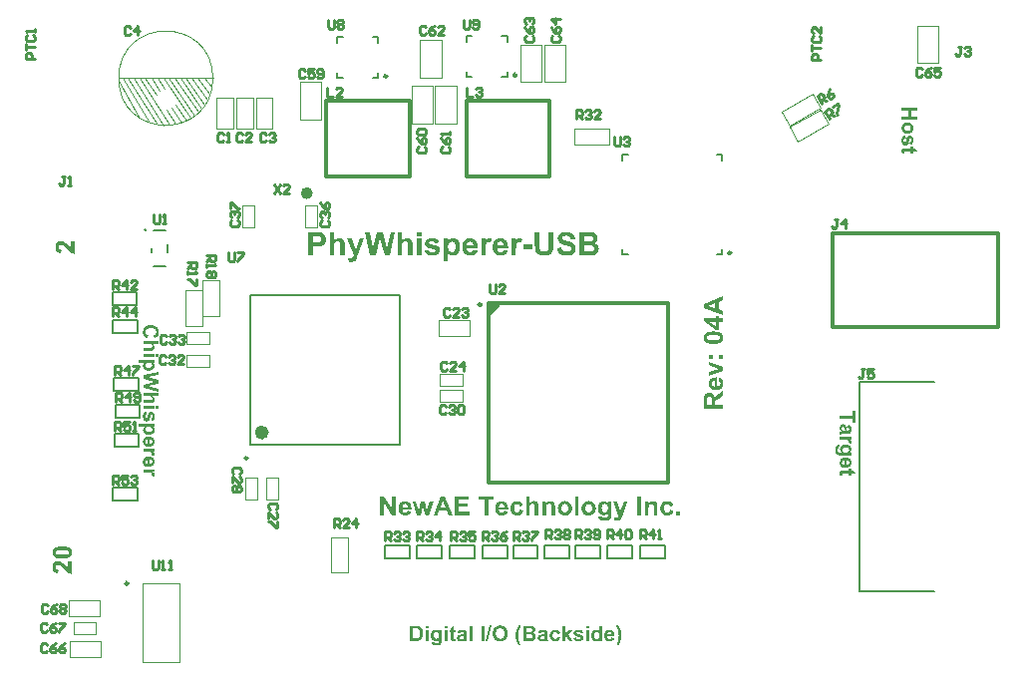
<source format=gto>
G04*
G04 #@! TF.GenerationSoftware,Altium Limited,Altium Designer,19.1.7 (138)*
G04*
G04 Layer_Color=65535*
%FSLAX25Y25*%
%MOIN*%
G70*
G01*
G75*
%ADD10C,0.00984*%
%ADD11C,0.00394*%
%ADD12C,0.02000*%
%ADD13C,0.02362*%
%ADD14C,0.00500*%
%ADD15C,0.01181*%
%ADD16C,0.00787*%
%ADD17C,0.01000*%
G36*
X162894Y124508D02*
X158957Y120571D01*
Y124508D01*
X162894D01*
D02*
G37*
G36*
X237400Y125599D02*
X235943Y125037D01*
Y122476D01*
X237400Y121942D01*
Y120574D01*
X230994Y123066D01*
Y124440D01*
X237400Y127008D01*
Y125599D01*
D02*
G37*
G36*
X236109Y119568D02*
X237400D01*
Y118381D01*
X236109D01*
Y115765D01*
X235040D01*
X230974Y118534D01*
Y119568D01*
X235033D01*
Y120366D01*
X236109D01*
Y119568D01*
D02*
G37*
G36*
X234423Y115147D02*
X234478D01*
X234548D01*
X234693Y115134D01*
X234867Y115120D01*
X235054Y115099D01*
X235256Y115078D01*
X235471Y115043D01*
X235686Y115002D01*
X235908Y114946D01*
X236123Y114891D01*
X236324Y114814D01*
X236526Y114731D01*
X236706Y114634D01*
X236866Y114523D01*
X236873Y114516D01*
X236893Y114502D01*
X236928Y114467D01*
X236970Y114426D01*
X237018Y114377D01*
X237074Y114308D01*
X237129Y114231D01*
X237192Y114148D01*
X237254Y114051D01*
X237310Y113940D01*
X237365Y113822D01*
X237414Y113690D01*
X237456Y113551D01*
X237490Y113399D01*
X237511Y113239D01*
X237518Y113072D01*
Y113031D01*
X237511Y112982D01*
X237504Y112920D01*
X237497Y112836D01*
X237483Y112746D01*
X237456Y112642D01*
X237428Y112531D01*
X237393Y112413D01*
X237345Y112295D01*
X237282Y112170D01*
X237220Y112045D01*
X237136Y111920D01*
X237039Y111795D01*
X236928Y111677D01*
X236803Y111566D01*
X236796Y111559D01*
X236769Y111546D01*
X236727Y111511D01*
X236664Y111476D01*
X236581Y111434D01*
X236477Y111386D01*
X236352Y111337D01*
X236213Y111282D01*
X236047Y111226D01*
X235859Y111178D01*
X235651Y111129D01*
X235415Y111088D01*
X235158Y111053D01*
X234874Y111025D01*
X234569Y111004D01*
X234235Y110997D01*
X234228D01*
X234214D01*
X234187D01*
X234159D01*
X234110D01*
X234062Y111004D01*
X234006D01*
X233944D01*
X233791Y111018D01*
X233625Y111032D01*
X233437Y111053D01*
X233236Y111074D01*
X233021Y111108D01*
X232806Y111150D01*
X232591Y111198D01*
X232375Y111261D01*
X232167Y111330D01*
X231973Y111414D01*
X231792Y111511D01*
X231633Y111622D01*
X231626Y111629D01*
X231605Y111650D01*
X231570Y111677D01*
X231529Y111719D01*
X231480Y111775D01*
X231425Y111837D01*
X231362Y111913D01*
X231300Y111997D01*
X231244Y112094D01*
X231182Y112205D01*
X231126Y112323D01*
X231078Y112455D01*
X231036Y112593D01*
X231001Y112746D01*
X230980Y112906D01*
X230974Y113072D01*
Y113114D01*
X230980Y113163D01*
Y113225D01*
X230994Y113301D01*
X231008Y113392D01*
X231029Y113496D01*
X231057Y113607D01*
X231091Y113718D01*
X231133Y113836D01*
X231189Y113961D01*
X231251Y114079D01*
X231328Y114197D01*
X231418Y114315D01*
X231522Y114426D01*
X231640Y114530D01*
X231647Y114537D01*
X231675Y114558D01*
X231723Y114585D01*
X231792Y114627D01*
X231876Y114675D01*
X231987Y114731D01*
X232112Y114787D01*
X232264Y114842D01*
X232431Y114898D01*
X232625Y114960D01*
X232840Y115009D01*
X233076Y115057D01*
X233333Y115099D01*
X233618Y115127D01*
X233923Y115147D01*
X234249Y115154D01*
X234256D01*
X234270D01*
X234298D01*
X234326D01*
X234374D01*
X234423Y115147D01*
D02*
G37*
G36*
X237400Y106035D02*
X236172D01*
Y107264D01*
X237400D01*
Y106035D01*
D02*
G37*
G36*
X233985D02*
X232757D01*
Y107264D01*
X233985D01*
Y106035D01*
D02*
G37*
G36*
X237400Y103197D02*
Y102093D01*
X232757Y100226D01*
Y101517D01*
X235131Y102392D01*
X235922Y102641D01*
X235915D01*
X235908Y102648D01*
X235873Y102655D01*
X235818Y102676D01*
X235755Y102697D01*
X235693Y102718D01*
X235623Y102739D01*
X235568Y102753D01*
X235526Y102766D01*
X235519D01*
X235491Y102780D01*
X235450Y102787D01*
X235401Y102808D01*
X235339Y102829D01*
X235276Y102850D01*
X235131Y102898D01*
X232757Y103780D01*
Y105043D01*
X237400Y103197D01*
D02*
G37*
G36*
X235429Y96750D02*
X235436D01*
X235450D01*
X235485D01*
X235519Y96756D01*
X235568Y96763D01*
X235623Y96770D01*
X235741Y96791D01*
X235880Y96826D01*
X236026Y96874D01*
X236165Y96944D01*
X236290Y97041D01*
Y97048D01*
X236303Y97055D01*
X236338Y97089D01*
X236387Y97152D01*
X236435Y97235D01*
X236491Y97339D01*
X236539Y97464D01*
X236574Y97603D01*
X236581Y97679D01*
X236588Y97756D01*
Y97804D01*
X236581Y97853D01*
X236567Y97922D01*
X236553Y97999D01*
X236526Y98075D01*
X236484Y98158D01*
X236435Y98235D01*
X236428Y98242D01*
X236408Y98269D01*
X236366Y98304D01*
X236310Y98346D01*
X236241Y98401D01*
X236151Y98450D01*
X236047Y98498D01*
X235922Y98540D01*
X236130Y99761D01*
X236137D01*
X236158Y99748D01*
X236192Y99734D01*
X236241Y99720D01*
X236297Y99692D01*
X236359Y99657D01*
X236435Y99623D01*
X236512Y99581D01*
X236678Y99477D01*
X236845Y99345D01*
X237011Y99192D01*
X237088Y99102D01*
X237157Y99012D01*
X237164Y99005D01*
X237171Y98991D01*
X237192Y98963D01*
X237213Y98922D01*
X237240Y98873D01*
X237268Y98811D01*
X237296Y98741D01*
X237331Y98665D01*
X237365Y98575D01*
X237393Y98478D01*
X237421Y98373D01*
X237449Y98262D01*
X237469Y98144D01*
X237490Y98013D01*
X237497Y97881D01*
X237504Y97742D01*
Y97686D01*
X237497Y97624D01*
X237490Y97541D01*
X237483Y97443D01*
X237462Y97325D01*
X237442Y97201D01*
X237407Y97062D01*
X237365Y96916D01*
X237310Y96770D01*
X237247Y96624D01*
X237171Y96472D01*
X237081Y96333D01*
X236977Y96194D01*
X236859Y96069D01*
X236720Y95951D01*
X236713Y95944D01*
X236692Y95930D01*
X236657Y95910D01*
X236602Y95882D01*
X236539Y95847D01*
X236470Y95806D01*
X236380Y95764D01*
X236283Y95722D01*
X236172Y95681D01*
X236047Y95639D01*
X235915Y95597D01*
X235776Y95563D01*
X235623Y95535D01*
X235464Y95514D01*
X235290Y95500D01*
X235117Y95493D01*
X235103D01*
X235068D01*
X235006Y95500D01*
X234929D01*
X234832Y95514D01*
X234714Y95528D01*
X234596Y95542D01*
X234457Y95570D01*
X234319Y95597D01*
X234173Y95639D01*
X234020Y95688D01*
X233868Y95743D01*
X233722Y95813D01*
X233576Y95896D01*
X233437Y95986D01*
X233312Y96090D01*
X233305Y96097D01*
X233285Y96118D01*
X233250Y96153D01*
X233208Y96201D01*
X233160Y96257D01*
X233104Y96333D01*
X233042Y96416D01*
X232979Y96507D01*
X232924Y96611D01*
X232861Y96729D01*
X232806Y96854D01*
X232757Y96992D01*
X232716Y97131D01*
X232681Y97284D01*
X232660Y97450D01*
X232653Y97617D01*
Y97666D01*
X232660Y97714D01*
X232667Y97790D01*
X232674Y97874D01*
X232688Y97978D01*
X232709Y98089D01*
X232736Y98207D01*
X232778Y98339D01*
X232820Y98471D01*
X232875Y98602D01*
X232944Y98741D01*
X233021Y98873D01*
X233111Y99005D01*
X233222Y99130D01*
X233340Y99248D01*
X233347Y99255D01*
X233375Y99276D01*
X233410Y99303D01*
X233465Y99338D01*
X233541Y99387D01*
X233632Y99435D01*
X233736Y99491D01*
X233854Y99546D01*
X233993Y99602D01*
X234152Y99650D01*
X234319Y99699D01*
X234506Y99741D01*
X234714Y99775D01*
X234936Y99803D01*
X235172Y99824D01*
X235429D01*
Y96750D01*
D02*
G37*
G36*
X237400Y93613D02*
X236005Y92676D01*
X235998Y92669D01*
X235970Y92655D01*
X235936Y92627D01*
X235887Y92592D01*
X235825Y92558D01*
X235762Y92509D01*
X235610Y92405D01*
X235450Y92287D01*
X235297Y92176D01*
X235228Y92120D01*
X235165Y92072D01*
X235110Y92030D01*
X235068Y91989D01*
X235061Y91982D01*
X235033Y91961D01*
X235006Y91919D01*
X234964Y91871D01*
X234915Y91815D01*
X234874Y91746D01*
X234832Y91676D01*
X234804Y91600D01*
X234798Y91593D01*
X234791Y91558D01*
X234777Y91510D01*
X234763Y91440D01*
X234749Y91350D01*
X234742Y91239D01*
X234728Y91107D01*
Y90691D01*
X237400D01*
Y89400D01*
X230994D01*
Y92287D01*
X231001Y92370D01*
Y92467D01*
X231008Y92579D01*
X231015Y92690D01*
X231036Y92939D01*
X231071Y93182D01*
X231085Y93300D01*
X231112Y93418D01*
X231140Y93522D01*
X231168Y93613D01*
Y93620D01*
X231175Y93633D01*
X231189Y93654D01*
X231203Y93689D01*
X231223Y93731D01*
X231244Y93772D01*
X231307Y93883D01*
X231397Y94001D01*
X231501Y94119D01*
X231633Y94244D01*
X231785Y94355D01*
X231792D01*
X231806Y94369D01*
X231827Y94383D01*
X231862Y94397D01*
X231904Y94425D01*
X231952Y94445D01*
X232015Y94473D01*
X232077Y94501D01*
X232223Y94550D01*
X232396Y94598D01*
X232584Y94626D01*
X232792Y94640D01*
X232799D01*
X232826D01*
X232861D01*
X232910Y94633D01*
X232972Y94626D01*
X233042Y94619D01*
X233125Y94605D01*
X233208Y94584D01*
X233403Y94536D01*
X233500Y94501D01*
X233597Y94459D01*
X233701Y94411D01*
X233798Y94355D01*
X233895Y94293D01*
X233985Y94216D01*
X233993Y94209D01*
X234006Y94195D01*
X234027Y94175D01*
X234062Y94140D01*
X234097Y94091D01*
X234138Y94036D01*
X234187Y93973D01*
X234235Y93897D01*
X234291Y93814D01*
X234339Y93724D01*
X234388Y93620D01*
X234437Y93502D01*
X234478Y93377D01*
X234520Y93245D01*
X234555Y93099D01*
X234582Y92946D01*
Y92953D01*
X234596Y92967D01*
X234603Y92988D01*
X234624Y93016D01*
X234673Y93092D01*
X234742Y93189D01*
X234818Y93300D01*
X234909Y93418D01*
X235013Y93536D01*
X235117Y93640D01*
X235131Y93654D01*
X235151Y93668D01*
X235172Y93689D01*
X235207Y93717D01*
X235249Y93751D01*
X235297Y93793D01*
X235353Y93835D01*
X235422Y93883D01*
X235498Y93939D01*
X235582Y94001D01*
X235679Y94064D01*
X235783Y94133D01*
X235901Y94209D01*
X236019Y94293D01*
X236158Y94376D01*
X237400Y95160D01*
Y93613D01*
D02*
G37*
G36*
X214133Y58440D02*
X214237Y58426D01*
X214348Y58412D01*
X214473Y58385D01*
X214605Y58343D01*
X214730Y58294D01*
X214737D01*
X214744Y58287D01*
X214786Y58267D01*
X214848Y58239D01*
X214917Y58190D01*
X215001Y58142D01*
X215084Y58072D01*
X215167Y58003D01*
X215237Y57920D01*
X215244Y57913D01*
X215265Y57878D01*
X215292Y57836D01*
X215334Y57774D01*
X215375Y57697D01*
X215410Y57607D01*
X215452Y57510D01*
X215480Y57406D01*
Y57392D01*
X215493Y57350D01*
X215500Y57288D01*
X215514Y57198D01*
X215528Y57080D01*
X215535Y56941D01*
X215549Y56774D01*
Y56580D01*
Y53700D01*
X214321D01*
Y56067D01*
Y56073D01*
Y56101D01*
Y56136D01*
Y56191D01*
Y56247D01*
X214314Y56316D01*
Y56469D01*
X214300Y56636D01*
X214286Y56795D01*
X214279Y56872D01*
X214265Y56934D01*
X214251Y56990D01*
X214237Y57038D01*
Y57045D01*
X214224Y57073D01*
X214203Y57114D01*
X214175Y57163D01*
X214140Y57219D01*
X214099Y57281D01*
X214043Y57337D01*
X213981Y57385D01*
X213974Y57392D01*
X213953Y57406D01*
X213911Y57427D01*
X213863Y57448D01*
X213800Y57468D01*
X213731Y57489D01*
X213654Y57503D01*
X213564Y57510D01*
X213509D01*
X213453Y57503D01*
X213370Y57489D01*
X213287Y57468D01*
X213189Y57434D01*
X213085Y57392D01*
X212988Y57330D01*
X212974Y57323D01*
X212947Y57295D01*
X212905Y57260D01*
X212849Y57205D01*
X212794Y57142D01*
X212738Y57059D01*
X212690Y56969D01*
X212648Y56865D01*
X212641Y56851D01*
Y56837D01*
X212634Y56809D01*
X212627Y56774D01*
X212620Y56733D01*
X212613Y56684D01*
X212606Y56629D01*
X212593Y56559D01*
X212586Y56483D01*
X212579Y56393D01*
X212572Y56296D01*
X212565Y56191D01*
Y56073D01*
X212558Y55942D01*
Y55803D01*
Y53700D01*
X211330D01*
Y58343D01*
X212468D01*
Y57656D01*
X212475Y57663D01*
X212495Y57691D01*
X212530Y57732D01*
X212579Y57781D01*
X212634Y57836D01*
X212710Y57906D01*
X212787Y57975D01*
X212884Y58051D01*
X212988Y58128D01*
X213106Y58197D01*
X213231Y58267D01*
X213363Y58322D01*
X213509Y58378D01*
X213661Y58412D01*
X213821Y58440D01*
X213987Y58447D01*
X214057D01*
X214133Y58440D01*
D02*
G37*
G36*
X179857Y58440D02*
X179961Y58426D01*
X180072Y58412D01*
X180197Y58385D01*
X180329Y58343D01*
X180453Y58294D01*
X180460D01*
X180467Y58287D01*
X180509Y58267D01*
X180571Y58239D01*
X180641Y58190D01*
X180724Y58142D01*
X180807Y58072D01*
X180891Y58003D01*
X180960Y57920D01*
X180967Y57913D01*
X180988Y57878D01*
X181016Y57836D01*
X181057Y57774D01*
X181099Y57697D01*
X181133Y57607D01*
X181175Y57510D01*
X181203Y57406D01*
Y57392D01*
X181217Y57350D01*
X181224Y57288D01*
X181238Y57198D01*
X181252Y57080D01*
X181258Y56941D01*
X181272Y56774D01*
Y56580D01*
Y53700D01*
X180044D01*
Y56067D01*
Y56073D01*
Y56101D01*
Y56136D01*
Y56191D01*
Y56247D01*
X180037Y56316D01*
Y56469D01*
X180023Y56636D01*
X180009Y56795D01*
X180002Y56872D01*
X179988Y56934D01*
X179975Y56990D01*
X179961Y57038D01*
Y57045D01*
X179947Y57073D01*
X179926Y57114D01*
X179898Y57163D01*
X179864Y57219D01*
X179822Y57281D01*
X179766Y57337D01*
X179704Y57385D01*
X179697Y57392D01*
X179676Y57406D01*
X179634Y57427D01*
X179586Y57448D01*
X179524Y57468D01*
X179454Y57489D01*
X179378Y57503D01*
X179288Y57510D01*
X179232D01*
X179176Y57503D01*
X179093Y57489D01*
X179010Y57468D01*
X178913Y57434D01*
X178809Y57392D01*
X178711Y57330D01*
X178698Y57323D01*
X178670Y57295D01*
X178628Y57260D01*
X178573Y57205D01*
X178517Y57142D01*
X178462Y57059D01*
X178413Y56969D01*
X178371Y56865D01*
X178365Y56851D01*
Y56837D01*
X178358Y56809D01*
X178351Y56774D01*
X178344Y56733D01*
X178337Y56684D01*
X178330Y56629D01*
X178316Y56559D01*
X178309Y56483D01*
X178302Y56393D01*
X178295Y56296D01*
X178288Y56191D01*
Y56073D01*
X178281Y55942D01*
Y55803D01*
Y53700D01*
X177053D01*
Y58343D01*
X178191D01*
Y57656D01*
X178198Y57663D01*
X178219Y57691D01*
X178253Y57732D01*
X178302Y57781D01*
X178358Y57836D01*
X178434Y57906D01*
X178510Y57975D01*
X178607Y58051D01*
X178711Y58128D01*
X178830Y58197D01*
X178954Y58267D01*
X179086Y58322D01*
X179232Y58378D01*
X179385Y58412D01*
X179544Y58440D01*
X179711Y58447D01*
X179780D01*
X179857Y58440D01*
D02*
G37*
G36*
X218915Y58440D02*
X218991Y58433D01*
X219068Y58426D01*
X219165Y58419D01*
X219262Y58398D01*
X219477Y58357D01*
X219699Y58294D01*
X219810Y58253D01*
X219921Y58204D01*
X220025Y58142D01*
X220123Y58079D01*
X220129Y58072D01*
X220143Y58065D01*
X220171Y58044D01*
X220206Y58010D01*
X220247Y57975D01*
X220296Y57926D01*
X220344Y57871D01*
X220400Y57809D01*
X220456Y57732D01*
X220518Y57649D01*
X220581Y57559D01*
X220636Y57462D01*
X220698Y57350D01*
X220747Y57239D01*
X220803Y57108D01*
X220844Y56976D01*
X219637Y56761D01*
Y56767D01*
Y56774D01*
X219623Y56816D01*
X219602Y56885D01*
X219581Y56962D01*
X219539Y57045D01*
X219491Y57135D01*
X219428Y57219D01*
X219352Y57295D01*
X219345Y57302D01*
X219310Y57323D01*
X219269Y57357D01*
X219199Y57392D01*
X219123Y57420D01*
X219026Y57455D01*
X218915Y57475D01*
X218790Y57482D01*
X218748D01*
X218714Y57475D01*
X218679D01*
X218630Y57468D01*
X218526Y57441D01*
X218408Y57406D01*
X218290Y57350D01*
X218172Y57267D01*
X218117Y57219D01*
X218061Y57163D01*
Y57156D01*
X218047Y57149D01*
X218034Y57128D01*
X218020Y57101D01*
X217999Y57066D01*
X217978Y57024D01*
X217950Y56969D01*
X217929Y56913D01*
X217902Y56844D01*
X217874Y56761D01*
X217853Y56677D01*
X217832Y56580D01*
X217818Y56476D01*
X217805Y56358D01*
X217791Y56233D01*
Y56101D01*
Y56094D01*
Y56067D01*
Y56025D01*
X217798Y55969D01*
Y55900D01*
X217805Y55824D01*
X217811Y55740D01*
X217825Y55643D01*
X217860Y55456D01*
X217902Y55261D01*
X217936Y55171D01*
X217971Y55081D01*
X218013Y55005D01*
X218061Y54935D01*
Y54928D01*
X218075Y54922D01*
X218110Y54880D01*
X218172Y54831D01*
X218263Y54769D01*
X218367Y54706D01*
X218492Y54651D01*
X218644Y54609D01*
X218727Y54602D01*
X218811Y54595D01*
X218866D01*
X218936Y54609D01*
X219012Y54623D01*
X219102Y54644D01*
X219199Y54679D01*
X219290Y54727D01*
X219380Y54790D01*
X219387Y54796D01*
X219415Y54831D01*
X219456Y54880D01*
X219505Y54949D01*
X219553Y55046D01*
X219609Y55164D01*
X219657Y55310D01*
X219699Y55477D01*
X220907Y55269D01*
Y55261D01*
X220900Y55234D01*
X220886Y55192D01*
X220865Y55130D01*
X220844Y55060D01*
X220816Y54984D01*
X220782Y54894D01*
X220740Y54796D01*
X220643Y54595D01*
X220587Y54491D01*
X220518Y54387D01*
X220442Y54283D01*
X220365Y54186D01*
X220275Y54096D01*
X220178Y54012D01*
X220171Y54005D01*
X220157Y53992D01*
X220123Y53971D01*
X220081Y53950D01*
X220025Y53915D01*
X219963Y53881D01*
X219886Y53846D01*
X219803Y53804D01*
X219706Y53763D01*
X219602Y53728D01*
X219484Y53693D01*
X219352Y53658D01*
X219220Y53638D01*
X219075Y53617D01*
X218922Y53603D01*
X218755Y53596D01*
X218714D01*
X218658Y53603D01*
X218589D01*
X218505Y53617D01*
X218401Y53631D01*
X218290Y53651D01*
X218172Y53679D01*
X218047Y53707D01*
X217916Y53749D01*
X217784Y53804D01*
X217645Y53867D01*
X217513Y53936D01*
X217381Y54026D01*
X217256Y54123D01*
X217138Y54234D01*
X217131Y54241D01*
X217110Y54262D01*
X217083Y54304D01*
X217041Y54352D01*
X217000Y54422D01*
X216951Y54498D01*
X216895Y54595D01*
X216840Y54699D01*
X216777Y54817D01*
X216729Y54949D01*
X216673Y55095D01*
X216632Y55255D01*
X216590Y55428D01*
X216562Y55608D01*
X216541Y55803D01*
X216534Y56011D01*
Y56025D01*
Y56060D01*
X216541Y56122D01*
Y56198D01*
X216555Y56296D01*
X216569Y56407D01*
X216583Y56532D01*
X216611Y56670D01*
X216646Y56809D01*
X216680Y56955D01*
X216729Y57101D01*
X216791Y57253D01*
X216861Y57399D01*
X216937Y57545D01*
X217034Y57677D01*
X217138Y57802D01*
X217145Y57809D01*
X217166Y57829D01*
X217201Y57864D01*
X217249Y57906D01*
X217312Y57954D01*
X217381Y58003D01*
X217471Y58065D01*
X217568Y58128D01*
X217680Y58183D01*
X217805Y58246D01*
X217936Y58294D01*
X218082Y58350D01*
X218242Y58385D01*
X218408Y58419D01*
X218589Y58440D01*
X218776Y58447D01*
X218859D01*
X218915Y58440D01*
D02*
G37*
G36*
X168739Y58440D02*
X168815Y58433D01*
X168891Y58426D01*
X168989Y58419D01*
X169086Y58398D01*
X169301Y58357D01*
X169523Y58294D01*
X169634Y58253D01*
X169745Y58204D01*
X169849Y58142D01*
X169946Y58079D01*
X169953Y58072D01*
X169967Y58065D01*
X169995Y58044D01*
X170029Y58010D01*
X170071Y57975D01*
X170120Y57926D01*
X170168Y57871D01*
X170224Y57809D01*
X170279Y57732D01*
X170342Y57649D01*
X170404Y57559D01*
X170460Y57462D01*
X170522Y57350D01*
X170571Y57239D01*
X170626Y57108D01*
X170668Y56976D01*
X169460Y56761D01*
Y56767D01*
Y56774D01*
X169447Y56816D01*
X169426Y56885D01*
X169405Y56962D01*
X169363Y57045D01*
X169315Y57135D01*
X169252Y57219D01*
X169176Y57295D01*
X169169Y57302D01*
X169134Y57323D01*
X169093Y57357D01*
X169023Y57392D01*
X168947Y57420D01*
X168850Y57455D01*
X168739Y57475D01*
X168614Y57482D01*
X168572D01*
X168537Y57475D01*
X168503D01*
X168454Y57468D01*
X168350Y57441D01*
X168232Y57406D01*
X168114Y57350D01*
X167996Y57267D01*
X167941Y57219D01*
X167885Y57163D01*
Y57156D01*
X167871Y57149D01*
X167857Y57128D01*
X167843Y57101D01*
X167823Y57066D01*
X167802Y57024D01*
X167774Y56969D01*
X167753Y56913D01*
X167726Y56844D01*
X167698Y56761D01*
X167677Y56677D01*
X167656Y56580D01*
X167642Y56476D01*
X167628Y56358D01*
X167614Y56233D01*
Y56101D01*
Y56094D01*
Y56067D01*
Y56025D01*
X167621Y55969D01*
Y55900D01*
X167628Y55824D01*
X167635Y55740D01*
X167649Y55643D01*
X167684Y55456D01*
X167726Y55261D01*
X167760Y55171D01*
X167795Y55081D01*
X167836Y55005D01*
X167885Y54935D01*
Y54928D01*
X167899Y54922D01*
X167934Y54880D01*
X167996Y54831D01*
X168086Y54769D01*
X168190Y54706D01*
X168315Y54651D01*
X168468Y54609D01*
X168551Y54602D01*
X168635Y54595D01*
X168690D01*
X168760Y54609D01*
X168836Y54623D01*
X168926Y54644D01*
X169023Y54678D01*
X169114Y54727D01*
X169204Y54790D01*
X169211Y54796D01*
X169238Y54831D01*
X169280Y54880D01*
X169329Y54949D01*
X169377Y55046D01*
X169433Y55164D01*
X169481Y55310D01*
X169523Y55477D01*
X170730Y55268D01*
Y55261D01*
X170723Y55234D01*
X170710Y55192D01*
X170689Y55130D01*
X170668Y55060D01*
X170640Y54984D01*
X170606Y54894D01*
X170564Y54796D01*
X170467Y54595D01*
X170411Y54491D01*
X170342Y54387D01*
X170265Y54283D01*
X170189Y54186D01*
X170099Y54096D01*
X170002Y54012D01*
X169995Y54005D01*
X169981Y53992D01*
X169946Y53971D01*
X169905Y53950D01*
X169849Y53915D01*
X169787Y53880D01*
X169710Y53846D01*
X169627Y53804D01*
X169530Y53763D01*
X169426Y53728D01*
X169308Y53693D01*
X169176Y53658D01*
X169044Y53637D01*
X168898Y53617D01*
X168746Y53603D01*
X168579Y53596D01*
X168537D01*
X168482Y53603D01*
X168412D01*
X168329Y53617D01*
X168225Y53631D01*
X168114Y53651D01*
X167996Y53679D01*
X167871Y53707D01*
X167739Y53749D01*
X167607Y53804D01*
X167469Y53867D01*
X167337Y53936D01*
X167205Y54026D01*
X167080Y54123D01*
X166962Y54234D01*
X166955Y54241D01*
X166934Y54262D01*
X166906Y54304D01*
X166865Y54352D01*
X166823Y54422D01*
X166775Y54498D01*
X166719Y54595D01*
X166664Y54699D01*
X166601Y54817D01*
X166553Y54949D01*
X166497Y55095D01*
X166455Y55255D01*
X166414Y55428D01*
X166386Y55608D01*
X166365Y55803D01*
X166358Y56011D01*
Y56025D01*
Y56060D01*
X166365Y56122D01*
Y56198D01*
X166379Y56296D01*
X166393Y56407D01*
X166407Y56532D01*
X166435Y56670D01*
X166469Y56809D01*
X166504Y56955D01*
X166553Y57101D01*
X166615Y57253D01*
X166684Y57399D01*
X166761Y57545D01*
X166858Y57677D01*
X166962Y57802D01*
X166969Y57809D01*
X166990Y57829D01*
X167025Y57864D01*
X167073Y57906D01*
X167136Y57954D01*
X167205Y58003D01*
X167295Y58065D01*
X167392Y58128D01*
X167503Y58183D01*
X167628Y58246D01*
X167760Y58294D01*
X167906Y58350D01*
X168066Y58385D01*
X168232Y58419D01*
X168412Y58440D01*
X168600Y58447D01*
X168683D01*
X168739Y58440D01*
D02*
G37*
G36*
X127980Y53700D02*
X126689D01*
X124094Y57906D01*
Y53700D01*
X122900D01*
Y60106D01*
X124149D01*
X126786Y55803D01*
Y60106D01*
X127980D01*
Y53700D01*
D02*
G37*
G36*
X139154D02*
X137967D01*
X137169Y56684D01*
X136378Y53700D01*
X135184D01*
X133720Y58343D01*
X134913D01*
X135781Y55296D01*
X136579Y58343D01*
X137766D01*
X138543Y55296D01*
X139431Y58343D01*
X140646D01*
X139154Y53700D01*
D02*
G37*
G36*
X203945Y53873D02*
X203647Y53069D01*
Y53061D01*
X203640Y53048D01*
X203633Y53027D01*
X203619Y52999D01*
X203591Y52930D01*
X203550Y52839D01*
X203501Y52742D01*
X203453Y52638D01*
X203397Y52541D01*
X203342Y52451D01*
X203335Y52444D01*
X203314Y52416D01*
X203286Y52375D01*
X203244Y52326D01*
X203196Y52270D01*
X203140Y52215D01*
X203071Y52159D01*
X203001Y52104D01*
X202994Y52097D01*
X202967Y52083D01*
X202925Y52055D01*
X202877Y52027D01*
X202807Y51993D01*
X202724Y51958D01*
X202634Y51923D01*
X202537Y51896D01*
X202523D01*
X202488Y51882D01*
X202432Y51875D01*
X202356Y51861D01*
X202266Y51847D01*
X202162Y51833D01*
X202044Y51826D01*
X201912Y51819D01*
X201849D01*
X201780Y51826D01*
X201697D01*
X201586Y51840D01*
X201475Y51854D01*
X201350Y51868D01*
X201225Y51896D01*
X201114Y52860D01*
X201128D01*
X201162Y52853D01*
X201218Y52839D01*
X201287Y52833D01*
X201364Y52819D01*
X201454Y52805D01*
X201627Y52798D01*
X201669D01*
X201697Y52805D01*
X201773Y52812D01*
X201870Y52833D01*
X201967Y52860D01*
X202079Y52909D01*
X202176Y52971D01*
X202259Y53055D01*
X202266Y53069D01*
X202294Y53103D01*
X202328Y53152D01*
X202377Y53228D01*
X202426Y53318D01*
X202481Y53429D01*
X202530Y53547D01*
X202571Y53686D01*
X200815Y58343D01*
X202120D01*
X203224Y55039D01*
X204313Y58343D01*
X205583D01*
X203945Y53873D01*
D02*
G37*
G36*
X223003Y53700D02*
X221774D01*
Y54928D01*
X223003D01*
Y53700D01*
D02*
G37*
G36*
X210115D02*
X208824D01*
Y60106D01*
X210115D01*
Y53700D01*
D02*
G37*
G36*
X189219Y53700D02*
X187990D01*
Y60106D01*
X189219D01*
Y53700D01*
D02*
G37*
G36*
X172819Y57746D02*
X172826Y57753D01*
X172847Y57774D01*
X172882Y57809D01*
X172924Y57857D01*
X172979Y57906D01*
X173048Y57968D01*
X173132Y58031D01*
X173215Y58100D01*
X173319Y58162D01*
X173423Y58225D01*
X173541Y58287D01*
X173666Y58336D01*
X173798Y58385D01*
X173937Y58419D01*
X174083Y58440D01*
X174235Y58447D01*
X174305D01*
X174346Y58440D01*
X174388D01*
X174492Y58426D01*
X174610Y58405D01*
X174735Y58378D01*
X174867Y58343D01*
X174999Y58287D01*
X175005D01*
X175013Y58280D01*
X175054Y58260D01*
X175117Y58225D01*
X175193Y58176D01*
X175269Y58121D01*
X175359Y58051D01*
X175436Y57975D01*
X175505Y57885D01*
X175512Y57871D01*
X175533Y57843D01*
X175561Y57795D01*
X175602Y57725D01*
X175637Y57649D01*
X175679Y57552D01*
X175713Y57455D01*
X175741Y57344D01*
Y57330D01*
X175748Y57309D01*
X175755Y57288D01*
Y57253D01*
X175762Y57219D01*
X175769Y57170D01*
X175776Y57114D01*
X175783Y57059D01*
X175790Y56990D01*
X175797Y56913D01*
Y56830D01*
X175804Y56740D01*
X175811Y56643D01*
Y56532D01*
Y56420D01*
Y53700D01*
X174582D01*
Y56150D01*
Y56157D01*
Y56185D01*
Y56219D01*
Y56268D01*
Y56323D01*
X174575Y56393D01*
Y56538D01*
X174561Y56698D01*
X174548Y56844D01*
X174540Y56913D01*
X174534Y56976D01*
X174520Y57031D01*
X174506Y57073D01*
Y57080D01*
X174492Y57108D01*
X174478Y57142D01*
X174450Y57191D01*
X174416Y57239D01*
X174374Y57295D01*
X174325Y57344D01*
X174263Y57392D01*
X174256Y57399D01*
X174235Y57413D01*
X174194Y57427D01*
X174145Y57455D01*
X174076Y57475D01*
X173999Y57489D01*
X173916Y57503D01*
X173819Y57510D01*
X173770D01*
X173708Y57503D01*
X173638Y57489D01*
X173548Y57475D01*
X173458Y57448D01*
X173361Y57406D01*
X173270Y57357D01*
X173264Y57350D01*
X173229Y57330D01*
X173187Y57295D01*
X173139Y57246D01*
X173083Y57184D01*
X173028Y57108D01*
X172972Y57010D01*
X172924Y56906D01*
X172917Y56892D01*
Y56879D01*
X172910Y56851D01*
X172889Y56781D01*
X172875Y56684D01*
X172854Y56559D01*
X172833Y56407D01*
X172826Y56233D01*
X172819Y56025D01*
Y53700D01*
X171591D01*
Y60106D01*
X172819D01*
Y57746D01*
D02*
G37*
G36*
X160827Y59023D02*
X158939D01*
Y53700D01*
X157649D01*
Y59023D01*
X155747D01*
Y60106D01*
X160827D01*
Y59023D01*
D02*
G37*
G36*
X152492D02*
X149036Y59023D01*
Y57607D01*
X152249Y57607D01*
Y56525D01*
X149036Y56525D01*
Y54783D01*
X152617Y54783D01*
Y53700D01*
X147745Y53700D01*
Y60106D01*
X152492Y60106D01*
Y59023D01*
D02*
G37*
G36*
X147065Y53700D02*
X145656D01*
X145094Y55157D01*
X142533D01*
X141999Y53700D01*
X140632D01*
X143123Y60106D01*
X144497D01*
X147065Y53700D01*
D02*
G37*
G36*
X192675Y58440D02*
X192744Y58433D01*
X192834Y58426D01*
X192938Y58412D01*
X193056Y58391D01*
X193181Y58364D01*
X193313Y58322D01*
X193452Y58280D01*
X193598Y58225D01*
X193737Y58156D01*
X193882Y58079D01*
X194028Y57989D01*
X194160Y57878D01*
X194292Y57760D01*
X194299Y57753D01*
X194319Y57725D01*
X194354Y57691D01*
X194396Y57635D01*
X194451Y57566D01*
X194507Y57489D01*
X194562Y57392D01*
X194632Y57288D01*
X194694Y57170D01*
X194750Y57038D01*
X194812Y56892D01*
X194861Y56740D01*
X194903Y56580D01*
X194937Y56407D01*
X194958Y56226D01*
X194965Y56032D01*
Y56018D01*
Y55983D01*
X194958Y55928D01*
Y55858D01*
X194944Y55768D01*
X194930Y55664D01*
X194909Y55546D01*
X194882Y55421D01*
X194847Y55282D01*
X194798Y55143D01*
X194743Y54998D01*
X194680Y54852D01*
X194597Y54699D01*
X194507Y54561D01*
X194403Y54415D01*
X194285Y54283D01*
X194278Y54276D01*
X194257Y54255D01*
X194215Y54220D01*
X194160Y54179D01*
X194097Y54123D01*
X194014Y54068D01*
X193924Y54005D01*
X193820Y53943D01*
X193702Y53873D01*
X193570Y53811D01*
X193431Y53755D01*
X193279Y53707D01*
X193119Y53658D01*
X192945Y53624D01*
X192765Y53603D01*
X192578Y53596D01*
X192515D01*
X192467Y53603D01*
X192411D01*
X192349Y53610D01*
X192272Y53617D01*
X192189Y53631D01*
X192002Y53665D01*
X191793Y53714D01*
X191578Y53783D01*
X191363Y53880D01*
X191356Y53887D01*
X191335Y53894D01*
X191308Y53908D01*
X191266Y53936D01*
X191217Y53964D01*
X191169Y54005D01*
X191037Y54096D01*
X190898Y54214D01*
X190752Y54359D01*
X190614Y54533D01*
X190489Y54727D01*
Y54734D01*
X190475Y54755D01*
X190461Y54783D01*
X190440Y54824D01*
X190419Y54880D01*
X190392Y54942D01*
X190371Y55019D01*
X190343Y55102D01*
X190315Y55199D01*
X190287Y55303D01*
X190260Y55414D01*
X190239Y55532D01*
X190218Y55657D01*
X190204Y55796D01*
X190197Y55935D01*
X190190Y56080D01*
Y56087D01*
Y56108D01*
Y56143D01*
X190197Y56185D01*
Y56240D01*
X190204Y56309D01*
X190218Y56379D01*
X190225Y56462D01*
X190267Y56643D01*
X190315Y56844D01*
X190392Y57052D01*
X190433Y57163D01*
X190489Y57267D01*
X190496Y57274D01*
X190503Y57295D01*
X190523Y57323D01*
X190544Y57364D01*
X190572Y57413D01*
X190614Y57468D01*
X190704Y57593D01*
X190829Y57732D01*
X190974Y57878D01*
X191141Y58017D01*
X191335Y58142D01*
X191342Y58149D01*
X191363Y58156D01*
X191391Y58169D01*
X191432Y58190D01*
X191488Y58211D01*
X191551Y58239D01*
X191620Y58267D01*
X191696Y58294D01*
X191786Y58322D01*
X191884Y58350D01*
X192092Y58398D01*
X192321Y58433D01*
X192446Y58447D01*
X192619D01*
X192675Y58440D01*
D02*
G37*
G36*
X184729D02*
X184798Y58433D01*
X184888Y58426D01*
X184992Y58412D01*
X185110Y58391D01*
X185235Y58364D01*
X185367Y58322D01*
X185506Y58280D01*
X185652Y58225D01*
X185790Y58156D01*
X185936Y58079D01*
X186082Y57989D01*
X186214Y57878D01*
X186346Y57760D01*
X186352Y57753D01*
X186373Y57725D01*
X186408Y57691D01*
X186450Y57635D01*
X186505Y57566D01*
X186561Y57489D01*
X186616Y57392D01*
X186686Y57288D01*
X186748Y57170D01*
X186803Y57038D01*
X186866Y56892D01*
X186915Y56740D01*
X186956Y56580D01*
X186991Y56407D01*
X187012Y56226D01*
X187019Y56032D01*
Y56018D01*
Y55983D01*
X187012Y55928D01*
Y55858D01*
X186998Y55768D01*
X186984Y55664D01*
X186963Y55546D01*
X186935Y55421D01*
X186901Y55282D01*
X186852Y55143D01*
X186797Y54998D01*
X186734Y54852D01*
X186651Y54699D01*
X186561Y54561D01*
X186457Y54415D01*
X186338Y54283D01*
X186332Y54276D01*
X186311Y54255D01*
X186269Y54220D01*
X186214Y54179D01*
X186151Y54123D01*
X186068Y54068D01*
X185978Y54005D01*
X185874Y53943D01*
X185756Y53873D01*
X185624Y53811D01*
X185485Y53755D01*
X185332Y53707D01*
X185173Y53658D01*
X184999Y53624D01*
X184819Y53603D01*
X184631Y53596D01*
X184569D01*
X184520Y53603D01*
X184465D01*
X184402Y53610D01*
X184326Y53617D01*
X184243Y53631D01*
X184055Y53665D01*
X183847Y53714D01*
X183632Y53783D01*
X183417Y53880D01*
X183410Y53887D01*
X183389Y53894D01*
X183361Y53908D01*
X183320Y53936D01*
X183271Y53964D01*
X183222Y54005D01*
X183091Y54096D01*
X182952Y54214D01*
X182806Y54359D01*
X182667Y54533D01*
X182542Y54727D01*
Y54734D01*
X182528Y54755D01*
X182515Y54783D01*
X182494Y54824D01*
X182473Y54880D01*
X182445Y54942D01*
X182424Y55019D01*
X182397Y55102D01*
X182369Y55199D01*
X182341Y55303D01*
X182313Y55414D01*
X182292Y55532D01*
X182272Y55657D01*
X182258Y55796D01*
X182251Y55935D01*
X182244Y56080D01*
Y56087D01*
Y56108D01*
Y56143D01*
X182251Y56185D01*
Y56240D01*
X182258Y56309D01*
X182272Y56379D01*
X182279Y56462D01*
X182320Y56643D01*
X182369Y56844D01*
X182445Y57052D01*
X182487Y57163D01*
X182542Y57267D01*
X182549Y57274D01*
X182556Y57295D01*
X182577Y57323D01*
X182598Y57364D01*
X182626Y57413D01*
X182667Y57468D01*
X182757Y57593D01*
X182882Y57732D01*
X183028Y57878D01*
X183195Y58017D01*
X183389Y58142D01*
X183396Y58149D01*
X183417Y58156D01*
X183445Y58169D01*
X183486Y58190D01*
X183542Y58211D01*
X183604Y58239D01*
X183674Y58267D01*
X183750Y58294D01*
X183840Y58322D01*
X183937Y58350D01*
X184145Y58398D01*
X184374Y58433D01*
X184499Y58447D01*
X184673D01*
X184729Y58440D01*
D02*
G37*
G36*
X163513D02*
X163589Y58433D01*
X163672Y58426D01*
X163777Y58412D01*
X163888Y58391D01*
X164006Y58364D01*
X164137Y58322D01*
X164269Y58280D01*
X164401Y58225D01*
X164540Y58156D01*
X164672Y58079D01*
X164804Y57989D01*
X164929Y57878D01*
X165047Y57760D01*
X165054Y57753D01*
X165074Y57725D01*
X165102Y57691D01*
X165137Y57635D01*
X165185Y57559D01*
X165234Y57468D01*
X165289Y57364D01*
X165345Y57246D01*
X165401Y57108D01*
X165449Y56948D01*
X165498Y56781D01*
X165539Y56594D01*
X165574Y56386D01*
X165602Y56164D01*
X165623Y55928D01*
Y55671D01*
X162548D01*
Y55664D01*
Y55650D01*
Y55615D01*
X162555Y55581D01*
X162562Y55532D01*
X162569Y55477D01*
X162590Y55359D01*
X162625Y55220D01*
X162673Y55074D01*
X162742Y54935D01*
X162840Y54810D01*
X162847D01*
X162854Y54796D01*
X162888Y54762D01*
X162951Y54713D01*
X163034Y54665D01*
X163138Y54609D01*
X163263Y54561D01*
X163402Y54526D01*
X163478Y54519D01*
X163555Y54512D01*
X163603D01*
X163652Y54519D01*
X163721Y54533D01*
X163797Y54547D01*
X163874Y54575D01*
X163957Y54616D01*
X164033Y54665D01*
X164040Y54672D01*
X164068Y54692D01*
X164103Y54734D01*
X164144Y54790D01*
X164200Y54859D01*
X164249Y54949D01*
X164297Y55053D01*
X164339Y55178D01*
X165560Y54970D01*
Y54963D01*
X165546Y54942D01*
X165532Y54908D01*
X165518Y54859D01*
X165491Y54804D01*
X165456Y54741D01*
X165421Y54665D01*
X165380Y54588D01*
X165276Y54422D01*
X165144Y54255D01*
X164991Y54089D01*
X164901Y54012D01*
X164811Y53943D01*
X164804Y53936D01*
X164790Y53929D01*
X164762Y53908D01*
X164720Y53887D01*
X164672Y53860D01*
X164609Y53832D01*
X164540Y53804D01*
X164464Y53769D01*
X164373Y53735D01*
X164276Y53707D01*
X164172Y53679D01*
X164061Y53651D01*
X163943Y53631D01*
X163811Y53610D01*
X163679Y53603D01*
X163541Y53596D01*
X163485D01*
X163423Y53603D01*
X163339Y53610D01*
X163242Y53617D01*
X163124Y53637D01*
X162999Y53658D01*
X162861Y53693D01*
X162715Y53735D01*
X162569Y53790D01*
X162423Y53853D01*
X162271Y53929D01*
X162132Y54019D01*
X161993Y54123D01*
X161868Y54241D01*
X161750Y54380D01*
X161743Y54387D01*
X161729Y54408D01*
X161708Y54443D01*
X161681Y54498D01*
X161646Y54561D01*
X161604Y54630D01*
X161563Y54720D01*
X161521Y54817D01*
X161479Y54928D01*
X161438Y55053D01*
X161396Y55185D01*
X161362Y55324D01*
X161334Y55477D01*
X161313Y55636D01*
X161299Y55810D01*
X161292Y55983D01*
Y55997D01*
Y56032D01*
X161299Y56094D01*
Y56171D01*
X161313Y56268D01*
X161327Y56386D01*
X161341Y56504D01*
X161368Y56643D01*
X161396Y56781D01*
X161438Y56927D01*
X161486Y57080D01*
X161542Y57232D01*
X161611Y57378D01*
X161695Y57524D01*
X161785Y57663D01*
X161889Y57788D01*
X161896Y57795D01*
X161917Y57815D01*
X161951Y57850D01*
X162000Y57892D01*
X162056Y57940D01*
X162132Y57996D01*
X162215Y58058D01*
X162305Y58121D01*
X162409Y58176D01*
X162527Y58239D01*
X162652Y58294D01*
X162791Y58343D01*
X162930Y58385D01*
X163083Y58419D01*
X163249Y58440D01*
X163416Y58447D01*
X163464D01*
X163513Y58440D01*
D02*
G37*
G36*
X131200Y58440D02*
X131277Y58433D01*
X131360Y58426D01*
X131464Y58412D01*
X131575Y58391D01*
X131693Y58364D01*
X131825Y58322D01*
X131957Y58280D01*
X132089Y58225D01*
X132227Y58156D01*
X132359Y58079D01*
X132491Y57989D01*
X132616Y57878D01*
X132734Y57760D01*
X132741Y57753D01*
X132762Y57725D01*
X132790Y57691D01*
X132824Y57635D01*
X132873Y57559D01*
X132921Y57468D01*
X132977Y57364D01*
X133032Y57246D01*
X133088Y57108D01*
X133136Y56948D01*
X133185Y56781D01*
X133227Y56594D01*
X133261Y56386D01*
X133289Y56164D01*
X133310Y55928D01*
Y55671D01*
X130236D01*
Y55664D01*
Y55650D01*
Y55615D01*
X130243Y55581D01*
X130250Y55532D01*
X130256Y55477D01*
X130277Y55359D01*
X130312Y55220D01*
X130360Y55074D01*
X130430Y54935D01*
X130527Y54810D01*
X130534D01*
X130541Y54796D01*
X130576Y54762D01*
X130638Y54713D01*
X130721Y54665D01*
X130825Y54609D01*
X130950Y54561D01*
X131089Y54526D01*
X131166Y54519D01*
X131242Y54512D01*
X131290D01*
X131339Y54519D01*
X131408Y54533D01*
X131485Y54547D01*
X131561Y54574D01*
X131644Y54616D01*
X131721Y54665D01*
X131728Y54672D01*
X131755Y54692D01*
X131790Y54734D01*
X131832Y54790D01*
X131887Y54859D01*
X131936Y54949D01*
X131984Y55053D01*
X132026Y55178D01*
X133247Y54970D01*
Y54963D01*
X133234Y54942D01*
X133220Y54908D01*
X133206Y54859D01*
X133178Y54804D01*
X133143Y54741D01*
X133109Y54665D01*
X133067Y54588D01*
X132963Y54422D01*
X132831Y54255D01*
X132678Y54089D01*
X132588Y54012D01*
X132498Y53943D01*
X132491Y53936D01*
X132477Y53929D01*
X132449Y53908D01*
X132408Y53887D01*
X132359Y53860D01*
X132297Y53832D01*
X132227Y53804D01*
X132151Y53769D01*
X132061Y53735D01*
X131964Y53707D01*
X131860Y53679D01*
X131748Y53651D01*
X131631Y53631D01*
X131499Y53610D01*
X131367Y53603D01*
X131228Y53596D01*
X131173D01*
X131110Y53603D01*
X131027Y53610D01*
X130930Y53617D01*
X130812Y53637D01*
X130687Y53658D01*
X130548Y53693D01*
X130402Y53735D01*
X130256Y53790D01*
X130111Y53853D01*
X129958Y53929D01*
X129819Y54019D01*
X129680Y54123D01*
X129555Y54241D01*
X129437Y54380D01*
X129430Y54387D01*
X129417Y54408D01*
X129396Y54443D01*
X129368Y54498D01*
X129333Y54561D01*
X129292Y54630D01*
X129250Y54720D01*
X129209Y54817D01*
X129167Y54928D01*
X129125Y55053D01*
X129084Y55185D01*
X129049Y55324D01*
X129021Y55477D01*
X129000Y55636D01*
X128986Y55810D01*
X128979Y55983D01*
Y55997D01*
Y56032D01*
X128986Y56094D01*
Y56171D01*
X129000Y56268D01*
X129014Y56386D01*
X129028Y56504D01*
X129056Y56643D01*
X129084Y56781D01*
X129125Y56927D01*
X129174Y57080D01*
X129229Y57232D01*
X129299Y57378D01*
X129382Y57524D01*
X129472Y57663D01*
X129576Y57788D01*
X129583Y57795D01*
X129604Y57815D01*
X129639Y57850D01*
X129687Y57892D01*
X129743Y57940D01*
X129819Y57996D01*
X129903Y58058D01*
X129993Y58121D01*
X130097Y58176D01*
X130215Y58239D01*
X130340Y58294D01*
X130479Y58343D01*
X130617Y58385D01*
X130770Y58419D01*
X130937Y58440D01*
X131103Y58447D01*
X131152D01*
X131200Y58440D01*
D02*
G37*
G36*
X197692Y58440D02*
X197755Y58433D01*
X197824Y58426D01*
X197915Y58405D01*
X198005Y58385D01*
X198109Y58350D01*
X198220Y58315D01*
X198338Y58260D01*
X198456Y58204D01*
X198574Y58128D01*
X198692Y58044D01*
X198810Y57940D01*
X198921Y57822D01*
X199032Y57691D01*
Y58343D01*
X200184D01*
Y54172D01*
Y54165D01*
Y54137D01*
Y54096D01*
Y54040D01*
X200177Y53971D01*
Y53894D01*
X200170Y53811D01*
Y53714D01*
X200149Y53520D01*
X200128Y53318D01*
X200094Y53124D01*
X200073Y53041D01*
X200045Y52957D01*
Y52951D01*
X200038Y52937D01*
X200031Y52916D01*
X200017Y52888D01*
X199989Y52819D01*
X199948Y52722D01*
X199892Y52624D01*
X199823Y52513D01*
X199747Y52409D01*
X199663Y52319D01*
X199650Y52312D01*
X199622Y52277D01*
X199566Y52236D01*
X199490Y52187D01*
X199400Y52125D01*
X199289Y52062D01*
X199157Y52007D01*
X199011Y51951D01*
X199004D01*
X198990Y51944D01*
X198969Y51937D01*
X198935Y51930D01*
X198900Y51923D01*
X198851Y51910D01*
X198789Y51896D01*
X198726Y51889D01*
X198657Y51875D01*
X198581Y51861D01*
X198400Y51840D01*
X198199Y51826D01*
X197977Y51819D01*
X197866D01*
X197783Y51826D01*
X197685Y51833D01*
X197574Y51840D01*
X197456Y51854D01*
X197325Y51868D01*
X197047Y51916D01*
X196908Y51951D01*
X196776Y51993D01*
X196644Y52041D01*
X196519Y52097D01*
X196402Y52159D01*
X196304Y52229D01*
X196297Y52236D01*
X196284Y52249D01*
X196256Y52270D01*
X196228Y52305D01*
X196193Y52340D01*
X196152Y52388D01*
X196103Y52444D01*
X196062Y52506D01*
X196013Y52576D01*
X195964Y52659D01*
X195888Y52833D01*
X195860Y52930D01*
X195833Y53034D01*
X195819Y53145D01*
X195812Y53256D01*
Y53270D01*
Y53298D01*
Y53346D01*
X195819Y53402D01*
X197221Y53228D01*
Y53221D01*
X197227Y53187D01*
X197241Y53145D01*
X197255Y53096D01*
X197276Y53041D01*
X197304Y52985D01*
X197338Y52937D01*
X197380Y52895D01*
X197387Y52888D01*
X197415Y52874D01*
X197456Y52853D01*
X197512Y52826D01*
X197588Y52798D01*
X197685Y52777D01*
X197796Y52763D01*
X197928Y52756D01*
X198005D01*
X198046Y52763D01*
X198095D01*
X198199Y52777D01*
X198317Y52791D01*
X198435Y52819D01*
X198553Y52853D01*
X198650Y52902D01*
X198657Y52909D01*
X198678Y52923D01*
X198706Y52944D01*
X198740Y52978D01*
X198782Y53020D01*
X198824Y53075D01*
X198858Y53138D01*
X198893Y53214D01*
Y53221D01*
X198900Y53249D01*
X198914Y53284D01*
X198928Y53346D01*
X198935Y53422D01*
X198949Y53520D01*
X198956Y53637D01*
Y53776D01*
Y54463D01*
X198949Y54457D01*
X198928Y54429D01*
X198900Y54394D01*
X198858Y54345D01*
X198803Y54290D01*
X198733Y54220D01*
X198657Y54151D01*
X198574Y54082D01*
X198477Y54012D01*
X198372Y53943D01*
X198255Y53880D01*
X198130Y53818D01*
X198005Y53769D01*
X197859Y53735D01*
X197713Y53707D01*
X197561Y53700D01*
X197519D01*
X197470Y53707D01*
X197408Y53714D01*
X197332Y53728D01*
X197234Y53742D01*
X197137Y53769D01*
X197026Y53797D01*
X196908Y53839D01*
X196790Y53894D01*
X196665Y53957D01*
X196547Y54033D01*
X196422Y54123D01*
X196304Y54227D01*
X196186Y54352D01*
X196082Y54491D01*
X196075Y54498D01*
X196062Y54519D01*
X196041Y54554D01*
X196020Y54602D01*
X195985Y54665D01*
X195950Y54741D01*
X195909Y54824D01*
X195874Y54922D01*
X195833Y55026D01*
X195791Y55143D01*
X195756Y55275D01*
X195728Y55414D01*
X195701Y55560D01*
X195680Y55713D01*
X195666Y55872D01*
X195659Y56046D01*
Y56060D01*
Y56094D01*
X195666Y56157D01*
Y56240D01*
X195673Y56337D01*
X195687Y56448D01*
X195707Y56573D01*
X195728Y56705D01*
X195756Y56851D01*
X195798Y56997D01*
X195839Y57142D01*
X195895Y57288D01*
X195957Y57434D01*
X196034Y57573D01*
X196117Y57704D01*
X196214Y57829D01*
X196221Y57836D01*
X196242Y57857D01*
X196270Y57885D01*
X196318Y57926D01*
X196367Y57975D01*
X196436Y58024D01*
X196513Y58079D01*
X196603Y58142D01*
X196693Y58197D01*
X196804Y58253D01*
X196915Y58301D01*
X197040Y58350D01*
X197172Y58391D01*
X197311Y58419D01*
X197456Y58440D01*
X197609Y58447D01*
X197651D01*
X197692Y58440D01*
D02*
G37*
G36*
X46257Y117308D02*
X46346Y117302D01*
X46452Y117291D01*
X46579Y117280D01*
X46718Y117258D01*
X46862Y117230D01*
X47023Y117197D01*
X47184Y117152D01*
X47351Y117103D01*
X47517Y117036D01*
X47678Y116964D01*
X47834Y116875D01*
X47984Y116775D01*
X48122Y116658D01*
X48128Y116653D01*
X48156Y116625D01*
X48189Y116592D01*
X48233Y116536D01*
X48289Y116470D01*
X48350Y116392D01*
X48411Y116298D01*
X48478Y116192D01*
X48544Y116076D01*
X48611Y115943D01*
X48666Y115804D01*
X48722Y115648D01*
X48766Y115482D01*
X48805Y115304D01*
X48827Y115116D01*
X48833Y114921D01*
Y114877D01*
X48827Y114832D01*
X48822Y114766D01*
X48816Y114688D01*
X48805Y114594D01*
X48788Y114488D01*
X48761Y114377D01*
X48733Y114261D01*
X48694Y114139D01*
X48649Y114011D01*
X48594Y113883D01*
X48533Y113756D01*
X48455Y113628D01*
X48372Y113512D01*
X48272Y113395D01*
X48267Y113390D01*
X48256Y113378D01*
X48239Y113362D01*
X48211Y113340D01*
X48178Y113306D01*
X48139Y113273D01*
X48089Y113240D01*
X48033Y113195D01*
X47967Y113156D01*
X47900Y113112D01*
X47823Y113068D01*
X47739Y113023D01*
X47645Y112984D01*
X47551Y112940D01*
X47445Y112901D01*
X47334Y112868D01*
X47090Y113889D01*
X47096D01*
X47107Y113895D01*
X47129Y113900D01*
X47157Y113906D01*
X47190Y113917D01*
X47229Y113933D01*
X47317Y113972D01*
X47417Y114022D01*
X47523Y114089D01*
X47623Y114172D01*
X47717Y114272D01*
X47723Y114278D01*
X47728Y114283D01*
X47739Y114300D01*
X47756Y114322D01*
X47773Y114350D01*
X47789Y114383D01*
X47834Y114466D01*
X47878Y114572D01*
X47911Y114688D01*
X47939Y114821D01*
X47950Y114971D01*
Y115027D01*
X47945Y115066D01*
X47939Y115116D01*
X47928Y115171D01*
X47917Y115232D01*
X47900Y115299D01*
X47878Y115371D01*
X47850Y115449D01*
X47817Y115526D01*
X47778Y115604D01*
X47728Y115682D01*
X47673Y115754D01*
X47612Y115831D01*
X47539Y115898D01*
X47534Y115904D01*
X47523Y115915D01*
X47495Y115931D01*
X47462Y115954D01*
X47417Y115981D01*
X47362Y116009D01*
X47295Y116042D01*
X47218Y116070D01*
X47134Y116103D01*
X47034Y116137D01*
X46929Y116165D01*
X46807Y116192D01*
X46674Y116215D01*
X46535Y116231D01*
X46380Y116242D01*
X46213Y116248D01*
X46202D01*
X46169D01*
X46119D01*
X46058Y116242D01*
X45974Y116237D01*
X45886Y116231D01*
X45786Y116220D01*
X45675Y116203D01*
X45447Y116165D01*
X45336Y116137D01*
X45220Y116103D01*
X45109Y116065D01*
X45009Y116015D01*
X44914Y115965D01*
X44831Y115904D01*
X44826Y115898D01*
X44815Y115887D01*
X44792Y115865D01*
X44765Y115843D01*
X44737Y115804D01*
X44704Y115765D01*
X44665Y115715D01*
X44626Y115659D01*
X44587Y115598D01*
X44548Y115526D01*
X44515Y115454D01*
X44487Y115371D01*
X44459Y115288D01*
X44437Y115193D01*
X44426Y115093D01*
X44420Y114994D01*
Y114955D01*
X44426Y114927D01*
Y114888D01*
X44437Y114849D01*
X44454Y114749D01*
X44487Y114638D01*
X44531Y114522D01*
X44598Y114405D01*
X44637Y114344D01*
X44681Y114289D01*
X44687Y114283D01*
X44692Y114278D01*
X44709Y114261D01*
X44731Y114239D01*
X44759Y114216D01*
X44792Y114189D01*
X44837Y114155D01*
X44881Y114122D01*
X44937Y114089D01*
X44998Y114050D01*
X45064Y114017D01*
X45142Y113978D01*
X45220Y113944D01*
X45308Y113911D01*
X45408Y113883D01*
X45508Y113856D01*
X45197Y112851D01*
X45186D01*
X45159Y112862D01*
X45120Y112873D01*
X45059Y112896D01*
X44992Y112923D01*
X44909Y112951D01*
X44820Y112990D01*
X44726Y113034D01*
X44626Y113084D01*
X44520Y113140D01*
X44415Y113206D01*
X44315Y113273D01*
X44210Y113351D01*
X44115Y113434D01*
X44026Y113523D01*
X43943Y113623D01*
X43938Y113628D01*
X43927Y113645D01*
X43904Y113678D01*
X43882Y113717D01*
X43849Y113772D01*
X43815Y113833D01*
X43777Y113906D01*
X43743Y113995D01*
X43705Y114083D01*
X43666Y114189D01*
X43632Y114300D01*
X43599Y114422D01*
X43577Y114550D01*
X43555Y114688D01*
X43543Y114832D01*
X43538Y114982D01*
Y115027D01*
X43543Y115082D01*
X43549Y115154D01*
X43560Y115238D01*
X43577Y115338D01*
X43593Y115454D01*
X43627Y115576D01*
X43660Y115704D01*
X43710Y115843D01*
X43766Y115981D01*
X43832Y116120D01*
X43910Y116259D01*
X44004Y116398D01*
X44110Y116531D01*
X44232Y116658D01*
X44237Y116664D01*
X44265Y116686D01*
X44304Y116719D01*
X44359Y116758D01*
X44431Y116808D01*
X44515Y116864D01*
X44615Y116925D01*
X44731Y116986D01*
X44859Y117047D01*
X45003Y117108D01*
X45159Y117164D01*
X45331Y117213D01*
X45514Y117252D01*
X45708Y117286D01*
X45913Y117308D01*
X46135Y117313D01*
X46141D01*
X46152D01*
X46169D01*
X46191D01*
X46224D01*
X46257Y117308D01*
D02*
G37*
G36*
X48749Y110997D02*
X46862D01*
X46868Y110992D01*
X46885Y110975D01*
X46912Y110948D01*
X46951Y110914D01*
X46990Y110870D01*
X47040Y110814D01*
X47090Y110748D01*
X47146Y110681D01*
X47195Y110598D01*
X47245Y110515D01*
X47295Y110420D01*
X47334Y110320D01*
X47373Y110215D01*
X47401Y110104D01*
X47417Y109987D01*
X47423Y109865D01*
Y109810D01*
X47417Y109776D01*
Y109743D01*
X47406Y109660D01*
X47390Y109566D01*
X47368Y109466D01*
X47340Y109360D01*
X47295Y109255D01*
Y109249D01*
X47290Y109244D01*
X47273Y109210D01*
X47245Y109160D01*
X47207Y109099D01*
X47162Y109038D01*
X47107Y108966D01*
X47046Y108905D01*
X46973Y108850D01*
X46962Y108844D01*
X46940Y108827D01*
X46901Y108805D01*
X46846Y108772D01*
X46785Y108744D01*
X46707Y108711D01*
X46629Y108683D01*
X46540Y108661D01*
X46529D01*
X46513Y108655D01*
X46496Y108650D01*
X46468D01*
X46441Y108644D01*
X46402Y108639D01*
X46357Y108633D01*
X46313Y108628D01*
X46257Y108622D01*
X46196Y108616D01*
X46130D01*
X46058Y108611D01*
X45980Y108605D01*
X45891D01*
X45802D01*
X43627D01*
Y109588D01*
X45586D01*
X45592D01*
X45614D01*
X45641D01*
X45680D01*
X45725D01*
X45780Y109593D01*
X45897D01*
X46024Y109604D01*
X46141Y109616D01*
X46196Y109621D01*
X46246Y109627D01*
X46291Y109638D01*
X46324Y109649D01*
X46330D01*
X46352Y109660D01*
X46380Y109671D01*
X46418Y109693D01*
X46457Y109721D01*
X46502Y109754D01*
X46540Y109793D01*
X46579Y109843D01*
X46585Y109849D01*
X46596Y109865D01*
X46607Y109899D01*
X46629Y109937D01*
X46646Y109993D01*
X46657Y110054D01*
X46668Y110121D01*
X46674Y110198D01*
Y110237D01*
X46668Y110287D01*
X46657Y110343D01*
X46646Y110415D01*
X46624Y110487D01*
X46591Y110565D01*
X46552Y110637D01*
X46546Y110642D01*
X46529Y110670D01*
X46502Y110703D01*
X46463Y110742D01*
X46413Y110787D01*
X46352Y110831D01*
X46274Y110875D01*
X46191Y110914D01*
X46180Y110920D01*
X46169D01*
X46147Y110925D01*
X46091Y110942D01*
X46013Y110953D01*
X45913Y110970D01*
X45791Y110986D01*
X45652Y110992D01*
X45486Y110997D01*
X43627D01*
Y111980D01*
X48749D01*
Y110997D01*
D02*
G37*
G36*
Y106618D02*
X47839D01*
Y107601D01*
X48749D01*
Y106618D01*
D02*
G37*
G36*
X47340D02*
X43627D01*
Y107601D01*
X47340D01*
Y106618D01*
D02*
G37*
G36*
Y104732D02*
X46796D01*
X46801Y104720D01*
X46835Y104698D01*
X46890Y104659D01*
X46951Y104604D01*
X47023Y104537D01*
X47101Y104454D01*
X47179Y104360D01*
X47245Y104254D01*
Y104249D01*
X47251Y104238D01*
X47262Y104221D01*
X47273Y104199D01*
X47284Y104171D01*
X47301Y104138D01*
X47334Y104054D01*
X47368Y103955D01*
X47395Y103838D01*
X47417Y103710D01*
X47423Y103577D01*
Y103549D01*
X47417Y103516D01*
Y103466D01*
X47406Y103411D01*
X47395Y103350D01*
X47379Y103277D01*
X47362Y103194D01*
X47334Y103111D01*
X47301Y103022D01*
X47256Y102933D01*
X47207Y102839D01*
X47151Y102745D01*
X47079Y102656D01*
X47001Y102567D01*
X46912Y102478D01*
X46907Y102473D01*
X46890Y102456D01*
X46862Y102434D01*
X46818Y102406D01*
X46768Y102373D01*
X46707Y102334D01*
X46629Y102295D01*
X46546Y102251D01*
X46452Y102206D01*
X46346Y102167D01*
X46230Y102129D01*
X46102Y102095D01*
X45969Y102067D01*
X45825Y102040D01*
X45669Y102029D01*
X45503Y102023D01*
X45492D01*
X45464D01*
X45414Y102029D01*
X45347D01*
X45270Y102034D01*
X45181Y102045D01*
X45081Y102062D01*
X44970Y102079D01*
X44859Y102106D01*
X44737Y102134D01*
X44620Y102173D01*
X44498Y102217D01*
X44382Y102267D01*
X44265Y102328D01*
X44154Y102401D01*
X44054Y102478D01*
X44049Y102484D01*
X44032Y102500D01*
X44010Y102523D01*
X43976Y102561D01*
X43938Y102606D01*
X43893Y102656D01*
X43849Y102717D01*
X43799Y102789D01*
X43749Y102861D01*
X43705Y102950D01*
X43660Y103039D01*
X43621Y103139D01*
X43593Y103239D01*
X43566Y103350D01*
X43549Y103461D01*
X43543Y103583D01*
Y103633D01*
X43549Y103694D01*
X43560Y103771D01*
X43571Y103855D01*
X43593Y103949D01*
X43627Y104049D01*
X43666Y104143D01*
X43671Y104154D01*
X43688Y104188D01*
X43721Y104238D01*
X43766Y104304D01*
X43821Y104382D01*
X43893Y104471D01*
X43982Y104565D01*
X44082Y104665D01*
X42217D01*
Y105647D01*
X47340D01*
Y104732D01*
D02*
G37*
G36*
X48749Y100680D02*
X45225Y99914D01*
X48749Y98976D01*
Y97738D01*
X45170Y96851D01*
X48749Y96074D01*
Y95030D01*
X43627Y96257D01*
Y97372D01*
X47456Y98382D01*
X43627Y99404D01*
Y100530D01*
X48749Y101740D01*
Y100680D01*
D02*
G37*
G36*
Y93520D02*
X46862D01*
X46868Y93515D01*
X46885Y93498D01*
X46912Y93471D01*
X46951Y93437D01*
X46990Y93393D01*
X47040Y93337D01*
X47090Y93271D01*
X47146Y93204D01*
X47195Y93121D01*
X47245Y93038D01*
X47295Y92943D01*
X47334Y92843D01*
X47373Y92738D01*
X47401Y92627D01*
X47417Y92510D01*
X47423Y92388D01*
Y92333D01*
X47417Y92299D01*
Y92266D01*
X47406Y92183D01*
X47390Y92089D01*
X47368Y91989D01*
X47340Y91883D01*
X47295Y91778D01*
Y91772D01*
X47290Y91767D01*
X47273Y91733D01*
X47245Y91684D01*
X47207Y91622D01*
X47162Y91561D01*
X47107Y91489D01*
X47046Y91428D01*
X46973Y91373D01*
X46962Y91367D01*
X46940Y91351D01*
X46901Y91328D01*
X46846Y91295D01*
X46785Y91267D01*
X46707Y91234D01*
X46629Y91206D01*
X46540Y91184D01*
X46529D01*
X46513Y91178D01*
X46496Y91173D01*
X46468D01*
X46441Y91167D01*
X46402Y91162D01*
X46357Y91156D01*
X46313Y91151D01*
X46257Y91145D01*
X46196Y91140D01*
X46130D01*
X46058Y91134D01*
X45980Y91128D01*
X45891D01*
X45802D01*
X43627D01*
Y92111D01*
X45586D01*
X45592D01*
X45614D01*
X45641D01*
X45680D01*
X45725D01*
X45780Y92116D01*
X45897D01*
X46024Y92128D01*
X46141Y92139D01*
X46196Y92144D01*
X46246Y92150D01*
X46291Y92161D01*
X46324Y92172D01*
X46330D01*
X46352Y92183D01*
X46380Y92194D01*
X46418Y92216D01*
X46457Y92244D01*
X46502Y92277D01*
X46540Y92316D01*
X46579Y92366D01*
X46585Y92372D01*
X46596Y92388D01*
X46607Y92422D01*
X46629Y92461D01*
X46646Y92516D01*
X46657Y92577D01*
X46668Y92644D01*
X46674Y92721D01*
Y92760D01*
X46668Y92810D01*
X46657Y92866D01*
X46646Y92938D01*
X46624Y93010D01*
X46591Y93088D01*
X46552Y93160D01*
X46546Y93165D01*
X46529Y93193D01*
X46502Y93226D01*
X46463Y93265D01*
X46413Y93310D01*
X46352Y93354D01*
X46274Y93398D01*
X46191Y93437D01*
X46180Y93443D01*
X46169D01*
X46147Y93448D01*
X46091Y93465D01*
X46013Y93476D01*
X45913Y93493D01*
X45791Y93509D01*
X45652Y93515D01*
X45486Y93520D01*
X43627D01*
Y94503D01*
X48749D01*
Y93520D01*
D02*
G37*
G36*
Y89142D02*
X47839D01*
Y90124D01*
X48749D01*
Y89142D01*
D02*
G37*
G36*
X47340D02*
X43627D01*
Y90124D01*
X47340D01*
Y89142D01*
D02*
G37*
G36*
X44831Y87504D02*
X44826D01*
X44820Y87499D01*
X44787Y87493D01*
X44731Y87477D01*
X44670Y87449D01*
X44598Y87415D01*
X44526Y87371D01*
X44459Y87321D01*
X44398Y87255D01*
X44393Y87243D01*
X44376Y87221D01*
X44354Y87177D01*
X44326Y87116D01*
X44298Y87038D01*
X44276Y86944D01*
X44260Y86838D01*
X44254Y86716D01*
Y86655D01*
X44260Y86622D01*
Y86583D01*
X44271Y86500D01*
X44287Y86405D01*
X44315Y86311D01*
X44348Y86222D01*
X44393Y86145D01*
X44398Y86139D01*
X44409Y86122D01*
X44431Y86100D01*
X44459Y86078D01*
X44498Y86056D01*
X44543Y86034D01*
X44592Y86017D01*
X44653Y86011D01*
X44659D01*
X44670D01*
X44692Y86017D01*
X44720Y86023D01*
X44776Y86039D01*
X44809Y86061D01*
X44837Y86084D01*
X44842Y86089D01*
X44848Y86100D01*
X44864Y86122D01*
X44881Y86150D01*
X44903Y86194D01*
X44925Y86250D01*
X44948Y86322D01*
X44970Y86411D01*
Y86417D01*
X44975Y86422D01*
Y86439D01*
X44981Y86461D01*
X44998Y86522D01*
X45014Y86600D01*
X45037Y86694D01*
X45064Y86800D01*
X45092Y86916D01*
X45125Y87044D01*
X45203Y87293D01*
X45242Y87421D01*
X45281Y87543D01*
X45325Y87654D01*
X45364Y87754D01*
X45408Y87843D01*
X45447Y87910D01*
X45453Y87915D01*
X45464Y87926D01*
X45480Y87948D01*
X45503Y87976D01*
X45530Y88009D01*
X45569Y88048D01*
X45614Y88087D01*
X45664Y88126D01*
X45719Y88170D01*
X45780Y88209D01*
X45852Y88248D01*
X45924Y88281D01*
X46008Y88309D01*
X46091Y88331D01*
X46185Y88342D01*
X46280Y88348D01*
X46285D01*
X46302D01*
X46324D01*
X46363Y88342D01*
X46402Y88337D01*
X46452Y88326D01*
X46502Y88315D01*
X46563Y88298D01*
X46690Y88254D01*
X46757Y88226D01*
X46824Y88187D01*
X46896Y88143D01*
X46962Y88093D01*
X47029Y88037D01*
X47090Y87971D01*
X47096Y87965D01*
X47107Y87954D01*
X47123Y87932D01*
X47140Y87898D01*
X47168Y87859D01*
X47195Y87810D01*
X47223Y87748D01*
X47256Y87682D01*
X47290Y87604D01*
X47317Y87515D01*
X47345Y87421D01*
X47373Y87316D01*
X47390Y87199D01*
X47406Y87071D01*
X47417Y86938D01*
X47423Y86794D01*
Y86722D01*
X47417Y86672D01*
Y86605D01*
X47412Y86533D01*
X47401Y86455D01*
X47390Y86367D01*
X47362Y86183D01*
X47317Y86000D01*
X47290Y85906D01*
X47256Y85823D01*
X47218Y85739D01*
X47173Y85667D01*
Y85662D01*
X47162Y85651D01*
X47146Y85634D01*
X47129Y85606D01*
X47101Y85579D01*
X47068Y85540D01*
X47029Y85506D01*
X46990Y85462D01*
X46940Y85423D01*
X46885Y85379D01*
X46824Y85334D01*
X46757Y85290D01*
X46690Y85251D01*
X46613Y85212D01*
X46441Y85151D01*
X46269Y86078D01*
X46280D01*
X46302Y86089D01*
X46341Y86106D01*
X46391Y86128D01*
X46446Y86161D01*
X46502Y86200D01*
X46552Y86250D01*
X46602Y86305D01*
X46607Y86311D01*
X46618Y86339D01*
X46640Y86372D01*
X46663Y86428D01*
X46679Y86494D01*
X46701Y86572D01*
X46713Y86672D01*
X46718Y86777D01*
Y86838D01*
X46713Y86905D01*
X46707Y86988D01*
X46690Y87077D01*
X46674Y87171D01*
X46646Y87255D01*
X46607Y87327D01*
X46602Y87332D01*
X46596Y87343D01*
X46574Y87360D01*
X46552Y87382D01*
X46524Y87404D01*
X46491Y87421D01*
X46452Y87432D01*
X46407Y87438D01*
X46402D01*
X46391D01*
X46369Y87432D01*
X46346Y87427D01*
X46319Y87415D01*
X46291Y87399D01*
X46257Y87377D01*
X46230Y87343D01*
X46224Y87338D01*
X46219Y87327D01*
X46213Y87310D01*
X46202Y87288D01*
X46191Y87260D01*
X46174Y87221D01*
X46158Y87177D01*
X46141Y87127D01*
X46119Y87060D01*
X46097Y86988D01*
X46069Y86899D01*
X46047Y86805D01*
X46013Y86694D01*
X45985Y86566D01*
X45952Y86428D01*
Y86417D01*
X45947Y86394D01*
X45936Y86356D01*
X45919Y86300D01*
X45902Y86239D01*
X45880Y86161D01*
X45858Y86084D01*
X45830Y85995D01*
X45769Y85817D01*
X45691Y85634D01*
X45652Y85551D01*
X45608Y85473D01*
X45564Y85395D01*
X45514Y85334D01*
X45508Y85329D01*
X45503Y85323D01*
X45486Y85307D01*
X45464Y85284D01*
X45442Y85262D01*
X45408Y85234D01*
X45369Y85207D01*
X45325Y85179D01*
X45220Y85123D01*
X45098Y85073D01*
X44953Y85035D01*
X44870Y85029D01*
X44787Y85023D01*
X44781D01*
X44765D01*
X44737D01*
X44704Y85029D01*
X44659Y85035D01*
X44604Y85046D01*
X44548Y85057D01*
X44487Y85079D01*
X44420Y85101D01*
X44348Y85129D01*
X44276Y85162D01*
X44204Y85201D01*
X44126Y85251D01*
X44054Y85312D01*
X43982Y85373D01*
X43910Y85451D01*
X43904Y85456D01*
X43893Y85473D01*
X43876Y85495D01*
X43854Y85528D01*
X43827Y85573D01*
X43793Y85628D01*
X43760Y85695D01*
X43727Y85767D01*
X43693Y85850D01*
X43660Y85945D01*
X43627Y86050D01*
X43599Y86161D01*
X43577Y86283D01*
X43560Y86417D01*
X43549Y86561D01*
X43543Y86711D01*
Y86783D01*
X43549Y86838D01*
X43555Y86899D01*
X43560Y86977D01*
X43571Y87055D01*
X43582Y87144D01*
X43616Y87338D01*
X43671Y87538D01*
X43710Y87638D01*
X43749Y87737D01*
X43793Y87826D01*
X43849Y87915D01*
X43854Y87921D01*
X43865Y87932D01*
X43882Y87954D01*
X43904Y87987D01*
X43938Y88020D01*
X43971Y88059D01*
X44015Y88104D01*
X44065Y88148D01*
X44126Y88198D01*
X44187Y88248D01*
X44254Y88292D01*
X44332Y88342D01*
X44409Y88387D01*
X44493Y88426D01*
X44587Y88459D01*
X44681Y88487D01*
X44831Y87504D01*
D02*
G37*
G36*
X47340Y83275D02*
X46796D01*
X46801Y83264D01*
X46835Y83242D01*
X46890Y83203D01*
X46951Y83148D01*
X47023Y83081D01*
X47101Y82998D01*
X47179Y82903D01*
X47245Y82798D01*
Y82792D01*
X47251Y82781D01*
X47262Y82765D01*
X47273Y82742D01*
X47284Y82715D01*
X47301Y82681D01*
X47334Y82598D01*
X47368Y82498D01*
X47395Y82382D01*
X47417Y82254D01*
X47423Y82121D01*
Y82093D01*
X47417Y82060D01*
Y82010D01*
X47406Y81954D01*
X47395Y81893D01*
X47379Y81821D01*
X47362Y81738D01*
X47334Y81655D01*
X47301Y81566D01*
X47256Y81477D01*
X47207Y81383D01*
X47151Y81288D01*
X47079Y81200D01*
X47001Y81111D01*
X46912Y81022D01*
X46907Y81016D01*
X46890Y81000D01*
X46862Y80977D01*
X46818Y80950D01*
X46768Y80917D01*
X46707Y80878D01*
X46629Y80839D01*
X46546Y80794D01*
X46452Y80750D01*
X46346Y80711D01*
X46230Y80672D01*
X46102Y80639D01*
X45969Y80611D01*
X45825Y80584D01*
X45669Y80572D01*
X45503Y80567D01*
X45492D01*
X45464D01*
X45414Y80572D01*
X45347D01*
X45270Y80578D01*
X45181Y80589D01*
X45081Y80606D01*
X44970Y80622D01*
X44859Y80650D01*
X44737Y80678D01*
X44620Y80717D01*
X44498Y80761D01*
X44382Y80811D01*
X44265Y80872D01*
X44154Y80944D01*
X44054Y81022D01*
X44049Y81028D01*
X44032Y81044D01*
X44010Y81066D01*
X43976Y81105D01*
X43938Y81150D01*
X43893Y81200D01*
X43849Y81261D01*
X43799Y81333D01*
X43749Y81405D01*
X43705Y81494D01*
X43660Y81582D01*
X43621Y81682D01*
X43593Y81782D01*
X43566Y81893D01*
X43549Y82004D01*
X43543Y82126D01*
Y82176D01*
X43549Y82237D01*
X43560Y82315D01*
X43571Y82398D01*
X43593Y82493D01*
X43627Y82593D01*
X43666Y82687D01*
X43671Y82698D01*
X43688Y82731D01*
X43721Y82781D01*
X43766Y82848D01*
X43821Y82926D01*
X43893Y83014D01*
X43982Y83109D01*
X44082Y83209D01*
X42217D01*
Y84191D01*
X47340D01*
Y83275D01*
D02*
G37*
G36*
X45542Y80073D02*
X45603D01*
X45680Y80062D01*
X45775Y80051D01*
X45869Y80040D01*
X45980Y80017D01*
X46091Y79995D01*
X46207Y79962D01*
X46330Y79923D01*
X46452Y79879D01*
X46568Y79823D01*
X46685Y79756D01*
X46796Y79684D01*
X46896Y79601D01*
X46901Y79596D01*
X46918Y79579D01*
X46946Y79551D01*
X46979Y79512D01*
X47018Y79468D01*
X47062Y79407D01*
X47112Y79340D01*
X47162Y79268D01*
X47207Y79185D01*
X47256Y79090D01*
X47301Y78991D01*
X47340Y78880D01*
X47373Y78769D01*
X47401Y78646D01*
X47417Y78513D01*
X47423Y78380D01*
Y78341D01*
X47417Y78302D01*
X47412Y78241D01*
X47406Y78175D01*
X47395Y78092D01*
X47379Y78003D01*
X47356Y77908D01*
X47323Y77803D01*
X47290Y77697D01*
X47245Y77592D01*
X47190Y77481D01*
X47129Y77376D01*
X47057Y77270D01*
X46968Y77170D01*
X46874Y77076D01*
X46868Y77070D01*
X46846Y77054D01*
X46818Y77031D01*
X46774Y77004D01*
X46713Y76965D01*
X46640Y76926D01*
X46557Y76882D01*
X46463Y76837D01*
X46352Y76793D01*
X46224Y76754D01*
X46091Y76715D01*
X45941Y76682D01*
X45775Y76654D01*
X45597Y76632D01*
X45408Y76615D01*
X45203D01*
Y79074D01*
X45197D01*
X45186D01*
X45159D01*
X45131Y79068D01*
X45092Y79063D01*
X45048Y79057D01*
X44953Y79041D01*
X44842Y79013D01*
X44726Y78974D01*
X44615Y78918D01*
X44515Y78841D01*
Y78835D01*
X44504Y78830D01*
X44476Y78802D01*
X44437Y78752D01*
X44398Y78685D01*
X44354Y78602D01*
X44315Y78502D01*
X44287Y78391D01*
X44282Y78330D01*
X44276Y78269D01*
Y78230D01*
X44282Y78191D01*
X44293Y78136D01*
X44304Y78075D01*
X44326Y78014D01*
X44359Y77947D01*
X44398Y77886D01*
X44404Y77881D01*
X44420Y77858D01*
X44454Y77831D01*
X44498Y77797D01*
X44554Y77753D01*
X44626Y77714D01*
X44709Y77675D01*
X44809Y77642D01*
X44642Y76665D01*
X44637D01*
X44620Y76676D01*
X44592Y76687D01*
X44554Y76698D01*
X44509Y76721D01*
X44459Y76748D01*
X44398Y76776D01*
X44337Y76810D01*
X44204Y76893D01*
X44071Y76998D01*
X43938Y77120D01*
X43876Y77192D01*
X43821Y77265D01*
X43815Y77270D01*
X43810Y77281D01*
X43793Y77303D01*
X43777Y77337D01*
X43754Y77376D01*
X43732Y77425D01*
X43710Y77481D01*
X43682Y77542D01*
X43655Y77614D01*
X43632Y77692D01*
X43610Y77775D01*
X43588Y77864D01*
X43571Y77958D01*
X43555Y78064D01*
X43549Y78169D01*
X43543Y78280D01*
Y78325D01*
X43549Y78375D01*
X43555Y78441D01*
X43560Y78519D01*
X43577Y78613D01*
X43593Y78713D01*
X43621Y78824D01*
X43655Y78941D01*
X43699Y79057D01*
X43749Y79174D01*
X43810Y79296D01*
X43882Y79407D01*
X43965Y79518D01*
X44060Y79618D01*
X44171Y79712D01*
X44176Y79718D01*
X44193Y79729D01*
X44221Y79745D01*
X44265Y79768D01*
X44315Y79795D01*
X44370Y79829D01*
X44443Y79862D01*
X44520Y79895D01*
X44609Y79929D01*
X44709Y79962D01*
X44815Y79995D01*
X44925Y80023D01*
X45048Y80045D01*
X45175Y80062D01*
X45314Y80073D01*
X45453Y80078D01*
X45464D01*
X45492D01*
X45542Y80073D01*
D02*
G37*
G36*
X47340Y74945D02*
X46807D01*
X46812Y74939D01*
X46824Y74934D01*
X46840Y74923D01*
X46868Y74906D01*
X46935Y74861D01*
X47012Y74806D01*
X47096Y74739D01*
X47173Y74673D01*
X47245Y74601D01*
X47279Y74562D01*
X47301Y74528D01*
X47306Y74517D01*
X47317Y74495D01*
X47340Y74456D01*
X47362Y74406D01*
X47384Y74340D01*
X47406Y74268D01*
X47417Y74190D01*
X47423Y74101D01*
Y74046D01*
X47417Y74012D01*
X47412Y73979D01*
X47401Y73896D01*
X47379Y73796D01*
X47345Y73685D01*
X47295Y73568D01*
X47234Y73452D01*
X46380Y73757D01*
X46385Y73768D01*
X46407Y73801D01*
X46429Y73846D01*
X46463Y73907D01*
X46491Y73979D01*
X46518Y74057D01*
X46535Y74134D01*
X46540Y74218D01*
Y74251D01*
X46535Y74290D01*
X46524Y74340D01*
X46513Y74395D01*
X46491Y74451D01*
X46463Y74512D01*
X46424Y74567D01*
X46418Y74573D01*
X46402Y74590D01*
X46374Y74617D01*
X46330Y74651D01*
X46274Y74684D01*
X46202Y74723D01*
X46119Y74761D01*
X46013Y74795D01*
X46008D01*
X45997Y74800D01*
X45980D01*
X45952Y74806D01*
X45919Y74812D01*
X45869Y74817D01*
X45814Y74828D01*
X45747Y74834D01*
X45669Y74839D01*
X45580Y74850D01*
X45480Y74856D01*
X45364Y74861D01*
X45236Y74867D01*
X45098D01*
X44942Y74872D01*
X44770D01*
X43627D01*
Y75855D01*
X47340D01*
Y74945D01*
D02*
G37*
G36*
X45542Y73307D02*
X45603D01*
X45680Y73296D01*
X45775Y73285D01*
X45869Y73274D01*
X45980Y73252D01*
X46091Y73230D01*
X46207Y73196D01*
X46330Y73158D01*
X46452Y73113D01*
X46568Y73058D01*
X46685Y72991D01*
X46796Y72919D01*
X46896Y72836D01*
X46901Y72830D01*
X46918Y72813D01*
X46946Y72786D01*
X46979Y72747D01*
X47018Y72702D01*
X47062Y72641D01*
X47112Y72575D01*
X47162Y72503D01*
X47207Y72419D01*
X47256Y72325D01*
X47301Y72225D01*
X47340Y72114D01*
X47373Y72003D01*
X47401Y71881D01*
X47417Y71748D01*
X47423Y71615D01*
Y71576D01*
X47417Y71537D01*
X47412Y71476D01*
X47406Y71409D01*
X47395Y71326D01*
X47379Y71237D01*
X47356Y71143D01*
X47323Y71038D01*
X47290Y70932D01*
X47245Y70827D01*
X47190Y70716D01*
X47129Y70610D01*
X47057Y70505D01*
X46968Y70405D01*
X46874Y70310D01*
X46868Y70305D01*
X46846Y70288D01*
X46818Y70266D01*
X46774Y70238D01*
X46713Y70199D01*
X46640Y70161D01*
X46557Y70116D01*
X46463Y70072D01*
X46352Y70027D01*
X46224Y69989D01*
X46091Y69950D01*
X45941Y69916D01*
X45775Y69889D01*
X45597Y69866D01*
X45408Y69850D01*
X45203D01*
Y72308D01*
X45197D01*
X45186D01*
X45159D01*
X45131Y72303D01*
X45092Y72297D01*
X45048Y72292D01*
X44953Y72275D01*
X44842Y72247D01*
X44726Y72208D01*
X44615Y72153D01*
X44515Y72075D01*
Y72070D01*
X44504Y72064D01*
X44476Y72036D01*
X44437Y71987D01*
X44398Y71920D01*
X44354Y71837D01*
X44315Y71737D01*
X44287Y71626D01*
X44282Y71565D01*
X44276Y71504D01*
Y71465D01*
X44282Y71426D01*
X44293Y71371D01*
X44304Y71309D01*
X44326Y71248D01*
X44359Y71182D01*
X44398Y71121D01*
X44404Y71115D01*
X44420Y71093D01*
X44454Y71065D01*
X44498Y71032D01*
X44554Y70987D01*
X44626Y70949D01*
X44709Y70910D01*
X44809Y70876D01*
X44642Y69900D01*
X44637D01*
X44620Y69911D01*
X44592Y69922D01*
X44554Y69933D01*
X44509Y69955D01*
X44459Y69983D01*
X44398Y70011D01*
X44337Y70044D01*
X44204Y70127D01*
X44071Y70233D01*
X43938Y70355D01*
X43876Y70427D01*
X43821Y70499D01*
X43815Y70505D01*
X43810Y70516D01*
X43793Y70538D01*
X43777Y70571D01*
X43754Y70610D01*
X43732Y70660D01*
X43710Y70716D01*
X43682Y70777D01*
X43655Y70849D01*
X43632Y70926D01*
X43610Y71010D01*
X43588Y71099D01*
X43571Y71193D01*
X43555Y71298D01*
X43549Y71404D01*
X43543Y71515D01*
Y71559D01*
X43549Y71609D01*
X43555Y71676D01*
X43560Y71753D01*
X43577Y71848D01*
X43593Y71948D01*
X43621Y72059D01*
X43655Y72175D01*
X43699Y72292D01*
X43749Y72408D01*
X43810Y72530D01*
X43882Y72641D01*
X43965Y72752D01*
X44060Y72852D01*
X44171Y72947D01*
X44176Y72952D01*
X44193Y72963D01*
X44221Y72980D01*
X44265Y73002D01*
X44315Y73030D01*
X44370Y73063D01*
X44443Y73097D01*
X44520Y73130D01*
X44609Y73163D01*
X44709Y73196D01*
X44815Y73230D01*
X44925Y73257D01*
X45048Y73280D01*
X45175Y73296D01*
X45314Y73307D01*
X45453Y73313D01*
X45464D01*
X45492D01*
X45542Y73307D01*
D02*
G37*
G36*
X47340Y68179D02*
X46807D01*
X46812Y68174D01*
X46824Y68168D01*
X46840Y68157D01*
X46868Y68140D01*
X46935Y68096D01*
X47012Y68041D01*
X47096Y67974D01*
X47173Y67907D01*
X47245Y67835D01*
X47279Y67796D01*
X47301Y67763D01*
X47306Y67752D01*
X47317Y67730D01*
X47340Y67691D01*
X47362Y67641D01*
X47384Y67574D01*
X47406Y67502D01*
X47417Y67424D01*
X47423Y67336D01*
Y67280D01*
X47417Y67247D01*
X47412Y67213D01*
X47401Y67130D01*
X47379Y67030D01*
X47345Y66919D01*
X47295Y66803D01*
X47234Y66686D01*
X46380Y66992D01*
X46385Y67003D01*
X46407Y67036D01*
X46429Y67080D01*
X46463Y67141D01*
X46491Y67213D01*
X46518Y67291D01*
X46535Y67369D01*
X46540Y67452D01*
Y67485D01*
X46535Y67524D01*
X46524Y67574D01*
X46513Y67630D01*
X46491Y67685D01*
X46463Y67746D01*
X46424Y67802D01*
X46418Y67807D01*
X46402Y67824D01*
X46374Y67852D01*
X46330Y67885D01*
X46274Y67918D01*
X46202Y67957D01*
X46119Y67996D01*
X46013Y68029D01*
X46008D01*
X45997Y68035D01*
X45980D01*
X45952Y68041D01*
X45919Y68046D01*
X45869Y68052D01*
X45814Y68063D01*
X45747Y68068D01*
X45669Y68074D01*
X45580Y68085D01*
X45480Y68090D01*
X45364Y68096D01*
X45236Y68102D01*
X45098D01*
X44942Y68107D01*
X44770D01*
X43627D01*
Y69089D01*
X47340D01*
Y68179D01*
D02*
G37*
G36*
X16739Y43326D02*
X16795D01*
X16864D01*
X17010Y43312D01*
X17183Y43298D01*
X17371Y43277D01*
X17572Y43257D01*
X17787Y43222D01*
X18002Y43180D01*
X18224Y43125D01*
X18440Y43069D01*
X18641Y42993D01*
X18842Y42910D01*
X19023Y42812D01*
X19182Y42701D01*
X19189Y42695D01*
X19210Y42681D01*
X19245Y42646D01*
X19286Y42604D01*
X19335Y42556D01*
X19390Y42486D01*
X19446Y42410D01*
X19508Y42327D01*
X19571Y42230D01*
X19626Y42118D01*
X19682Y42000D01*
X19730Y41869D01*
X19772Y41730D01*
X19807Y41577D01*
X19828Y41418D01*
X19835Y41251D01*
Y41209D01*
X19828Y41161D01*
X19821Y41098D01*
X19814Y41015D01*
X19800Y40925D01*
X19772Y40821D01*
X19744Y40710D01*
X19710Y40592D01*
X19661Y40474D01*
X19599Y40349D01*
X19536Y40224D01*
X19453Y40099D01*
X19356Y39974D01*
X19245Y39856D01*
X19120Y39745D01*
X19113Y39738D01*
X19085Y39724D01*
X19043Y39689D01*
X18981Y39655D01*
X18898Y39613D01*
X18793Y39565D01*
X18669Y39516D01*
X18530Y39460D01*
X18363Y39405D01*
X18176Y39356D01*
X17968Y39308D01*
X17732Y39266D01*
X17475Y39231D01*
X17190Y39204D01*
X16885Y39183D01*
X16552Y39176D01*
X16545D01*
X16531D01*
X16503D01*
X16476D01*
X16427D01*
X16378Y39183D01*
X16323D01*
X16260D01*
X16108Y39197D01*
X15941Y39211D01*
X15754Y39231D01*
X15552Y39252D01*
X15337Y39287D01*
X15122Y39329D01*
X14907Y39377D01*
X14692Y39440D01*
X14484Y39509D01*
X14289Y39592D01*
X14109Y39689D01*
X13949Y39801D01*
X13942Y39808D01*
X13922Y39828D01*
X13887Y39856D01*
X13845Y39898D01*
X13797Y39953D01*
X13741Y40016D01*
X13679Y40092D01*
X13616Y40175D01*
X13561Y40272D01*
X13498Y40383D01*
X13443Y40501D01*
X13394Y40633D01*
X13353Y40772D01*
X13318Y40925D01*
X13297Y41084D01*
X13290Y41251D01*
Y41293D01*
X13297Y41341D01*
Y41404D01*
X13311Y41480D01*
X13325Y41570D01*
X13346Y41674D01*
X13373Y41785D01*
X13408Y41896D01*
X13450Y42014D01*
X13505Y42139D01*
X13568Y42257D01*
X13644Y42375D01*
X13734Y42493D01*
X13838Y42604D01*
X13956Y42708D01*
X13963Y42715D01*
X13991Y42736D01*
X14040Y42764D01*
X14109Y42805D01*
X14192Y42854D01*
X14303Y42910D01*
X14428Y42965D01*
X14581Y43021D01*
X14748Y43076D01*
X14942Y43139D01*
X15157Y43187D01*
X15393Y43236D01*
X15650Y43277D01*
X15934Y43305D01*
X16240Y43326D01*
X16566Y43333D01*
X16573D01*
X16587D01*
X16614D01*
X16642D01*
X16691D01*
X16739Y43326D01*
D02*
G37*
G36*
X19716Y34047D02*
X19710D01*
X19689Y34054D01*
X19654D01*
X19605Y34061D01*
X19550Y34075D01*
X19481Y34089D01*
X19404Y34103D01*
X19321Y34124D01*
X19134Y34179D01*
X18925Y34255D01*
X18710Y34346D01*
X18495Y34464D01*
X18488Y34471D01*
X18467Y34477D01*
X18433Y34505D01*
X18391Y34533D01*
X18336Y34575D01*
X18259Y34630D01*
X18183Y34693D01*
X18086Y34769D01*
X17981Y34852D01*
X17871Y34956D01*
X17739Y35067D01*
X17607Y35192D01*
X17461Y35331D01*
X17301Y35491D01*
X17135Y35657D01*
X16961Y35845D01*
X16954Y35852D01*
X16927Y35879D01*
X16885Y35921D01*
X16836Y35977D01*
X16774Y36046D01*
X16705Y36115D01*
X16621Y36199D01*
X16538Y36282D01*
X16364Y36462D01*
X16191Y36629D01*
X16115Y36698D01*
X16038Y36768D01*
X15969Y36823D01*
X15913Y36865D01*
X15906D01*
X15900Y36879D01*
X15879Y36886D01*
X15851Y36906D01*
X15775Y36948D01*
X15677Y36997D01*
X15566Y37038D01*
X15441Y37080D01*
X15303Y37108D01*
X15164Y37122D01*
X15157D01*
X15143D01*
X15122D01*
X15094D01*
X15025Y37108D01*
X14928Y37094D01*
X14831Y37066D01*
X14727Y37031D01*
X14623Y36976D01*
X14532Y36900D01*
X14525Y36893D01*
X14498Y36858D01*
X14463Y36809D01*
X14421Y36740D01*
X14380Y36650D01*
X14345Y36546D01*
X14317Y36428D01*
X14310Y36289D01*
Y36226D01*
X14324Y36157D01*
X14338Y36067D01*
X14366Y35970D01*
X14407Y35866D01*
X14470Y35761D01*
X14546Y35671D01*
X14560Y35664D01*
X14588Y35636D01*
X14643Y35602D01*
X14727Y35553D01*
X14831Y35512D01*
X14963Y35470D01*
X15122Y35435D01*
X15213Y35421D01*
X15310Y35414D01*
X15192Y34193D01*
X15178D01*
X15150Y34200D01*
X15094Y34207D01*
X15025Y34221D01*
X14942Y34235D01*
X14845Y34255D01*
X14741Y34283D01*
X14629Y34318D01*
X14512Y34360D01*
X14394Y34408D01*
X14269Y34464D01*
X14151Y34526D01*
X14033Y34596D01*
X13922Y34679D01*
X13825Y34769D01*
X13734Y34873D01*
X13727Y34880D01*
X13713Y34901D01*
X13693Y34936D01*
X13665Y34977D01*
X13630Y35033D01*
X13596Y35102D01*
X13554Y35179D01*
X13512Y35269D01*
X13471Y35373D01*
X13429Y35477D01*
X13394Y35595D01*
X13360Y35727D01*
X13332Y35859D01*
X13311Y36004D01*
X13297Y36157D01*
X13290Y36317D01*
Y36407D01*
X13297Y36476D01*
X13304Y36553D01*
X13318Y36643D01*
X13332Y36747D01*
X13353Y36858D01*
X13380Y36976D01*
X13415Y37094D01*
X13457Y37219D01*
X13505Y37344D01*
X13568Y37462D01*
X13637Y37580D01*
X13713Y37698D01*
X13804Y37802D01*
X13811Y37809D01*
X13825Y37823D01*
X13859Y37850D01*
X13894Y37885D01*
X13942Y37927D01*
X14005Y37975D01*
X14074Y38024D01*
X14158Y38079D01*
X14241Y38128D01*
X14338Y38177D01*
X14442Y38225D01*
X14553Y38267D01*
X14678Y38302D01*
X14803Y38329D01*
X14935Y38343D01*
X15074Y38350D01*
X15081D01*
X15094D01*
X15115D01*
X15150D01*
X15185Y38343D01*
X15233D01*
X15337Y38329D01*
X15469Y38308D01*
X15608Y38281D01*
X15754Y38246D01*
X15900Y38190D01*
X15906D01*
X15913Y38184D01*
X15941Y38177D01*
X15969Y38163D01*
X16004Y38142D01*
X16045Y38121D01*
X16149Y38072D01*
X16267Y38003D01*
X16406Y37920D01*
X16559Y37816D01*
X16718Y37698D01*
X16732Y37684D01*
X16774Y37656D01*
X16836Y37594D01*
X16927Y37517D01*
X16982Y37462D01*
X17045Y37406D01*
X17107Y37337D01*
X17183Y37267D01*
X17260Y37184D01*
X17350Y37094D01*
X17440Y36997D01*
X17537Y36893D01*
X17544Y36886D01*
X17558Y36865D01*
X17586Y36837D01*
X17621Y36802D01*
X17662Y36754D01*
X17711Y36698D01*
X17822Y36580D01*
X17940Y36455D01*
X18058Y36338D01*
X18113Y36282D01*
X18162Y36233D01*
X18211Y36192D01*
X18245Y36157D01*
X18252Y36150D01*
X18273Y36129D01*
X18308Y36101D01*
X18349Y36067D01*
X18405Y36032D01*
X18460Y35990D01*
X18578Y35907D01*
Y38350D01*
X19716D01*
Y34047D01*
D02*
G37*
G36*
X20717Y141047D02*
X20710D01*
X20689Y141054D01*
X20654D01*
X20606Y141061D01*
X20550Y141075D01*
X20481Y141089D01*
X20404Y141103D01*
X20321Y141124D01*
X20134Y141179D01*
X19925Y141255D01*
X19710Y141346D01*
X19495Y141464D01*
X19488Y141471D01*
X19467Y141478D01*
X19433Y141505D01*
X19391Y141533D01*
X19335Y141575D01*
X19259Y141630D01*
X19183Y141693D01*
X19086Y141769D01*
X18981Y141852D01*
X18870Y141956D01*
X18739Y142067D01*
X18607Y142192D01*
X18461Y142331D01*
X18301Y142491D01*
X18135Y142657D01*
X17961Y142845D01*
X17954Y142852D01*
X17927Y142879D01*
X17885Y142921D01*
X17836Y142977D01*
X17774Y143046D01*
X17705Y143115D01*
X17621Y143199D01*
X17538Y143282D01*
X17365Y143462D01*
X17191Y143629D01*
X17115Y143698D01*
X17038Y143768D01*
X16969Y143823D01*
X16913Y143865D01*
X16906D01*
X16899Y143879D01*
X16879Y143886D01*
X16851Y143906D01*
X16775Y143948D01*
X16678Y143997D01*
X16566Y144038D01*
X16442Y144080D01*
X16303Y144108D01*
X16164Y144122D01*
X16157D01*
X16143D01*
X16122D01*
X16094D01*
X16025Y144108D01*
X15928Y144094D01*
X15831Y144066D01*
X15727Y144031D01*
X15623Y143976D01*
X15532Y143900D01*
X15525Y143893D01*
X15498Y143858D01*
X15463Y143809D01*
X15421Y143740D01*
X15380Y143650D01*
X15345Y143546D01*
X15317Y143428D01*
X15310Y143289D01*
Y143226D01*
X15324Y143157D01*
X15338Y143067D01*
X15366Y142970D01*
X15407Y142866D01*
X15470Y142761D01*
X15546Y142671D01*
X15560Y142664D01*
X15588Y142637D01*
X15643Y142602D01*
X15727Y142553D01*
X15831Y142512D01*
X15963Y142470D01*
X16122Y142435D01*
X16213Y142421D01*
X16310Y142414D01*
X16192Y141193D01*
X16178D01*
X16150Y141200D01*
X16094Y141207D01*
X16025Y141221D01*
X15942Y141235D01*
X15845Y141255D01*
X15741Y141283D01*
X15630Y141318D01*
X15511Y141359D01*
X15394Y141408D01*
X15269Y141464D01*
X15151Y141526D01*
X15033Y141595D01*
X14922Y141679D01*
X14825Y141769D01*
X14734Y141873D01*
X14727Y141880D01*
X14713Y141901D01*
X14693Y141936D01*
X14665Y141977D01*
X14630Y142033D01*
X14595Y142102D01*
X14554Y142178D01*
X14512Y142269D01*
X14470Y142373D01*
X14429Y142477D01*
X14394Y142595D01*
X14359Y142727D01*
X14332Y142859D01*
X14311Y143004D01*
X14297Y143157D01*
X14290Y143317D01*
Y143407D01*
X14297Y143476D01*
X14304Y143553D01*
X14318Y143643D01*
X14332Y143747D01*
X14353Y143858D01*
X14380Y143976D01*
X14415Y144094D01*
X14457Y144219D01*
X14505Y144344D01*
X14568Y144462D01*
X14637Y144580D01*
X14713Y144698D01*
X14804Y144802D01*
X14811Y144809D01*
X14825Y144823D01*
X14859Y144850D01*
X14894Y144885D01*
X14942Y144927D01*
X15005Y144975D01*
X15074Y145024D01*
X15158Y145079D01*
X15241Y145128D01*
X15338Y145176D01*
X15442Y145225D01*
X15553Y145267D01*
X15678Y145301D01*
X15803Y145329D01*
X15935Y145343D01*
X16074Y145350D01*
X16081D01*
X16094D01*
X16115D01*
X16150D01*
X16185Y145343D01*
X16233D01*
X16337Y145329D01*
X16469Y145308D01*
X16608Y145281D01*
X16754Y145246D01*
X16899Y145190D01*
X16906D01*
X16913Y145184D01*
X16941Y145176D01*
X16969Y145163D01*
X17004Y145142D01*
X17045Y145121D01*
X17149Y145072D01*
X17267Y145003D01*
X17406Y144920D01*
X17559Y144816D01*
X17718Y144698D01*
X17732Y144684D01*
X17774Y144656D01*
X17836Y144594D01*
X17927Y144517D01*
X17982Y144462D01*
X18045Y144406D01*
X18107Y144337D01*
X18183Y144267D01*
X18260Y144184D01*
X18350Y144094D01*
X18440Y143997D01*
X18537Y143893D01*
X18544Y143886D01*
X18558Y143865D01*
X18586Y143837D01*
X18621Y143802D01*
X18662Y143754D01*
X18711Y143698D01*
X18822Y143580D01*
X18940Y143455D01*
X19058Y143337D01*
X19113Y143282D01*
X19162Y143233D01*
X19211Y143192D01*
X19245Y143157D01*
X19252Y143150D01*
X19273Y143129D01*
X19308Y143102D01*
X19349Y143067D01*
X19405Y143032D01*
X19460Y142991D01*
X19578Y142907D01*
Y145350D01*
X20717D01*
Y141047D01*
D02*
G37*
G36*
X192686Y15827D02*
X191704D01*
Y16737D01*
X192686D01*
Y15827D01*
D02*
G37*
G36*
X145373Y15827D02*
X144390D01*
Y16737D01*
X145373D01*
Y15827D01*
D02*
G37*
G36*
X139018D02*
X138036D01*
Y16737D01*
X139018D01*
Y15827D01*
D02*
G37*
G36*
X197088Y11614D02*
X196177D01*
Y12152D01*
X196166Y12141D01*
X196155Y12125D01*
X196139Y12108D01*
X196089Y12047D01*
X196028Y11981D01*
X195944Y11903D01*
X195855Y11819D01*
X195750Y11747D01*
X195639Y11681D01*
X195633D01*
X195628Y11675D01*
X195606Y11670D01*
X195583Y11659D01*
X195522Y11631D01*
X195445Y11609D01*
X195350Y11581D01*
X195245Y11553D01*
X195134Y11536D01*
X195017Y11531D01*
X194990D01*
X194956Y11536D01*
X194912D01*
X194856Y11548D01*
X194790Y11559D01*
X194718Y11575D01*
X194640Y11597D01*
X194557Y11620D01*
X194468Y11653D01*
X194379Y11697D01*
X194285Y11747D01*
X194196Y11803D01*
X194102Y11875D01*
X194013Y11953D01*
X193924Y12042D01*
X193919Y12047D01*
X193907Y12064D01*
X193880Y12097D01*
X193852Y12136D01*
X193819Y12191D01*
X193780Y12252D01*
X193741Y12330D01*
X193696Y12413D01*
X193652Y12513D01*
X193613Y12619D01*
X193574Y12741D01*
X193541Y12868D01*
X193513Y13007D01*
X193491Y13157D01*
X193474Y13318D01*
X193469Y13485D01*
Y13496D01*
Y13529D01*
X193474Y13573D01*
Y13640D01*
X193480Y13718D01*
X193491Y13806D01*
X193508Y13912D01*
X193524Y14017D01*
X193547Y14134D01*
X193574Y14250D01*
X193613Y14367D01*
X193652Y14489D01*
X193702Y14606D01*
X193763Y14717D01*
X193830Y14822D01*
X193907Y14916D01*
X193913Y14922D01*
X193930Y14939D01*
X193952Y14961D01*
X193985Y14994D01*
X194029Y15033D01*
X194085Y15072D01*
X194146Y15116D01*
X194213Y15166D01*
X194290Y15211D01*
X194379Y15255D01*
X194468Y15294D01*
X194568Y15333D01*
X194673Y15366D01*
X194784Y15388D01*
X194906Y15405D01*
X195028Y15410D01*
X195056D01*
X195089Y15405D01*
X195134D01*
X195189Y15394D01*
X195250Y15383D01*
X195317Y15366D01*
X195395Y15344D01*
X195478Y15316D01*
X195567Y15283D01*
X195656Y15238D01*
X195744Y15188D01*
X195839Y15133D01*
X195928Y15061D01*
X196016Y14983D01*
X196105Y14889D01*
Y16737D01*
X197088D01*
Y11614D01*
D02*
G37*
G36*
X189190Y15405D02*
X189257D01*
X189329Y15399D01*
X189406Y15388D01*
X189495Y15377D01*
X189678Y15349D01*
X189861Y15305D01*
X189956Y15277D01*
X190039Y15244D01*
X190122Y15205D01*
X190194Y15161D01*
X190200D01*
X190211Y15149D01*
X190228Y15133D01*
X190255Y15116D01*
X190283Y15089D01*
X190322Y15055D01*
X190355Y15016D01*
X190400Y14977D01*
X190439Y14928D01*
X190483Y14872D01*
X190527Y14811D01*
X190572Y14744D01*
X190611Y14678D01*
X190649Y14600D01*
X190711Y14428D01*
X189784Y14256D01*
Y14267D01*
X189773Y14289D01*
X189756Y14328D01*
X189734Y14378D01*
X189700Y14434D01*
X189662Y14489D01*
X189612Y14539D01*
X189556Y14589D01*
X189551Y14594D01*
X189523Y14606D01*
X189490Y14628D01*
X189434Y14650D01*
X189367Y14667D01*
X189290Y14689D01*
X189190Y14700D01*
X189084Y14706D01*
X189023D01*
X188957Y14700D01*
X188874Y14694D01*
X188785Y14678D01*
X188690Y14661D01*
X188607Y14633D01*
X188535Y14594D01*
X188529Y14589D01*
X188518Y14583D01*
X188502Y14561D01*
X188479Y14539D01*
X188457Y14511D01*
X188441Y14478D01*
X188429Y14439D01*
X188424Y14395D01*
Y14389D01*
Y14378D01*
X188429Y14356D01*
X188435Y14334D01*
X188446Y14306D01*
X188463Y14278D01*
X188485Y14245D01*
X188518Y14217D01*
X188524Y14212D01*
X188535Y14206D01*
X188552Y14200D01*
X188574Y14189D01*
X188602Y14178D01*
X188640Y14162D01*
X188685Y14145D01*
X188735Y14128D01*
X188801Y14106D01*
X188874Y14084D01*
X188962Y14056D01*
X189057Y14034D01*
X189168Y14001D01*
X189295Y13973D01*
X189434Y13940D01*
X189445D01*
X189467Y13934D01*
X189506Y13923D01*
X189562Y13906D01*
X189623Y13890D01*
X189700Y13868D01*
X189778Y13845D01*
X189867Y13817D01*
X190045Y13757D01*
X190228Y13679D01*
X190311Y13640D01*
X190389Y13596D01*
X190466Y13551D01*
X190527Y13501D01*
X190533Y13496D01*
X190539Y13490D01*
X190555Y13473D01*
X190577Y13451D01*
X190600Y13429D01*
X190627Y13396D01*
X190655Y13357D01*
X190683Y13313D01*
X190738Y13207D01*
X190788Y13085D01*
X190827Y12941D01*
X190833Y12857D01*
X190838Y12774D01*
Y12769D01*
Y12752D01*
Y12724D01*
X190833Y12691D01*
X190827Y12646D01*
X190816Y12591D01*
X190805Y12536D01*
X190783Y12474D01*
X190761Y12408D01*
X190733Y12336D01*
X190700Y12263D01*
X190661Y12191D01*
X190611Y12114D01*
X190550Y12042D01*
X190489Y11969D01*
X190411Y11897D01*
X190405Y11892D01*
X190389Y11881D01*
X190366Y11864D01*
X190333Y11842D01*
X190289Y11814D01*
X190233Y11781D01*
X190167Y11747D01*
X190094Y11714D01*
X190011Y11681D01*
X189917Y11648D01*
X189812Y11614D01*
X189700Y11586D01*
X189578Y11564D01*
X189445Y11548D01*
X189301Y11536D01*
X189151Y11531D01*
X189079D01*
X189023Y11536D01*
X188962Y11542D01*
X188885Y11548D01*
X188807Y11559D01*
X188718Y11570D01*
X188524Y11603D01*
X188324Y11659D01*
X188224Y11697D01*
X188124Y11736D01*
X188036Y11781D01*
X187947Y11836D01*
X187941Y11842D01*
X187930Y11853D01*
X187908Y11869D01*
X187874Y11892D01*
X187841Y11925D01*
X187802Y11958D01*
X187758Y12003D01*
X187714Y12053D01*
X187664Y12114D01*
X187614Y12175D01*
X187569Y12241D01*
X187519Y12319D01*
X187475Y12397D01*
X187436Y12480D01*
X187403Y12574D01*
X187375Y12669D01*
X188357Y12819D01*
Y12813D01*
X188363Y12807D01*
X188368Y12774D01*
X188385Y12719D01*
X188413Y12658D01*
X188446Y12585D01*
X188491Y12513D01*
X188540Y12447D01*
X188607Y12386D01*
X188618Y12380D01*
X188640Y12363D01*
X188685Y12341D01*
X188746Y12314D01*
X188824Y12286D01*
X188918Y12263D01*
X189023Y12247D01*
X189146Y12241D01*
X189207D01*
X189240Y12247D01*
X189279D01*
X189362Y12258D01*
X189456Y12275D01*
X189551Y12302D01*
X189639Y12336D01*
X189717Y12380D01*
X189723Y12386D01*
X189739Y12397D01*
X189761Y12419D01*
X189784Y12447D01*
X189806Y12485D01*
X189828Y12530D01*
X189845Y12580D01*
X189850Y12641D01*
Y12646D01*
Y12658D01*
X189845Y12680D01*
X189839Y12708D01*
X189823Y12763D01*
X189800Y12796D01*
X189778Y12824D01*
X189773Y12830D01*
X189761Y12835D01*
X189739Y12852D01*
X189712Y12868D01*
X189667Y12891D01*
X189612Y12913D01*
X189540Y12935D01*
X189451Y12957D01*
X189445D01*
X189440Y12963D01*
X189423D01*
X189401Y12968D01*
X189340Y12985D01*
X189262Y13002D01*
X189168Y13024D01*
X189062Y13052D01*
X188946Y13079D01*
X188818Y13113D01*
X188568Y13190D01*
X188441Y13229D01*
X188319Y13268D01*
X188207Y13313D01*
X188108Y13351D01*
X188019Y13396D01*
X187952Y13435D01*
X187947Y13440D01*
X187936Y13451D01*
X187913Y13468D01*
X187886Y13490D01*
X187852Y13518D01*
X187813Y13557D01*
X187775Y13601D01*
X187736Y13651D01*
X187691Y13706D01*
X187653Y13768D01*
X187614Y13840D01*
X187580Y13912D01*
X187553Y13995D01*
X187530Y14078D01*
X187519Y14173D01*
X187514Y14267D01*
Y14273D01*
Y14289D01*
Y14311D01*
X187519Y14350D01*
X187525Y14389D01*
X187536Y14439D01*
X187547Y14489D01*
X187564Y14550D01*
X187608Y14678D01*
X187636Y14744D01*
X187675Y14811D01*
X187719Y14883D01*
X187769Y14950D01*
X187825Y15016D01*
X187891Y15077D01*
X187897Y15083D01*
X187908Y15094D01*
X187930Y15111D01*
X187963Y15127D01*
X188002Y15155D01*
X188052Y15183D01*
X188113Y15211D01*
X188180Y15244D01*
X188258Y15277D01*
X188346Y15305D01*
X188441Y15333D01*
X188546Y15360D01*
X188663Y15377D01*
X188790Y15394D01*
X188924Y15405D01*
X189068Y15410D01*
X189140D01*
X189190Y15405D01*
D02*
G37*
G36*
X181453D02*
X181514Y15399D01*
X181575Y15394D01*
X181653Y15388D01*
X181731Y15371D01*
X181903Y15338D01*
X182080Y15288D01*
X182169Y15255D01*
X182258Y15216D01*
X182341Y15166D01*
X182419Y15116D01*
X182424Y15111D01*
X182436Y15105D01*
X182458Y15089D01*
X182485Y15061D01*
X182519Y15033D01*
X182558Y14994D01*
X182597Y14950D01*
X182641Y14900D01*
X182685Y14839D01*
X182735Y14772D01*
X182785Y14700D01*
X182830Y14622D01*
X182879Y14534D01*
X182918Y14445D01*
X182963Y14339D01*
X182996Y14234D01*
X182030Y14062D01*
Y14067D01*
Y14073D01*
X182019Y14106D01*
X182003Y14162D01*
X181986Y14223D01*
X181953Y14289D01*
X181914Y14361D01*
X181864Y14428D01*
X181803Y14489D01*
X181797Y14495D01*
X181770Y14511D01*
X181736Y14539D01*
X181681Y14567D01*
X181620Y14589D01*
X181542Y14617D01*
X181453Y14633D01*
X181353Y14639D01*
X181320D01*
X181292Y14633D01*
X181264D01*
X181226Y14628D01*
X181142Y14606D01*
X181048Y14578D01*
X180954Y14534D01*
X180859Y14467D01*
X180815Y14428D01*
X180771Y14384D01*
Y14378D01*
X180759Y14372D01*
X180748Y14356D01*
X180737Y14334D01*
X180721Y14306D01*
X180704Y14273D01*
X180682Y14228D01*
X180665Y14184D01*
X180643Y14128D01*
X180621Y14062D01*
X180604Y13995D01*
X180587Y13917D01*
X180576Y13834D01*
X180565Y13740D01*
X180554Y13640D01*
Y13534D01*
Y13529D01*
Y13507D01*
Y13473D01*
X180560Y13429D01*
Y13374D01*
X180565Y13313D01*
X180571Y13246D01*
X180582Y13168D01*
X180610Y13018D01*
X180643Y12863D01*
X180671Y12791D01*
X180698Y12719D01*
X180732Y12658D01*
X180771Y12602D01*
Y12596D01*
X180782Y12591D01*
X180809Y12558D01*
X180859Y12519D01*
X180931Y12469D01*
X181015Y12419D01*
X181115Y12375D01*
X181237Y12341D01*
X181303Y12336D01*
X181370Y12330D01*
X181414D01*
X181470Y12341D01*
X181531Y12352D01*
X181603Y12369D01*
X181681Y12397D01*
X181753Y12436D01*
X181825Y12485D01*
X181831Y12491D01*
X181853Y12519D01*
X181886Y12558D01*
X181925Y12613D01*
X181964Y12691D01*
X182008Y12785D01*
X182047Y12902D01*
X182080Y13035D01*
X183046Y12868D01*
Y12863D01*
X183040Y12841D01*
X183029Y12807D01*
X183013Y12757D01*
X182996Y12702D01*
X182974Y12641D01*
X182946Y12569D01*
X182913Y12491D01*
X182835Y12330D01*
X182791Y12247D01*
X182735Y12164D01*
X182674Y12080D01*
X182613Y12003D01*
X182541Y11930D01*
X182463Y11864D01*
X182458Y11858D01*
X182447Y11847D01*
X182419Y11831D01*
X182386Y11814D01*
X182341Y11786D01*
X182291Y11759D01*
X182230Y11731D01*
X182164Y11697D01*
X182086Y11664D01*
X182003Y11636D01*
X181908Y11609D01*
X181803Y11581D01*
X181697Y11564D01*
X181581Y11548D01*
X181459Y11536D01*
X181325Y11531D01*
X181292D01*
X181248Y11536D01*
X181192D01*
X181126Y11548D01*
X181043Y11559D01*
X180954Y11575D01*
X180859Y11597D01*
X180759Y11620D01*
X180654Y11653D01*
X180549Y11697D01*
X180438Y11747D01*
X180332Y11803D01*
X180227Y11875D01*
X180127Y11953D01*
X180032Y12042D01*
X180027Y12047D01*
X180010Y12064D01*
X179988Y12097D01*
X179955Y12136D01*
X179921Y12191D01*
X179883Y12252D01*
X179838Y12330D01*
X179794Y12413D01*
X179744Y12508D01*
X179705Y12613D01*
X179660Y12730D01*
X179627Y12857D01*
X179594Y12996D01*
X179572Y13140D01*
X179555Y13296D01*
X179550Y13462D01*
Y13473D01*
Y13501D01*
X179555Y13551D01*
Y13612D01*
X179566Y13690D01*
X179577Y13779D01*
X179588Y13879D01*
X179611Y13990D01*
X179638Y14101D01*
X179666Y14217D01*
X179705Y14334D01*
X179755Y14456D01*
X179810Y14572D01*
X179871Y14689D01*
X179949Y14794D01*
X180032Y14894D01*
X180038Y14900D01*
X180055Y14916D01*
X180082Y14944D01*
X180121Y14977D01*
X180171Y15016D01*
X180227Y15055D01*
X180299Y15105D01*
X180377Y15155D01*
X180465Y15200D01*
X180565Y15249D01*
X180671Y15288D01*
X180787Y15333D01*
X180915Y15360D01*
X181048Y15388D01*
X181192Y15405D01*
X181342Y15410D01*
X181409D01*
X181453Y15405D01*
D02*
G37*
G36*
X192686Y11614D02*
X191704D01*
Y15327D01*
X192686D01*
Y11614D01*
D02*
G37*
G36*
X184689Y14017D02*
X185838Y15327D01*
X187048D01*
X185777Y13967D01*
X187136Y11614D01*
X186076D01*
X185144Y13279D01*
X184689Y12802D01*
Y11614D01*
X183706D01*
Y16737D01*
X184689D01*
Y14017D01*
D02*
G37*
G36*
X177396Y15405D02*
X177463D01*
X177529Y15399D01*
X177607Y15388D01*
X177768Y15371D01*
X177929Y15344D01*
X178084Y15305D01*
X178151Y15277D01*
X178217Y15249D01*
X178223D01*
X178234Y15244D01*
X178251Y15233D01*
X178268Y15222D01*
X178329Y15188D01*
X178395Y15144D01*
X178473Y15083D01*
X178545Y15016D01*
X178617Y14939D01*
X178673Y14855D01*
X178678Y14844D01*
X178684Y14828D01*
X178695Y14811D01*
X178706Y14783D01*
X178717Y14744D01*
X178728Y14706D01*
X178739Y14656D01*
X178750Y14600D01*
X178761Y14539D01*
X178772Y14467D01*
X178784Y14384D01*
X178795Y14295D01*
X178800Y14200D01*
X178806Y14095D01*
Y13979D01*
X178789Y12830D01*
Y12824D01*
Y12807D01*
Y12785D01*
Y12752D01*
Y12708D01*
Y12663D01*
X178795Y12558D01*
X178800Y12441D01*
X178806Y12319D01*
X178817Y12208D01*
X178828Y12152D01*
X178834Y12108D01*
Y12097D01*
X178845Y12069D01*
X178856Y12019D01*
X178872Y11958D01*
X178895Y11886D01*
X178928Y11803D01*
X178967Y11709D01*
X179011Y11614D01*
X178040D01*
Y11620D01*
X178034Y11631D01*
X178023Y11653D01*
X178012Y11686D01*
X178001Y11725D01*
X177979Y11775D01*
X177962Y11836D01*
X177940Y11903D01*
Y11908D01*
X177935Y11919D01*
X177929Y11953D01*
X177918Y11992D01*
X177912Y12008D01*
X177907Y12019D01*
X177896Y12008D01*
X177862Y11981D01*
X177812Y11936D01*
X177746Y11881D01*
X177668Y11825D01*
X177574Y11764D01*
X177474Y11703D01*
X177368Y11653D01*
X177363D01*
X177357Y11648D01*
X177341Y11642D01*
X177318Y11636D01*
X177263Y11614D01*
X177185Y11592D01*
X177096Y11570D01*
X176991Y11548D01*
X176880Y11536D01*
X176758Y11531D01*
X176702D01*
X176663Y11536D01*
X176614Y11542D01*
X176558Y11548D01*
X176497Y11559D01*
X176430Y11570D01*
X176286Y11603D01*
X176136Y11659D01*
X176059Y11697D01*
X175986Y11736D01*
X175920Y11781D01*
X175853Y11836D01*
X175848Y11842D01*
X175837Y11853D01*
X175826Y11869D01*
X175803Y11892D01*
X175776Y11925D01*
X175748Y11958D01*
X175720Y12003D01*
X175692Y12053D01*
X175659Y12108D01*
X175631Y12164D01*
X175576Y12302D01*
X175554Y12375D01*
X175542Y12452D01*
X175531Y12536D01*
X175526Y12624D01*
Y12630D01*
Y12641D01*
Y12658D01*
Y12680D01*
X175531Y12735D01*
X175542Y12813D01*
X175565Y12902D01*
X175587Y12996D01*
X175626Y13091D01*
X175676Y13185D01*
Y13190D01*
X175681Y13196D01*
X175703Y13224D01*
X175737Y13268D01*
X175787Y13324D01*
X175842Y13385D01*
X175914Y13446D01*
X175997Y13507D01*
X176092Y13557D01*
X176097D01*
X176103Y13562D01*
X176120Y13568D01*
X176142Y13579D01*
X176170Y13590D01*
X176203Y13607D01*
X176247Y13618D01*
X176292Y13634D01*
X176342Y13651D01*
X176403Y13673D01*
X176469Y13690D01*
X176536Y13712D01*
X176614Y13729D01*
X176697Y13751D01*
X176780Y13773D01*
X176874Y13790D01*
X176880D01*
X176902Y13795D01*
X176941Y13801D01*
X176985Y13812D01*
X177041Y13823D01*
X177108Y13834D01*
X177180Y13851D01*
X177257Y13868D01*
X177413Y13906D01*
X177574Y13945D01*
X177646Y13967D01*
X177718Y13990D01*
X177779Y14012D01*
X177835Y14034D01*
Y14128D01*
Y14134D01*
Y14139D01*
Y14178D01*
X177829Y14228D01*
X177818Y14289D01*
X177801Y14356D01*
X177773Y14423D01*
X177740Y14489D01*
X177690Y14539D01*
X177685Y14545D01*
X177663Y14556D01*
X177624Y14578D01*
X177574Y14600D01*
X177502Y14622D01*
X177407Y14645D01*
X177352Y14650D01*
X177296Y14656D01*
X177230Y14661D01*
X177113D01*
X177063Y14656D01*
X177008Y14650D01*
X176941Y14633D01*
X176869Y14617D01*
X176802Y14589D01*
X176741Y14556D01*
X176736Y14550D01*
X176719Y14534D01*
X176691Y14511D01*
X176658Y14472D01*
X176619Y14423D01*
X176580Y14356D01*
X176541Y14278D01*
X176508Y14189D01*
X175626Y14350D01*
Y14356D01*
X175631Y14372D01*
X175642Y14400D01*
X175653Y14439D01*
X175670Y14483D01*
X175692Y14534D01*
X175748Y14650D01*
X175820Y14783D01*
X175909Y14916D01*
X176014Y15039D01*
X176075Y15100D01*
X176142Y15149D01*
X176147Y15155D01*
X176158Y15161D01*
X176181Y15172D01*
X176208Y15188D01*
X176247Y15211D01*
X176297Y15233D01*
X176353Y15255D01*
X176414Y15283D01*
X176491Y15305D01*
X176569Y15327D01*
X176658Y15349D01*
X176758Y15371D01*
X176863Y15388D01*
X176980Y15399D01*
X177102Y15410D01*
X177346D01*
X177396Y15405D01*
D02*
G37*
G36*
X172945Y16731D02*
X173012D01*
X173161Y16726D01*
X173311Y16715D01*
X173456Y16698D01*
X173517Y16692D01*
X173578Y16681D01*
X173589D01*
X173606Y16676D01*
X173628Y16670D01*
X173683Y16659D01*
X173755Y16637D01*
X173839Y16609D01*
X173927Y16570D01*
X174022Y16526D01*
X174110Y16470D01*
X174116D01*
X174122Y16465D01*
X174149Y16443D01*
X174194Y16404D01*
X174249Y16359D01*
X174310Y16293D01*
X174377Y16221D01*
X174443Y16137D01*
X174505Y16043D01*
Y16037D01*
X174510Y16032D01*
X174521Y16015D01*
X174532Y15999D01*
X174555Y15943D01*
X174588Y15871D01*
X174616Y15782D01*
X174643Y15677D01*
X174660Y15566D01*
X174665Y15444D01*
Y15438D01*
Y15427D01*
Y15410D01*
X174660Y15383D01*
Y15349D01*
X174654Y15316D01*
X174643Y15227D01*
X174616Y15122D01*
X174582Y15011D01*
X174538Y14900D01*
X174471Y14783D01*
Y14778D01*
X174460Y14772D01*
X174449Y14755D01*
X174438Y14733D01*
X174394Y14683D01*
X174332Y14617D01*
X174255Y14545D01*
X174166Y14467D01*
X174061Y14395D01*
X173944Y14334D01*
X173950D01*
X173966Y14328D01*
X173988Y14317D01*
X174022Y14306D01*
X174061Y14289D01*
X174105Y14273D01*
X174210Y14223D01*
X174321Y14162D01*
X174443Y14078D01*
X174560Y13984D01*
X174660Y13868D01*
X174665Y13862D01*
X174671Y13851D01*
X174682Y13834D01*
X174699Y13812D01*
X174721Y13779D01*
X174743Y13740D01*
X174765Y13695D01*
X174788Y13651D01*
X174832Y13534D01*
X174876Y13407D01*
X174904Y13257D01*
X174915Y13179D01*
Y13096D01*
Y13091D01*
Y13079D01*
Y13063D01*
Y13035D01*
X174910Y13007D01*
X174904Y12968D01*
X174893Y12880D01*
X174876Y12774D01*
X174843Y12663D01*
X174804Y12541D01*
X174749Y12413D01*
Y12408D01*
X174743Y12397D01*
X174732Y12380D01*
X174721Y12358D01*
X174682Y12297D01*
X174632Y12225D01*
X174571Y12141D01*
X174494Y12053D01*
X174405Y11964D01*
X174305Y11886D01*
X174299D01*
X174294Y11881D01*
X174277Y11869D01*
X174255Y11853D01*
X174227Y11842D01*
X174194Y11825D01*
X174116Y11786D01*
X174016Y11742D01*
X173894Y11703D01*
X173761Y11670D01*
X173611Y11648D01*
X173583D01*
X173556Y11642D01*
X173522D01*
X173478Y11636D01*
X173422D01*
X173361Y11631D01*
X173284D01*
X173195Y11625D01*
X173095D01*
X172978Y11620D01*
X172706D01*
X172545Y11614D01*
X170625D01*
Y16737D01*
X172878D01*
X172945Y16731D01*
D02*
G37*
G36*
X157716Y11614D02*
X156684D01*
Y16737D01*
X157716D01*
Y11614D01*
D02*
G37*
G36*
X153720D02*
X152737D01*
Y16737D01*
X153720D01*
Y11614D01*
D02*
G37*
G36*
X150368Y15405D02*
X150434D01*
X150501Y15399D01*
X150578Y15388D01*
X150740Y15371D01*
X150900Y15344D01*
X151056Y15305D01*
X151122Y15277D01*
X151189Y15249D01*
X151195D01*
X151206Y15244D01*
X151222Y15233D01*
X151239Y15222D01*
X151300Y15188D01*
X151367Y15144D01*
X151444Y15083D01*
X151516Y15016D01*
X151589Y14939D01*
X151644Y14855D01*
X151650Y14844D01*
X151655Y14828D01*
X151666Y14811D01*
X151677Y14783D01*
X151689Y14744D01*
X151700Y14706D01*
X151711Y14656D01*
X151722Y14600D01*
X151733Y14539D01*
X151744Y14467D01*
X151755Y14384D01*
X151766Y14295D01*
X151772Y14200D01*
X151777Y14095D01*
Y13979D01*
X151761Y12830D01*
Y12824D01*
Y12807D01*
Y12785D01*
Y12752D01*
Y12708D01*
Y12663D01*
X151766Y12558D01*
X151772Y12441D01*
X151777Y12319D01*
X151788Y12208D01*
X151799Y12152D01*
X151805Y12108D01*
Y12097D01*
X151816Y12069D01*
X151827Y12019D01*
X151844Y11958D01*
X151866Y11886D01*
X151899Y11803D01*
X151938Y11709D01*
X151983Y11614D01*
X151011D01*
Y11620D01*
X151006Y11631D01*
X150995Y11653D01*
X150984Y11686D01*
X150973Y11725D01*
X150950Y11775D01*
X150934Y11836D01*
X150911Y11903D01*
Y11908D01*
X150906Y11919D01*
X150900Y11953D01*
X150889Y11992D01*
X150884Y12008D01*
X150878Y12019D01*
X150867Y12008D01*
X150834Y11981D01*
X150784Y11936D01*
X150717Y11881D01*
X150640Y11825D01*
X150545Y11764D01*
X150445Y11703D01*
X150340Y11653D01*
X150334D01*
X150329Y11648D01*
X150312Y11642D01*
X150290Y11636D01*
X150234Y11614D01*
X150157Y11592D01*
X150068Y11570D01*
X149962Y11548D01*
X149852Y11536D01*
X149729Y11531D01*
X149674D01*
X149635Y11536D01*
X149585Y11542D01*
X149530Y11548D01*
X149469Y11559D01*
X149402Y11570D01*
X149258Y11603D01*
X149108Y11659D01*
X149030Y11697D01*
X148958Y11736D01*
X148891Y11781D01*
X148825Y11836D01*
X148819Y11842D01*
X148808Y11853D01*
X148797Y11869D01*
X148775Y11892D01*
X148747Y11925D01*
X148719Y11958D01*
X148691Y12003D01*
X148664Y12053D01*
X148630Y12108D01*
X148603Y12164D01*
X148547Y12302D01*
X148525Y12375D01*
X148514Y12452D01*
X148503Y12536D01*
X148497Y12624D01*
Y12630D01*
Y12641D01*
Y12658D01*
Y12680D01*
X148503Y12735D01*
X148514Y12813D01*
X148536Y12902D01*
X148558Y12996D01*
X148597Y13091D01*
X148647Y13185D01*
Y13190D01*
X148653Y13196D01*
X148675Y13224D01*
X148708Y13268D01*
X148758Y13324D01*
X148814Y13385D01*
X148886Y13446D01*
X148969Y13507D01*
X149063Y13557D01*
X149069D01*
X149074Y13562D01*
X149091Y13568D01*
X149113Y13579D01*
X149141Y13590D01*
X149174Y13607D01*
X149219Y13618D01*
X149263Y13634D01*
X149313Y13651D01*
X149374Y13673D01*
X149441Y13690D01*
X149507Y13712D01*
X149585Y13729D01*
X149668Y13751D01*
X149752Y13773D01*
X149846Y13790D01*
X149852D01*
X149874Y13795D01*
X149913Y13801D01*
X149957Y13812D01*
X150012Y13823D01*
X150079Y13834D01*
X150151Y13851D01*
X150229Y13868D01*
X150384Y13906D01*
X150545Y13945D01*
X150617Y13967D01*
X150689Y13990D01*
X150751Y14012D01*
X150806Y14034D01*
Y14128D01*
Y14134D01*
Y14139D01*
Y14178D01*
X150801Y14228D01*
X150789Y14289D01*
X150773Y14356D01*
X150745Y14423D01*
X150712Y14489D01*
X150662Y14539D01*
X150656Y14545D01*
X150634Y14556D01*
X150595Y14578D01*
X150545Y14600D01*
X150473Y14622D01*
X150379Y14645D01*
X150323Y14650D01*
X150268Y14656D01*
X150201Y14661D01*
X150085D01*
X150035Y14656D01*
X149979Y14650D01*
X149913Y14633D01*
X149840Y14617D01*
X149774Y14589D01*
X149713Y14556D01*
X149707Y14550D01*
X149690Y14534D01*
X149663Y14511D01*
X149629Y14472D01*
X149591Y14423D01*
X149552Y14356D01*
X149513Y14278D01*
X149480Y14189D01*
X148597Y14350D01*
Y14356D01*
X148603Y14372D01*
X148614Y14400D01*
X148625Y14439D01*
X148642Y14483D01*
X148664Y14534D01*
X148719Y14650D01*
X148791Y14783D01*
X148880Y14916D01*
X148986Y15039D01*
X149047Y15100D01*
X149113Y15149D01*
X149119Y15155D01*
X149130Y15161D01*
X149152Y15172D01*
X149180Y15188D01*
X149219Y15211D01*
X149269Y15233D01*
X149324Y15255D01*
X149385Y15283D01*
X149463Y15305D01*
X149541Y15327D01*
X149629Y15349D01*
X149729Y15371D01*
X149835Y15388D01*
X149951Y15399D01*
X150074Y15410D01*
X150318D01*
X150368Y15405D01*
D02*
G37*
G36*
X145373Y11614D02*
X144390D01*
Y15327D01*
X145373D01*
Y11614D01*
D02*
G37*
G36*
X139018D02*
X138036D01*
Y15327D01*
X139018D01*
Y11614D01*
D02*
G37*
G36*
X134922Y16731D02*
X135050D01*
X135122Y16726D01*
X135277Y16715D01*
X135438Y16692D01*
X135593Y16670D01*
X135666Y16654D01*
X135732Y16637D01*
X135738D01*
X135755Y16631D01*
X135777Y16620D01*
X135810Y16609D01*
X135849Y16598D01*
X135893Y16576D01*
X135999Y16526D01*
X136121Y16465D01*
X136248Y16382D01*
X136376Y16282D01*
X136504Y16165D01*
X136509Y16160D01*
X136520Y16149D01*
X136537Y16132D01*
X136559Y16104D01*
X136581Y16071D01*
X136615Y16032D01*
X136648Y15988D01*
X136687Y15932D01*
X136726Y15877D01*
X136765Y15815D01*
X136848Y15671D01*
X136925Y15510D01*
X136992Y15333D01*
Y15327D01*
X136998Y15311D01*
X137009Y15283D01*
X137020Y15244D01*
X137031Y15200D01*
X137048Y15138D01*
X137064Y15072D01*
X137081Y15000D01*
X137092Y14916D01*
X137109Y14822D01*
X137125Y14722D01*
X137136Y14617D01*
X137147Y14500D01*
X137159Y14384D01*
X137164Y14256D01*
Y14123D01*
Y14117D01*
Y14095D01*
Y14062D01*
Y14017D01*
X137159Y13962D01*
Y13901D01*
X137153Y13829D01*
X137142Y13751D01*
X137125Y13579D01*
X137098Y13396D01*
X137059Y13213D01*
X137003Y13035D01*
Y13029D01*
X136992Y13013D01*
X136981Y12979D01*
X136970Y12941D01*
X136948Y12896D01*
X136925Y12841D01*
X136898Y12780D01*
X136864Y12713D01*
X136787Y12569D01*
X136692Y12419D01*
X136581Y12269D01*
X136454Y12130D01*
X136448Y12125D01*
X136443Y12119D01*
X136426Y12103D01*
X136404Y12086D01*
X136376Y12064D01*
X136348Y12036D01*
X136310Y12008D01*
X136265Y11981D01*
X136160Y11914D01*
X136038Y11847D01*
X135893Y11781D01*
X135732Y11720D01*
X135727D01*
X135716Y11714D01*
X135699Y11709D01*
X135671Y11703D01*
X135638Y11697D01*
X135593Y11686D01*
X135544Y11675D01*
X135488Y11670D01*
X135427Y11659D01*
X135360Y11648D01*
X135283Y11636D01*
X135199Y11631D01*
X135116Y11625D01*
X135022Y11620D01*
X134922Y11614D01*
X132874D01*
Y16737D01*
X134866D01*
X134922Y16731D01*
D02*
G37*
G36*
X199546Y15405D02*
X199607Y15399D01*
X199674Y15394D01*
X199757Y15383D01*
X199846Y15366D01*
X199940Y15344D01*
X200046Y15311D01*
X200151Y15277D01*
X200257Y15233D01*
X200368Y15177D01*
X200473Y15116D01*
X200578Y15044D01*
X200678Y14955D01*
X200773Y14861D01*
X200778Y14855D01*
X200795Y14833D01*
X200817Y14805D01*
X200845Y14761D01*
X200884Y14700D01*
X200923Y14628D01*
X200967Y14545D01*
X201011Y14450D01*
X201056Y14339D01*
X201095Y14212D01*
X201133Y14078D01*
X201167Y13928D01*
X201195Y13762D01*
X201217Y13584D01*
X201233Y13396D01*
Y13190D01*
X198775D01*
Y13185D01*
Y13174D01*
Y13146D01*
X198780Y13118D01*
X198786Y13079D01*
X198791Y13035D01*
X198808Y12941D01*
X198836Y12830D01*
X198875Y12713D01*
X198930Y12602D01*
X199008Y12502D01*
X199013D01*
X199019Y12491D01*
X199047Y12463D01*
X199097Y12425D01*
X199163Y12386D01*
X199247Y12341D01*
X199346Y12302D01*
X199457Y12275D01*
X199518Y12269D01*
X199580Y12263D01*
X199618D01*
X199657Y12269D01*
X199713Y12280D01*
X199774Y12291D01*
X199835Y12314D01*
X199901Y12347D01*
X199962Y12386D01*
X199968Y12391D01*
X199990Y12408D01*
X200018Y12441D01*
X200051Y12485D01*
X200096Y12541D01*
X200134Y12613D01*
X200173Y12696D01*
X200207Y12796D01*
X201183Y12630D01*
Y12624D01*
X201172Y12608D01*
X201161Y12580D01*
X201150Y12541D01*
X201128Y12497D01*
X201100Y12447D01*
X201072Y12386D01*
X201039Y12325D01*
X200956Y12191D01*
X200850Y12058D01*
X200728Y11925D01*
X200656Y11864D01*
X200584Y11808D01*
X200578Y11803D01*
X200567Y11797D01*
X200545Y11781D01*
X200512Y11764D01*
X200473Y11742D01*
X200423Y11720D01*
X200368Y11697D01*
X200307Y11670D01*
X200234Y11642D01*
X200157Y11620D01*
X200073Y11597D01*
X199985Y11575D01*
X199890Y11559D01*
X199785Y11542D01*
X199679Y11536D01*
X199568Y11531D01*
X199524D01*
X199474Y11536D01*
X199407Y11542D01*
X199330Y11548D01*
X199235Y11564D01*
X199135Y11581D01*
X199024Y11609D01*
X198908Y11642D01*
X198791Y11686D01*
X198675Y11736D01*
X198553Y11797D01*
X198442Y11869D01*
X198331Y11953D01*
X198231Y12047D01*
X198136Y12158D01*
X198131Y12164D01*
X198120Y12180D01*
X198103Y12208D01*
X198081Y12252D01*
X198053Y12302D01*
X198020Y12358D01*
X197987Y12430D01*
X197953Y12508D01*
X197920Y12596D01*
X197887Y12696D01*
X197853Y12802D01*
X197826Y12913D01*
X197803Y13035D01*
X197787Y13163D01*
X197776Y13301D01*
X197770Y13440D01*
Y13451D01*
Y13479D01*
X197776Y13529D01*
Y13590D01*
X197787Y13668D01*
X197798Y13762D01*
X197809Y13856D01*
X197831Y13967D01*
X197853Y14078D01*
X197887Y14195D01*
X197926Y14317D01*
X197970Y14439D01*
X198026Y14556D01*
X198092Y14672D01*
X198164Y14783D01*
X198248Y14883D01*
X198253Y14889D01*
X198270Y14905D01*
X198297Y14933D01*
X198336Y14966D01*
X198381Y15005D01*
X198442Y15050D01*
X198508Y15100D01*
X198581Y15149D01*
X198664Y15194D01*
X198758Y15244D01*
X198858Y15288D01*
X198969Y15327D01*
X199080Y15360D01*
X199202Y15388D01*
X199335Y15405D01*
X199469Y15410D01*
X199507D01*
X199546Y15405D01*
D02*
G37*
G36*
X147404Y15327D02*
X148075D01*
Y14545D01*
X147404D01*
Y13046D01*
Y13040D01*
Y13024D01*
Y13002D01*
Y12974D01*
Y12941D01*
Y12896D01*
Y12807D01*
X147409Y12719D01*
Y12630D01*
X147415Y12591D01*
Y12558D01*
X147421Y12530D01*
Y12513D01*
Y12508D01*
X147426Y12502D01*
X147437Y12469D01*
X147465Y12430D01*
X147504Y12391D01*
X147509D01*
X147515Y12386D01*
X147532Y12380D01*
X147554Y12369D01*
X147604Y12352D01*
X147670Y12347D01*
X147698D01*
X147726Y12352D01*
X147770Y12358D01*
X147826Y12369D01*
X147898Y12386D01*
X147976Y12408D01*
X148064Y12436D01*
X148153Y11675D01*
X148148D01*
X148136Y11670D01*
X148120Y11664D01*
X148092Y11653D01*
X148059Y11642D01*
X148020Y11631D01*
X147976Y11614D01*
X147926Y11603D01*
X147815Y11575D01*
X147681Y11553D01*
X147532Y11536D01*
X147376Y11531D01*
X147332D01*
X147282Y11536D01*
X147215Y11542D01*
X147143Y11553D01*
X147065Y11570D01*
X146982Y11592D01*
X146899Y11620D01*
X146888Y11625D01*
X146866Y11636D01*
X146827Y11653D01*
X146782Y11681D01*
X146732Y11714D01*
X146677Y11753D01*
X146633Y11797D01*
X146588Y11847D01*
X146582Y11853D01*
X146571Y11875D01*
X146555Y11908D01*
X146533Y11947D01*
X146510Y12003D01*
X146488Y12069D01*
X146466Y12147D01*
X146449Y12230D01*
Y12241D01*
X146444Y12263D01*
Y12286D01*
X146438Y12314D01*
Y12347D01*
Y12380D01*
X146433Y12425D01*
Y12474D01*
X146427Y12530D01*
Y12596D01*
X146422Y12669D01*
Y12746D01*
Y12830D01*
Y12924D01*
Y14545D01*
X145972D01*
Y15327D01*
X146422D01*
Y16065D01*
X147404Y16643D01*
Y15327D01*
D02*
G37*
G36*
X158892Y11525D02*
X158171D01*
X159436Y16820D01*
X160175D01*
X158892Y11525D01*
D02*
G37*
G36*
X163066Y16815D02*
X163144Y16809D01*
X163238Y16798D01*
X163349Y16781D01*
X163471Y16759D01*
X163604Y16731D01*
X163749Y16692D01*
X163893Y16648D01*
X164043Y16592D01*
X164198Y16520D01*
X164348Y16443D01*
X164492Y16348D01*
X164631Y16237D01*
X164764Y16115D01*
X164770Y16110D01*
X164792Y16082D01*
X164825Y16043D01*
X164870Y15988D01*
X164925Y15915D01*
X164981Y15827D01*
X165042Y15727D01*
X165108Y15605D01*
X165170Y15477D01*
X165231Y15327D01*
X165292Y15166D01*
X165341Y14994D01*
X165386Y14805D01*
X165419Y14606D01*
X165441Y14389D01*
X165447Y14162D01*
Y14156D01*
Y14145D01*
Y14128D01*
Y14106D01*
Y14078D01*
X165441Y14045D01*
X165436Y13956D01*
X165425Y13851D01*
X165414Y13734D01*
X165392Y13596D01*
X165364Y13451D01*
X165325Y13301D01*
X165280Y13140D01*
X165225Y12979D01*
X165164Y12819D01*
X165086Y12658D01*
X164992Y12502D01*
X164892Y12358D01*
X164770Y12219D01*
X164764Y12214D01*
X164737Y12191D01*
X164703Y12152D01*
X164648Y12108D01*
X164581Y12058D01*
X164498Y11997D01*
X164404Y11936D01*
X164293Y11869D01*
X164171Y11803D01*
X164037Y11742D01*
X163887Y11681D01*
X163726Y11631D01*
X163554Y11586D01*
X163371Y11548D01*
X163172Y11525D01*
X162966Y11520D01*
X162916D01*
X162855Y11525D01*
X162777Y11531D01*
X162683Y11542D01*
X162566Y11559D01*
X162444Y11575D01*
X162311Y11609D01*
X162167Y11642D01*
X162023Y11692D01*
X161867Y11747D01*
X161717Y11814D01*
X161567Y11892D01*
X161423Y11986D01*
X161284Y12092D01*
X161151Y12214D01*
X161146Y12225D01*
X161124Y12247D01*
X161090Y12286D01*
X161046Y12341D01*
X160996Y12413D01*
X160940Y12502D01*
X160879Y12602D01*
X160818Y12719D01*
X160752Y12846D01*
X160691Y12991D01*
X160635Y13146D01*
X160585Y13318D01*
X160541Y13501D01*
X160508Y13701D01*
X160485Y13912D01*
X160480Y14134D01*
Y14145D01*
Y14167D01*
Y14212D01*
X160485Y14267D01*
Y14334D01*
X160491Y14411D01*
X160502Y14495D01*
X160508Y14594D01*
X160524Y14694D01*
X160535Y14800D01*
X160580Y15022D01*
X160635Y15238D01*
X160674Y15349D01*
X160713Y15449D01*
Y15455D01*
X160718Y15466D01*
X160730Y15488D01*
X160746Y15516D01*
X160763Y15549D01*
X160785Y15588D01*
X160835Y15688D01*
X160901Y15793D01*
X160985Y15915D01*
X161079Y16032D01*
X161185Y16154D01*
X161190Y16160D01*
X161201Y16165D01*
X161218Y16182D01*
X161240Y16204D01*
X161268Y16232D01*
X161301Y16260D01*
X161384Y16326D01*
X161479Y16404D01*
X161595Y16481D01*
X161717Y16554D01*
X161851Y16615D01*
X161856D01*
X161873Y16626D01*
X161900Y16631D01*
X161934Y16648D01*
X161978Y16665D01*
X162034Y16681D01*
X162095Y16698D01*
X162167Y16720D01*
X162245Y16737D01*
X162328Y16754D01*
X162422Y16770D01*
X162517Y16787D01*
X162727Y16809D01*
X162955Y16820D01*
X163005D01*
X163066Y16815D01*
D02*
G37*
G36*
X141427Y15405D02*
X141477Y15399D01*
X141532Y15394D01*
X141604Y15377D01*
X141676Y15360D01*
X141760Y15333D01*
X141848Y15305D01*
X141943Y15260D01*
X142037Y15216D01*
X142131Y15155D01*
X142226Y15089D01*
X142320Y15005D01*
X142409Y14911D01*
X142498Y14805D01*
Y15327D01*
X143419D01*
Y11992D01*
Y11986D01*
Y11964D01*
Y11930D01*
Y11886D01*
X143413Y11831D01*
Y11770D01*
X143408Y11703D01*
Y11625D01*
X143391Y11470D01*
X143375Y11309D01*
X143347Y11153D01*
X143330Y11087D01*
X143308Y11020D01*
Y11015D01*
X143303Y11004D01*
X143297Y10987D01*
X143286Y10965D01*
X143264Y10909D01*
X143230Y10832D01*
X143186Y10754D01*
X143130Y10665D01*
X143069Y10582D01*
X143003Y10510D01*
X142992Y10504D01*
X142970Y10476D01*
X142925Y10443D01*
X142864Y10404D01*
X142792Y10354D01*
X142703Y10304D01*
X142598Y10260D01*
X142481Y10216D01*
X142475D01*
X142464Y10210D01*
X142448Y10204D01*
X142420Y10199D01*
X142392Y10193D01*
X142353Y10182D01*
X142304Y10171D01*
X142253Y10166D01*
X142198Y10154D01*
X142137Y10143D01*
X141993Y10127D01*
X141832Y10116D01*
X141654Y10110D01*
X141565D01*
X141499Y10116D01*
X141421Y10121D01*
X141332Y10127D01*
X141238Y10138D01*
X141132Y10149D01*
X140910Y10188D01*
X140799Y10216D01*
X140694Y10249D01*
X140588Y10288D01*
X140489Y10332D01*
X140394Y10382D01*
X140317Y10438D01*
X140311Y10443D01*
X140300Y10454D01*
X140278Y10471D01*
X140255Y10499D01*
X140228Y10526D01*
X140194Y10565D01*
X140156Y10610D01*
X140122Y10660D01*
X140084Y10715D01*
X140045Y10782D01*
X139984Y10920D01*
X139961Y10998D01*
X139939Y11081D01*
X139928Y11170D01*
X139922Y11259D01*
Y11270D01*
Y11292D01*
Y11331D01*
X139928Y11376D01*
X141049Y11237D01*
Y11231D01*
X141055Y11203D01*
X141066Y11170D01*
X141077Y11131D01*
X141094Y11087D01*
X141116Y11043D01*
X141144Y11004D01*
X141177Y10970D01*
X141182Y10965D01*
X141205Y10954D01*
X141238Y10937D01*
X141282Y10915D01*
X141343Y10893D01*
X141421Y10876D01*
X141510Y10865D01*
X141615Y10859D01*
X141676D01*
X141710Y10865D01*
X141748D01*
X141832Y10876D01*
X141926Y10887D01*
X142020Y10909D01*
X142115Y10937D01*
X142192Y10976D01*
X142198Y10982D01*
X142215Y10993D01*
X142237Y11009D01*
X142265Y11037D01*
X142298Y11070D01*
X142331Y11115D01*
X142359Y11165D01*
X142387Y11226D01*
Y11231D01*
X142392Y11253D01*
X142403Y11281D01*
X142414Y11331D01*
X142420Y11392D01*
X142431Y11470D01*
X142437Y11564D01*
Y11675D01*
Y12225D01*
X142431Y12219D01*
X142414Y12197D01*
X142392Y12169D01*
X142359Y12130D01*
X142315Y12086D01*
X142259Y12030D01*
X142198Y11975D01*
X142131Y11919D01*
X142054Y11864D01*
X141971Y11808D01*
X141876Y11759D01*
X141776Y11709D01*
X141676Y11670D01*
X141560Y11642D01*
X141443Y11620D01*
X141321Y11614D01*
X141288D01*
X141249Y11620D01*
X141199Y11625D01*
X141138Y11636D01*
X141060Y11648D01*
X140983Y11670D01*
X140894Y11692D01*
X140799Y11725D01*
X140705Y11770D01*
X140605Y11819D01*
X140511Y11881D01*
X140411Y11953D01*
X140317Y12036D01*
X140222Y12136D01*
X140139Y12247D01*
X140133Y12252D01*
X140122Y12269D01*
X140106Y12297D01*
X140089Y12336D01*
X140061Y12386D01*
X140033Y12447D01*
X140000Y12513D01*
X139972Y12591D01*
X139939Y12674D01*
X139906Y12769D01*
X139878Y12874D01*
X139856Y12985D01*
X139834Y13102D01*
X139817Y13224D01*
X139806Y13351D01*
X139800Y13490D01*
Y13501D01*
Y13529D01*
X139806Y13579D01*
Y13645D01*
X139812Y13723D01*
X139823Y13812D01*
X139839Y13912D01*
X139856Y14017D01*
X139878Y14134D01*
X139911Y14250D01*
X139945Y14367D01*
X139989Y14483D01*
X140039Y14600D01*
X140100Y14711D01*
X140167Y14817D01*
X140244Y14916D01*
X140250Y14922D01*
X140267Y14939D01*
X140289Y14961D01*
X140328Y14994D01*
X140366Y15033D01*
X140422Y15072D01*
X140483Y15116D01*
X140555Y15166D01*
X140627Y15211D01*
X140716Y15255D01*
X140805Y15294D01*
X140905Y15333D01*
X141010Y15366D01*
X141121Y15388D01*
X141238Y15405D01*
X141360Y15410D01*
X141393D01*
X141427Y15405D01*
D02*
G37*
G36*
X202427Y16809D02*
X202443Y16787D01*
X202471Y16742D01*
X202510Y16687D01*
X202549Y16620D01*
X202604Y16537D01*
X202660Y16443D01*
X202721Y16337D01*
X202782Y16221D01*
X202848Y16099D01*
X202915Y15965D01*
X202987Y15827D01*
X203054Y15682D01*
X203115Y15532D01*
X203237Y15222D01*
X203242Y15211D01*
X203248Y15183D01*
X203265Y15138D01*
X203281Y15077D01*
X203304Y15000D01*
X203331Y14911D01*
X203359Y14811D01*
X203387Y14694D01*
X203409Y14572D01*
X203437Y14439D01*
X203465Y14295D01*
X203487Y14151D01*
X203520Y13840D01*
X203525Y13679D01*
X203531Y13518D01*
Y13512D01*
Y13485D01*
Y13446D01*
X203525Y13390D01*
Y13324D01*
X203520Y13246D01*
X203514Y13151D01*
X203503Y13052D01*
X203492Y12935D01*
X203476Y12819D01*
X203453Y12685D01*
X203431Y12552D01*
X203409Y12408D01*
X203376Y12263D01*
X203298Y11953D01*
X203292Y11942D01*
X203287Y11914D01*
X203270Y11864D01*
X203248Y11792D01*
X203220Y11709D01*
X203187Y11609D01*
X203143Y11498D01*
X203093Y11376D01*
X203037Y11242D01*
X202976Y11098D01*
X202904Y10943D01*
X202826Y10787D01*
X202743Y10621D01*
X202649Y10454D01*
X202549Y10282D01*
X202443Y10110D01*
X201766D01*
X201772Y10116D01*
X201777Y10138D01*
X201794Y10171D01*
X201811Y10210D01*
X201838Y10266D01*
X201860Y10327D01*
X201894Y10393D01*
X201922Y10465D01*
X201988Y10615D01*
X202055Y10776D01*
X202116Y10926D01*
X202144Y10998D01*
X202166Y11065D01*
Y11070D01*
X202171Y11081D01*
X202177Y11098D01*
X202188Y11126D01*
X202199Y11153D01*
X202210Y11192D01*
X202221Y11237D01*
X202238Y11287D01*
X202271Y11398D01*
X202310Y11525D01*
X202349Y11670D01*
X202388Y11825D01*
Y11831D01*
X202393Y11847D01*
X202399Y11869D01*
X202404Y11897D01*
X202410Y11936D01*
X202421Y11981D01*
X202432Y12036D01*
X202443Y12092D01*
X202471Y12214D01*
X202493Y12352D01*
X202515Y12502D01*
X202538Y12646D01*
Y12652D01*
Y12663D01*
X202543Y12685D01*
Y12713D01*
X202549Y12752D01*
X202554Y12791D01*
X202560Y12841D01*
X202565Y12891D01*
X202571Y13013D01*
X202582Y13146D01*
X202588Y13296D01*
Y13446D01*
Y13457D01*
Y13485D01*
Y13529D01*
Y13590D01*
X202582Y13662D01*
X202576Y13751D01*
X202571Y13845D01*
X202565Y13956D01*
X202554Y14073D01*
X202543Y14195D01*
X202526Y14323D01*
X202510Y14461D01*
X202466Y14739D01*
X202404Y15016D01*
Y15027D01*
X202393Y15050D01*
X202388Y15094D01*
X202371Y15149D01*
X202349Y15222D01*
X202321Y15311D01*
X202293Y15410D01*
X202255Y15521D01*
X202216Y15649D01*
X202166Y15782D01*
X202116Y15932D01*
X202055Y16093D01*
X201988Y16260D01*
X201916Y16437D01*
X201838Y16626D01*
X201755Y16820D01*
X202421D01*
X202427Y16809D01*
D02*
G37*
G36*
X169870Y16815D02*
X169865Y16809D01*
X169859Y16792D01*
X169848Y16776D01*
X169826Y16720D01*
X169793Y16643D01*
X169754Y16554D01*
X169709Y16448D01*
X169659Y16326D01*
X169609Y16198D01*
X169554Y16060D01*
X169499Y15915D01*
X169387Y15610D01*
X169288Y15305D01*
X169249Y15161D01*
X169210Y15016D01*
Y15011D01*
X169204Y14983D01*
X169193Y14944D01*
X169182Y14889D01*
X169171Y14822D01*
X169154Y14739D01*
X169138Y14645D01*
X169121Y14545D01*
X169104Y14428D01*
X169088Y14306D01*
X169071Y14178D01*
X169060Y14045D01*
X169049Y13901D01*
X169038Y13751D01*
X169032Y13446D01*
Y13440D01*
Y13418D01*
Y13390D01*
Y13346D01*
X169038Y13296D01*
Y13235D01*
X169043Y13163D01*
Y13085D01*
X169049Y13002D01*
X169060Y12907D01*
X169077Y12708D01*
X169104Y12491D01*
X169138Y12269D01*
Y12263D01*
X169143Y12241D01*
X169149Y12208D01*
X169160Y12169D01*
X169166Y12114D01*
X169182Y12053D01*
X169199Y11981D01*
X169215Y11903D01*
X169232Y11819D01*
X169254Y11731D01*
X169304Y11536D01*
X169360Y11337D01*
X169426Y11137D01*
Y11131D01*
X169432Y11120D01*
X169437Y11098D01*
X169448Y11070D01*
X169465Y11031D01*
X169482Y10987D01*
X169504Y10937D01*
X169526Y10876D01*
X169554Y10809D01*
X169587Y10732D01*
X169621Y10649D01*
X169659Y10554D01*
X169704Y10454D01*
X169754Y10349D01*
X169804Y10232D01*
X169859Y10110D01*
X169188D01*
X169182Y10121D01*
X169166Y10149D01*
X169138Y10193D01*
X169099Y10249D01*
X169054Y10327D01*
X169004Y10410D01*
X168944Y10510D01*
X168882Y10626D01*
X168821Y10743D01*
X168755Y10876D01*
X168683Y11015D01*
X168616Y11159D01*
X168549Y11309D01*
X168488Y11464D01*
X168427Y11625D01*
X168372Y11786D01*
X168366Y11797D01*
X168361Y11825D01*
X168344Y11869D01*
X168327Y11936D01*
X168305Y12014D01*
X168283Y12103D01*
X168261Y12208D01*
X168233Y12319D01*
X168205Y12447D01*
X168183Y12580D01*
X168161Y12719D01*
X168139Y12863D01*
X168105Y13163D01*
X168100Y13313D01*
X168094Y13468D01*
Y13473D01*
Y13479D01*
Y13512D01*
Y13568D01*
X168100Y13640D01*
X168105Y13729D01*
X168111Y13834D01*
X168122Y13951D01*
X168139Y14084D01*
X168155Y14223D01*
X168178Y14378D01*
X168205Y14534D01*
X168239Y14700D01*
X168278Y14866D01*
X168327Y15033D01*
X168377Y15205D01*
X168438Y15377D01*
X168444Y15388D01*
X168455Y15410D01*
X168472Y15455D01*
X168494Y15510D01*
X168522Y15577D01*
X168555Y15660D01*
X168599Y15749D01*
X168644Y15849D01*
X168699Y15960D01*
X168755Y16071D01*
X168888Y16315D01*
X169032Y16570D01*
X169199Y16820D01*
X169870D01*
Y16815D01*
D02*
G37*
G36*
X281697Y84520D02*
X280832D01*
Y86029D01*
X276575D01*
Y87062D01*
X280832D01*
Y88582D01*
X281697D01*
Y84520D01*
D02*
G37*
G36*
X277696Y84115D02*
X277774Y84104D01*
X277862Y84081D01*
X277957Y84059D01*
X278051Y84020D01*
X278145Y83970D01*
X278151D01*
X278156Y83965D01*
X278184Y83943D01*
X278229Y83909D01*
X278284Y83859D01*
X278345Y83804D01*
X278406Y83732D01*
X278467Y83649D01*
X278517Y83554D01*
Y83549D01*
X278523Y83543D01*
X278528Y83526D01*
X278539Y83504D01*
X278551Y83477D01*
X278567Y83443D01*
X278578Y83399D01*
X278595Y83354D01*
X278612Y83304D01*
X278634Y83243D01*
X278650Y83177D01*
X278673Y83110D01*
X278689Y83033D01*
X278712Y82949D01*
X278734Y82866D01*
X278750Y82772D01*
Y82766D01*
X278756Y82744D01*
X278762Y82705D01*
X278773Y82661D01*
X278784Y82605D01*
X278795Y82538D01*
X278811Y82466D01*
X278828Y82389D01*
X278867Y82233D01*
X278906Y82072D01*
X278928Y82000D01*
X278950Y81928D01*
X278972Y81867D01*
X278995Y81811D01*
X279089D01*
X279095D01*
X279100D01*
X279139D01*
X279189Y81817D01*
X279250Y81828D01*
X279316Y81845D01*
X279383Y81873D01*
X279450Y81906D01*
X279500Y81956D01*
X279505Y81961D01*
X279516Y81984D01*
X279538Y82022D01*
X279561Y82072D01*
X279583Y82144D01*
X279605Y82239D01*
X279611Y82294D01*
X279616Y82350D01*
X279622Y82416D01*
Y82533D01*
X279616Y82583D01*
X279611Y82639D01*
X279594Y82705D01*
X279577Y82777D01*
X279550Y82844D01*
X279516Y82905D01*
X279511Y82910D01*
X279494Y82927D01*
X279472Y82955D01*
X279433Y82988D01*
X279383Y83027D01*
X279316Y83066D01*
X279239Y83105D01*
X279150Y83138D01*
X279311Y84020D01*
X279316D01*
X279333Y84015D01*
X279361Y84004D01*
X279400Y83993D01*
X279444Y83976D01*
X279494Y83954D01*
X279611Y83898D01*
X279744Y83826D01*
X279877Y83737D01*
X279999Y83632D01*
X280060Y83571D01*
X280110Y83504D01*
X280116Y83499D01*
X280121Y83488D01*
X280132Y83465D01*
X280149Y83438D01*
X280171Y83399D01*
X280193Y83349D01*
X280216Y83293D01*
X280243Y83232D01*
X280265Y83155D01*
X280288Y83077D01*
X280310Y82988D01*
X280332Y82888D01*
X280349Y82783D01*
X280360Y82666D01*
X280371Y82544D01*
Y82300D01*
X280365Y82250D01*
Y82183D01*
X280360Y82117D01*
X280349Y82039D01*
X280332Y81878D01*
X280304Y81717D01*
X280265Y81562D01*
X280238Y81495D01*
X280210Y81428D01*
Y81423D01*
X280205Y81412D01*
X280193Y81395D01*
X280182Y81379D01*
X280149Y81318D01*
X280105Y81251D01*
X280044Y81173D01*
X279977Y81101D01*
X279899Y81029D01*
X279816Y80974D01*
X279805Y80968D01*
X279788Y80962D01*
X279772Y80951D01*
X279744Y80940D01*
X279705Y80929D01*
X279666Y80918D01*
X279616Y80907D01*
X279561Y80896D01*
X279500Y80885D01*
X279428Y80874D01*
X279344Y80862D01*
X279255Y80851D01*
X279161Y80846D01*
X279056Y80840D01*
X278939D01*
X277790Y80857D01*
X277785D01*
X277768D01*
X277746D01*
X277712D01*
X277668D01*
X277624D01*
X277518Y80851D01*
X277402Y80846D01*
X277280Y80840D01*
X277169Y80829D01*
X277113Y80818D01*
X277069Y80813D01*
X277058D01*
X277030Y80801D01*
X276980Y80790D01*
X276919Y80774D01*
X276847Y80751D01*
X276764Y80718D01*
X276669Y80679D01*
X276575Y80635D01*
Y81606D01*
X276580D01*
X276591Y81612D01*
X276614Y81623D01*
X276647Y81634D01*
X276686Y81645D01*
X276736Y81667D01*
X276797Y81684D01*
X276863Y81706D01*
X276869D01*
X276880Y81712D01*
X276913Y81717D01*
X276952Y81728D01*
X276969Y81734D01*
X276980Y81739D01*
X276969Y81751D01*
X276941Y81784D01*
X276897Y81834D01*
X276841Y81900D01*
X276786Y81978D01*
X276725Y82072D01*
X276664Y82172D01*
X276614Y82278D01*
Y82283D01*
X276608Y82289D01*
X276603Y82305D01*
X276597Y82328D01*
X276575Y82383D01*
X276553Y82461D01*
X276530Y82550D01*
X276508Y82655D01*
X276497Y82766D01*
X276491Y82888D01*
Y82944D01*
X276497Y82983D01*
X276503Y83033D01*
X276508Y83088D01*
X276519Y83149D01*
X276530Y83216D01*
X276564Y83360D01*
X276619Y83510D01*
X276658Y83587D01*
X276697Y83660D01*
X276741Y83726D01*
X276797Y83793D01*
X276802Y83798D01*
X276813Y83810D01*
X276830Y83821D01*
X276852Y83843D01*
X276886Y83871D01*
X276919Y83898D01*
X276963Y83926D01*
X277013Y83954D01*
X277069Y83987D01*
X277124Y84015D01*
X277263Y84070D01*
X277335Y84093D01*
X277413Y84104D01*
X277496Y84115D01*
X277585Y84120D01*
X277590D01*
X277602D01*
X277618D01*
X277640D01*
X277696Y84115D01*
D02*
G37*
G36*
X280288Y79014D02*
X279755D01*
X279761Y79009D01*
X279772Y79003D01*
X279788Y78992D01*
X279816Y78975D01*
X279883Y78931D01*
X279960Y78875D01*
X280044Y78809D01*
X280121Y78742D01*
X280193Y78670D01*
X280227Y78631D01*
X280249Y78598D01*
X280254Y78587D01*
X280265Y78565D01*
X280288Y78526D01*
X280310Y78476D01*
X280332Y78409D01*
X280354Y78337D01*
X280365Y78259D01*
X280371Y78171D01*
Y78115D01*
X280365Y78082D01*
X280360Y78049D01*
X280349Y77965D01*
X280327Y77865D01*
X280293Y77754D01*
X280243Y77638D01*
X280182Y77521D01*
X279328Y77827D01*
X279333Y77838D01*
X279355Y77871D01*
X279378Y77915D01*
X279411Y77976D01*
X279439Y78049D01*
X279466Y78126D01*
X279483Y78204D01*
X279488Y78287D01*
Y78321D01*
X279483Y78359D01*
X279472Y78409D01*
X279461Y78465D01*
X279439Y78520D01*
X279411Y78581D01*
X279372Y78637D01*
X279366Y78642D01*
X279350Y78659D01*
X279322Y78687D01*
X279278Y78720D01*
X279222Y78753D01*
X279150Y78792D01*
X279067Y78831D01*
X278961Y78864D01*
X278956D01*
X278945Y78870D01*
X278928D01*
X278900Y78875D01*
X278867Y78881D01*
X278817Y78887D01*
X278762Y78898D01*
X278695Y78903D01*
X278617Y78909D01*
X278528Y78920D01*
X278429Y78926D01*
X278312Y78931D01*
X278184Y78937D01*
X278046D01*
X277890Y78942D01*
X277718D01*
X276575D01*
Y79924D01*
X280288D01*
Y79014D01*
D02*
G37*
G36*
X278539Y77311D02*
X278606D01*
X278684Y77305D01*
X278773Y77294D01*
X278872Y77277D01*
X278978Y77261D01*
X279095Y77238D01*
X279211Y77205D01*
X279328Y77172D01*
X279444Y77127D01*
X279561Y77077D01*
X279672Y77016D01*
X279777Y76950D01*
X279877Y76872D01*
X279883Y76866D01*
X279899Y76850D01*
X279921Y76828D01*
X279955Y76789D01*
X279994Y76750D01*
X280032Y76694D01*
X280077Y76633D01*
X280127Y76561D01*
X280171Y76489D01*
X280216Y76400D01*
X280254Y76311D01*
X280293Y76212D01*
X280327Y76106D01*
X280349Y75995D01*
X280365Y75879D01*
X280371Y75756D01*
Y75723D01*
X280365Y75690D01*
X280360Y75640D01*
X280354Y75584D01*
X280338Y75512D01*
X280321Y75440D01*
X280293Y75357D01*
X280265Y75268D01*
X280221Y75174D01*
X280177Y75079D01*
X280116Y74985D01*
X280049Y74891D01*
X279966Y74796D01*
X279872Y74708D01*
X279766Y74619D01*
X280288D01*
Y73697D01*
X276952D01*
X276947D01*
X276924D01*
X276891D01*
X276847D01*
X276791Y73703D01*
X276730D01*
X276664Y73708D01*
X276586D01*
X276431Y73725D01*
X276270Y73742D01*
X276114Y73770D01*
X276047Y73786D01*
X275981Y73808D01*
X275975D01*
X275964Y73814D01*
X275948Y73820D01*
X275925Y73831D01*
X275870Y73853D01*
X275792Y73886D01*
X275714Y73931D01*
X275626Y73986D01*
X275542Y74047D01*
X275470Y74114D01*
X275465Y74125D01*
X275437Y74147D01*
X275404Y74191D01*
X275365Y74252D01*
X275315Y74325D01*
X275265Y74413D01*
X275221Y74519D01*
X275176Y74635D01*
Y74641D01*
X275171Y74652D01*
X275165Y74669D01*
X275160Y74696D01*
X275154Y74724D01*
X275143Y74763D01*
X275132Y74813D01*
X275126Y74863D01*
X275115Y74918D01*
X275104Y74979D01*
X275087Y75124D01*
X275076Y75285D01*
X275071Y75462D01*
Y75551D01*
X275076Y75618D01*
X275082Y75695D01*
X275087Y75784D01*
X275098Y75879D01*
X275110Y75984D01*
X275148Y76206D01*
X275176Y76317D01*
X275209Y76423D01*
X275248Y76528D01*
X275293Y76628D01*
X275343Y76722D01*
X275398Y76800D01*
X275404Y76805D01*
X275415Y76816D01*
X275431Y76839D01*
X275459Y76861D01*
X275487Y76889D01*
X275526Y76922D01*
X275570Y76961D01*
X275620Y76994D01*
X275676Y77033D01*
X275742Y77072D01*
X275881Y77133D01*
X275959Y77155D01*
X276042Y77177D01*
X276131Y77188D01*
X276220Y77194D01*
X276231D01*
X276253D01*
X276292D01*
X276336Y77188D01*
X276197Y76067D01*
X276192D01*
X276164Y76062D01*
X276131Y76051D01*
X276092Y76039D01*
X276047Y76023D01*
X276003Y76001D01*
X275964Y75973D01*
X275931Y75940D01*
X275925Y75934D01*
X275914Y75912D01*
X275898Y75879D01*
X275875Y75834D01*
X275853Y75773D01*
X275837Y75695D01*
X275826Y75607D01*
X275820Y75501D01*
Y75440D01*
X275826Y75407D01*
Y75368D01*
X275837Y75285D01*
X275848Y75190D01*
X275870Y75096D01*
X275898Y75002D01*
X275937Y74924D01*
X275942Y74918D01*
X275953Y74902D01*
X275970Y74879D01*
X275998Y74852D01*
X276031Y74818D01*
X276075Y74785D01*
X276125Y74757D01*
X276186Y74730D01*
X276192D01*
X276214Y74724D01*
X276242Y74713D01*
X276292Y74702D01*
X276353Y74696D01*
X276431Y74685D01*
X276525Y74680D01*
X276636D01*
X277185D01*
X277180Y74685D01*
X277157Y74702D01*
X277130Y74724D01*
X277091Y74757D01*
X277046Y74802D01*
X276991Y74857D01*
X276936Y74918D01*
X276880Y74985D01*
X276824Y75063D01*
X276769Y75146D01*
X276719Y75240D01*
X276669Y75340D01*
X276630Y75440D01*
X276603Y75557D01*
X276580Y75673D01*
X276575Y75795D01*
Y75829D01*
X276580Y75867D01*
X276586Y75917D01*
X276597Y75978D01*
X276608Y76056D01*
X276630Y76134D01*
X276653Y76223D01*
X276686Y76317D01*
X276730Y76411D01*
X276780Y76511D01*
X276841Y76606D01*
X276913Y76705D01*
X276997Y76800D01*
X277097Y76894D01*
X277207Y76977D01*
X277213Y76983D01*
X277230Y76994D01*
X277257Y77011D01*
X277296Y77027D01*
X277346Y77055D01*
X277407Y77083D01*
X277474Y77116D01*
X277552Y77144D01*
X277635Y77177D01*
X277729Y77211D01*
X277835Y77238D01*
X277946Y77261D01*
X278062Y77283D01*
X278184Y77299D01*
X278312Y77311D01*
X278451Y77316D01*
X278462D01*
X278489D01*
X278539Y77311D01*
D02*
G37*
G36*
X278489Y73009D02*
X278551D01*
X278628Y72998D01*
X278723Y72987D01*
X278817Y72976D01*
X278928Y72954D01*
X279039Y72931D01*
X279155Y72898D01*
X279278Y72859D01*
X279400Y72815D01*
X279516Y72759D01*
X279633Y72693D01*
X279744Y72621D01*
X279844Y72537D01*
X279849Y72532D01*
X279866Y72515D01*
X279894Y72487D01*
X279927Y72449D01*
X279966Y72404D01*
X280010Y72343D01*
X280060Y72277D01*
X280110Y72204D01*
X280154Y72121D01*
X280205Y72027D01*
X280249Y71927D01*
X280288Y71816D01*
X280321Y71705D01*
X280349Y71583D01*
X280365Y71450D01*
X280371Y71316D01*
Y71278D01*
X280365Y71239D01*
X280360Y71178D01*
X280354Y71111D01*
X280343Y71028D01*
X280327Y70939D01*
X280304Y70845D01*
X280271Y70739D01*
X280238Y70634D01*
X280193Y70528D01*
X280138Y70417D01*
X280077Y70312D01*
X280005Y70206D01*
X279916Y70107D01*
X279821Y70012D01*
X279816Y70007D01*
X279794Y69990D01*
X279766Y69968D01*
X279722Y69940D01*
X279661Y69901D01*
X279588Y69862D01*
X279505Y69818D01*
X279411Y69774D01*
X279300Y69729D01*
X279172Y69690D01*
X279039Y69651D01*
X278889Y69618D01*
X278723Y69590D01*
X278545Y69568D01*
X278356Y69551D01*
X278151D01*
Y72010D01*
X278145D01*
X278134D01*
X278107D01*
X278079Y72005D01*
X278040Y71999D01*
X277996Y71994D01*
X277901Y71977D01*
X277790Y71949D01*
X277674Y71910D01*
X277563Y71855D01*
X277463Y71777D01*
Y71772D01*
X277452Y71766D01*
X277424Y71738D01*
X277385Y71688D01*
X277346Y71622D01*
X277302Y71539D01*
X277263Y71438D01*
X277235Y71328D01*
X277230Y71267D01*
X277224Y71205D01*
Y71167D01*
X277230Y71128D01*
X277241Y71072D01*
X277252Y71011D01*
X277274Y70950D01*
X277307Y70884D01*
X277346Y70823D01*
X277352Y70817D01*
X277368Y70795D01*
X277402Y70767D01*
X277446Y70734D01*
X277502Y70689D01*
X277574Y70651D01*
X277657Y70612D01*
X277757Y70578D01*
X277590Y69602D01*
X277585D01*
X277568Y69613D01*
X277540Y69624D01*
X277502Y69635D01*
X277457Y69657D01*
X277407Y69685D01*
X277346Y69713D01*
X277285Y69746D01*
X277152Y69829D01*
X277019Y69934D01*
X276886Y70057D01*
X276824Y70129D01*
X276769Y70201D01*
X276764Y70206D01*
X276758Y70218D01*
X276741Y70240D01*
X276725Y70273D01*
X276702Y70312D01*
X276680Y70362D01*
X276658Y70417D01*
X276630Y70478D01*
X276603Y70551D01*
X276580Y70628D01*
X276558Y70711D01*
X276536Y70800D01*
X276519Y70895D01*
X276503Y71000D01*
X276497Y71106D01*
X276491Y71216D01*
Y71261D01*
X276497Y71311D01*
X276503Y71377D01*
X276508Y71455D01*
X276525Y71549D01*
X276541Y71649D01*
X276569Y71760D01*
X276603Y71877D01*
X276647Y71994D01*
X276697Y72110D01*
X276758Y72232D01*
X276830Y72343D01*
X276913Y72454D01*
X277008Y72554D01*
X277119Y72649D01*
X277124Y72654D01*
X277141Y72665D01*
X277169Y72682D01*
X277213Y72704D01*
X277263Y72732D01*
X277319Y72765D01*
X277391Y72798D01*
X277468Y72832D01*
X277557Y72865D01*
X277657Y72898D01*
X277763Y72931D01*
X277873Y72959D01*
X277996Y72981D01*
X278123Y72998D01*
X278262Y73009D01*
X278401Y73015D01*
X278412D01*
X278440D01*
X278489Y73009D01*
D02*
G37*
G36*
X280288Y68702D02*
X281026D01*
X281603Y67720D01*
X280288D01*
Y67049D01*
X279505D01*
Y67720D01*
X278007D01*
X278001D01*
X277984D01*
X277962D01*
X277935D01*
X277901D01*
X277857D01*
X277768D01*
X277679Y67715D01*
X277590D01*
X277552Y67709D01*
X277518D01*
X277490Y67703D01*
X277474D01*
X277468D01*
X277463Y67698D01*
X277430Y67687D01*
X277391Y67659D01*
X277352Y67620D01*
Y67615D01*
X277346Y67609D01*
X277341Y67592D01*
X277330Y67570D01*
X277313Y67520D01*
X277307Y67454D01*
Y67426D01*
X277313Y67398D01*
X277319Y67354D01*
X277330Y67298D01*
X277346Y67226D01*
X277368Y67148D01*
X277396Y67060D01*
X276636Y66971D01*
Y66976D01*
X276630Y66988D01*
X276625Y67004D01*
X276614Y67032D01*
X276603Y67065D01*
X276591Y67104D01*
X276575Y67148D01*
X276564Y67198D01*
X276536Y67309D01*
X276514Y67443D01*
X276497Y67592D01*
X276491Y67748D01*
Y67792D01*
X276497Y67842D01*
X276503Y67909D01*
X276514Y67981D01*
X276530Y68059D01*
X276553Y68142D01*
X276580Y68225D01*
X276586Y68236D01*
X276597Y68258D01*
X276614Y68297D01*
X276641Y68342D01*
X276675Y68392D01*
X276713Y68447D01*
X276758Y68492D01*
X276808Y68536D01*
X276813Y68541D01*
X276836Y68553D01*
X276869Y68569D01*
X276908Y68591D01*
X276963Y68614D01*
X277030Y68636D01*
X277108Y68658D01*
X277191Y68675D01*
X277202D01*
X277224Y68680D01*
X277246D01*
X277274Y68686D01*
X277307D01*
X277341D01*
X277385Y68691D01*
X277435D01*
X277490Y68697D01*
X277557D01*
X277629Y68702D01*
X277707D01*
X277790D01*
X277885D01*
X279505D01*
Y69152D01*
X280288D01*
Y68702D01*
D02*
G37*
G36*
X302367Y188929D02*
X300352D01*
Y186897D01*
X302367D01*
Y185865D01*
X297244D01*
Y186897D01*
X299486D01*
Y188929D01*
X297244D01*
Y189961D01*
X302367D01*
Y188929D01*
D02*
G37*
G36*
X299231Y185021D02*
X299275D01*
X299331Y185016D01*
X299386Y185005D01*
X299453Y184999D01*
X299597Y184966D01*
X299758Y184927D01*
X299925Y184866D01*
X300013Y184833D01*
X300097Y184788D01*
X300102Y184783D01*
X300119Y184777D01*
X300141Y184761D01*
X300174Y184744D01*
X300213Y184722D01*
X300258Y184688D01*
X300358Y184616D01*
X300469Y184517D01*
X300585Y184400D01*
X300696Y184267D01*
X300796Y184111D01*
X300802Y184106D01*
X300807Y184089D01*
X300818Y184067D01*
X300835Y184034D01*
X300852Y183989D01*
X300874Y183939D01*
X300896Y183884D01*
X300918Y183823D01*
X300940Y183751D01*
X300963Y183673D01*
X301001Y183506D01*
X301029Y183323D01*
X301040Y183223D01*
Y183085D01*
X301035Y183040D01*
X301029Y182985D01*
X301024Y182913D01*
X301012Y182829D01*
X300996Y182735D01*
X300974Y182635D01*
X300940Y182530D01*
X300907Y182419D01*
X300863Y182302D01*
X300807Y182191D01*
X300746Y182074D01*
X300674Y181958D01*
X300585Y181852D01*
X300491Y181747D01*
X300485Y181741D01*
X300463Y181725D01*
X300435Y181697D01*
X300391Y181664D01*
X300335Y181619D01*
X300274Y181575D01*
X300197Y181531D01*
X300113Y181475D01*
X300019Y181425D01*
X299914Y181381D01*
X299797Y181331D01*
X299675Y181292D01*
X299547Y181259D01*
X299409Y181231D01*
X299264Y181214D01*
X299109Y181209D01*
X299098D01*
X299070D01*
X299026Y181214D01*
X298970D01*
X298898Y181225D01*
X298815Y181236D01*
X298720Y181253D01*
X298621Y181275D01*
X298510Y181303D01*
X298398Y181342D01*
X298282Y181386D01*
X298165Y181436D01*
X298043Y181503D01*
X297932Y181575D01*
X297816Y181658D01*
X297710Y181753D01*
X297705Y181758D01*
X297688Y181775D01*
X297660Y181808D01*
X297627Y181852D01*
X297583Y181902D01*
X297538Y181969D01*
X297488Y182041D01*
X297438Y182124D01*
X297383Y182219D01*
X297333Y182324D01*
X297288Y182435D01*
X297250Y182557D01*
X297211Y182685D01*
X297183Y182824D01*
X297166Y182968D01*
X297161Y183118D01*
Y183168D01*
X297166Y183207D01*
Y183251D01*
X297172Y183301D01*
X297178Y183362D01*
X297189Y183429D01*
X297216Y183579D01*
X297255Y183745D01*
X297311Y183917D01*
X297388Y184089D01*
X297394Y184095D01*
X297399Y184111D01*
X297411Y184134D01*
X297433Y184167D01*
X297455Y184206D01*
X297488Y184245D01*
X297560Y184350D01*
X297655Y184461D01*
X297771Y184578D01*
X297910Y184688D01*
X298065Y184788D01*
X298071D01*
X298088Y184800D01*
X298110Y184811D01*
X298143Y184827D01*
X298188Y184844D01*
X298237Y184866D01*
X298299Y184883D01*
X298365Y184905D01*
X298443Y184927D01*
X298526Y184949D01*
X298615Y184972D01*
X298709Y184988D01*
X298809Y185005D01*
X298920Y185016D01*
X299031Y185021D01*
X299148Y185027D01*
X299153D01*
X299170D01*
X299198D01*
X299231Y185021D01*
D02*
G37*
G36*
X298448Y179799D02*
X298443D01*
X298437Y179793D01*
X298404Y179788D01*
X298348Y179771D01*
X298288Y179744D01*
X298215Y179710D01*
X298143Y179666D01*
X298077Y179616D01*
X298015Y179549D01*
X298010Y179538D01*
X297993Y179516D01*
X297971Y179472D01*
X297943Y179411D01*
X297916Y179333D01*
X297893Y179238D01*
X297877Y179133D01*
X297871Y179011D01*
Y178950D01*
X297877Y178917D01*
Y178878D01*
X297888Y178794D01*
X297904Y178700D01*
X297932Y178606D01*
X297966Y178517D01*
X298010Y178439D01*
X298015Y178434D01*
X298027Y178417D01*
X298049Y178395D01*
X298077Y178373D01*
X298115Y178350D01*
X298160Y178328D01*
X298210Y178312D01*
X298271Y178306D01*
X298276D01*
X298288D01*
X298310Y178312D01*
X298337Y178317D01*
X298393Y178334D01*
X298426Y178356D01*
X298454Y178378D01*
X298460Y178384D01*
X298465Y178395D01*
X298482Y178417D01*
X298498Y178445D01*
X298521Y178489D01*
X298543Y178545D01*
X298565Y178617D01*
X298587Y178706D01*
Y178711D01*
X298593Y178717D01*
Y178733D01*
X298598Y178756D01*
X298615Y178817D01*
X298632Y178894D01*
X298654Y178989D01*
X298681Y179094D01*
X298709Y179211D01*
X298743Y179338D01*
X298820Y179588D01*
X298859Y179716D01*
X298898Y179838D01*
X298942Y179949D01*
X298981Y180049D01*
X299026Y180138D01*
X299064Y180204D01*
X299070Y180210D01*
X299081Y180221D01*
X299098Y180243D01*
X299120Y180271D01*
X299148Y180304D01*
X299187Y180343D01*
X299231Y180382D01*
X299281Y180421D01*
X299336Y180465D01*
X299397Y180504D01*
X299470Y180543D01*
X299542Y180576D01*
X299625Y180604D01*
X299708Y180626D01*
X299803Y180637D01*
X299897Y180643D01*
X299903D01*
X299919D01*
X299941D01*
X299980Y180637D01*
X300019Y180631D01*
X300069Y180620D01*
X300119Y180609D01*
X300180Y180593D01*
X300308Y180548D01*
X300374Y180520D01*
X300441Y180482D01*
X300513Y180437D01*
X300580Y180387D01*
X300646Y180332D01*
X300707Y180265D01*
X300713Y180260D01*
X300724Y180248D01*
X300741Y180226D01*
X300757Y180193D01*
X300785Y180154D01*
X300813Y180104D01*
X300840Y180043D01*
X300874Y179977D01*
X300907Y179899D01*
X300935Y179810D01*
X300963Y179716D01*
X300990Y179610D01*
X301007Y179494D01*
X301024Y179366D01*
X301035Y179233D01*
X301040Y179089D01*
Y179016D01*
X301035Y178966D01*
Y178900D01*
X301029Y178828D01*
X301018Y178750D01*
X301007Y178661D01*
X300979Y178478D01*
X300935Y178295D01*
X300907Y178201D01*
X300874Y178117D01*
X300835Y178034D01*
X300791Y177962D01*
Y177956D01*
X300779Y177945D01*
X300763Y177929D01*
X300746Y177901D01*
X300718Y177873D01*
X300685Y177834D01*
X300646Y177801D01*
X300607Y177757D01*
X300557Y177718D01*
X300502Y177673D01*
X300441Y177629D01*
X300374Y177585D01*
X300308Y177546D01*
X300230Y177507D01*
X300058Y177446D01*
X299886Y178373D01*
X299897D01*
X299919Y178384D01*
X299958Y178400D01*
X300008Y178423D01*
X300063Y178456D01*
X300119Y178495D01*
X300169Y178545D01*
X300219Y178600D01*
X300224Y178606D01*
X300236Y178633D01*
X300258Y178667D01*
X300280Y178722D01*
X300297Y178789D01*
X300319Y178867D01*
X300330Y178966D01*
X300335Y179072D01*
Y179133D01*
X300330Y179200D01*
X300324Y179283D01*
X300308Y179372D01*
X300291Y179466D01*
X300263Y179549D01*
X300224Y179621D01*
X300219Y179627D01*
X300213Y179638D01*
X300191Y179655D01*
X300169Y179677D01*
X300141Y179699D01*
X300108Y179716D01*
X300069Y179727D01*
X300025Y179732D01*
X300019D01*
X300008D01*
X299986Y179727D01*
X299964Y179721D01*
X299936Y179710D01*
X299908Y179693D01*
X299875Y179671D01*
X299847Y179638D01*
X299841Y179632D01*
X299836Y179621D01*
X299830Y179605D01*
X299819Y179583D01*
X299808Y179555D01*
X299792Y179516D01*
X299775Y179472D01*
X299758Y179422D01*
X299736Y179355D01*
X299714Y179283D01*
X299686Y179194D01*
X299664Y179100D01*
X299631Y178989D01*
X299603Y178861D01*
X299570Y178722D01*
Y178711D01*
X299564Y178689D01*
X299553Y178650D01*
X299536Y178595D01*
X299520Y178534D01*
X299497Y178456D01*
X299475Y178378D01*
X299447Y178289D01*
X299386Y178112D01*
X299309Y177929D01*
X299270Y177845D01*
X299225Y177768D01*
X299181Y177690D01*
X299131Y177629D01*
X299126Y177623D01*
X299120Y177618D01*
X299103Y177601D01*
X299081Y177579D01*
X299059Y177557D01*
X299026Y177529D01*
X298987Y177501D01*
X298942Y177473D01*
X298837Y177418D01*
X298715Y177368D01*
X298570Y177329D01*
X298487Y177324D01*
X298404Y177318D01*
X298398D01*
X298382D01*
X298354D01*
X298321Y177324D01*
X298276Y177329D01*
X298221Y177340D01*
X298165Y177351D01*
X298104Y177374D01*
X298038Y177396D01*
X297966Y177424D01*
X297893Y177457D01*
X297821Y177496D01*
X297744Y177546D01*
X297671Y177607D01*
X297599Y177668D01*
X297527Y177745D01*
X297522Y177751D01*
X297511Y177768D01*
X297494Y177790D01*
X297472Y177823D01*
X297444Y177868D01*
X297411Y177923D01*
X297377Y177990D01*
X297344Y178062D01*
X297311Y178145D01*
X297277Y178239D01*
X297244Y178345D01*
X297216Y178456D01*
X297194Y178578D01*
X297178Y178711D01*
X297166Y178856D01*
X297161Y179005D01*
Y179077D01*
X297166Y179133D01*
X297172Y179194D01*
X297178Y179272D01*
X297189Y179349D01*
X297200Y179438D01*
X297233Y179632D01*
X297288Y179832D01*
X297327Y179932D01*
X297366Y180032D01*
X297411Y180121D01*
X297466Y180210D01*
X297472Y180215D01*
X297483Y180226D01*
X297499Y180248D01*
X297522Y180282D01*
X297555Y180315D01*
X297588Y180354D01*
X297633Y180398D01*
X297682Y180443D01*
X297744Y180493D01*
X297805Y180543D01*
X297871Y180587D01*
X297949Y180637D01*
X298027Y180681D01*
X298110Y180720D01*
X298204Y180754D01*
X298299Y180781D01*
X298448Y179799D01*
D02*
G37*
G36*
X300957Y176408D02*
X301695D01*
X302272Y175426D01*
X300957D01*
Y174754D01*
X300174D01*
Y175426D01*
X298676D01*
X298670D01*
X298654D01*
X298632D01*
X298604D01*
X298570D01*
X298526D01*
X298437D01*
X298348Y175420D01*
X298260D01*
X298221Y175415D01*
X298188D01*
X298160Y175409D01*
X298143D01*
X298138D01*
X298132Y175403D01*
X298099Y175392D01*
X298060Y175364D01*
X298021Y175326D01*
Y175320D01*
X298015Y175315D01*
X298010Y175298D01*
X297999Y175276D01*
X297982Y175226D01*
X297977Y175159D01*
Y175131D01*
X297982Y175104D01*
X297988Y175059D01*
X297999Y175004D01*
X298015Y174932D01*
X298038Y174854D01*
X298065Y174765D01*
X297305Y174676D01*
Y174682D01*
X297300Y174693D01*
X297294Y174710D01*
X297283Y174737D01*
X297272Y174771D01*
X297261Y174810D01*
X297244Y174854D01*
X297233Y174904D01*
X297205Y175015D01*
X297183Y175148D01*
X297166Y175298D01*
X297161Y175453D01*
Y175498D01*
X297166Y175548D01*
X297172Y175614D01*
X297183Y175686D01*
X297200Y175764D01*
X297222Y175847D01*
X297250Y175931D01*
X297255Y175942D01*
X297266Y175964D01*
X297283Y176003D01*
X297311Y176047D01*
X297344Y176097D01*
X297383Y176153D01*
X297427Y176197D01*
X297477Y176241D01*
X297483Y176247D01*
X297505Y176258D01*
X297538Y176275D01*
X297577Y176297D01*
X297633Y176319D01*
X297699Y176341D01*
X297777Y176364D01*
X297860Y176380D01*
X297871D01*
X297893Y176386D01*
X297916D01*
X297943Y176391D01*
X297977D01*
X298010D01*
X298054Y176397D01*
X298104D01*
X298160Y176402D01*
X298226D01*
X298299Y176408D01*
X298376D01*
X298460D01*
X298554D01*
X300174D01*
Y176857D01*
X300957D01*
Y176408D01*
D02*
G37*
G36*
X136664Y146935D02*
X135190D01*
Y148301D01*
X136664D01*
Y146935D01*
D02*
G37*
G36*
X185270Y148418D02*
X185395Y148409D01*
X185528Y148393D01*
X185686Y148376D01*
X185853Y148343D01*
X186019Y148310D01*
X186203Y148268D01*
X186386Y148218D01*
X186561Y148160D01*
X186736Y148085D01*
X186911Y147993D01*
X187069Y147901D01*
X187211Y147785D01*
X187219Y147776D01*
X187244Y147760D01*
X187277Y147718D01*
X187327Y147668D01*
X187385Y147610D01*
X187444Y147527D01*
X187510Y147435D01*
X187585Y147335D01*
X187652Y147218D01*
X187719Y147093D01*
X187785Y146952D01*
X187844Y146802D01*
X187902Y146643D01*
X187944Y146469D01*
X187969Y146285D01*
X187985Y146094D01*
X186436Y146035D01*
Y146044D01*
X186427Y146060D01*
Y146094D01*
X186419Y146127D01*
X186402Y146177D01*
X186386Y146235D01*
X186344Y146360D01*
X186286Y146494D01*
X186211Y146635D01*
X186119Y146768D01*
X186003Y146877D01*
X185986Y146885D01*
X185944Y146918D01*
X185869Y146960D01*
X185761Y147010D01*
X185619Y147060D01*
X185453Y147102D01*
X185253Y147135D01*
X185020Y147143D01*
X184912D01*
X184853Y147135D01*
X184786Y147127D01*
X184628Y147110D01*
X184462Y147077D01*
X184278Y147027D01*
X184112Y146952D01*
X183953Y146860D01*
X183945Y146852D01*
X183920Y146827D01*
X183879Y146785D01*
X183837Y146735D01*
X183787Y146669D01*
X183754Y146585D01*
X183720Y146494D01*
X183712Y146385D01*
Y146377D01*
Y146344D01*
X183720Y146285D01*
X183737Y146227D01*
X183770Y146152D01*
X183804Y146069D01*
X183862Y145994D01*
X183937Y145919D01*
X183953Y145911D01*
X183970Y145894D01*
X184003Y145877D01*
X184037Y145852D01*
X184087Y145827D01*
X184153Y145794D01*
X184228Y145761D01*
X184312Y145727D01*
X184412Y145686D01*
X184528Y145644D01*
X184662Y145602D01*
X184811Y145552D01*
X184978Y145502D01*
X185161Y145452D01*
X185361Y145402D01*
X185378D01*
X185411Y145394D01*
X185470Y145377D01*
X185545Y145361D01*
X185644Y145336D01*
X185745Y145302D01*
X185869Y145269D01*
X185994Y145236D01*
X186269Y145152D01*
X186544Y145061D01*
X186677Y145011D01*
X186811Y144961D01*
X186927Y144903D01*
X187036Y144853D01*
X187044D01*
X187061Y144836D01*
X187086Y144819D01*
X187127Y144803D01*
X187227Y144736D01*
X187352Y144653D01*
X187485Y144536D01*
X187627Y144403D01*
X187769Y144245D01*
X187894Y144070D01*
Y144061D01*
X187910Y144045D01*
X187919Y144020D01*
X187944Y143978D01*
X187969Y143928D01*
X187994Y143870D01*
X188019Y143803D01*
X188052Y143728D01*
X188077Y143645D01*
X188102Y143553D01*
X188152Y143345D01*
X188185Y143103D01*
X188202Y142845D01*
Y142837D01*
Y142820D01*
Y142778D01*
X188194Y142737D01*
Y142678D01*
X188185Y142604D01*
X188169Y142528D01*
X188152Y142445D01*
X188110Y142254D01*
X188044Y142045D01*
X187952Y141829D01*
X187894Y141712D01*
X187827Y141604D01*
Y141596D01*
X187810Y141579D01*
X187785Y141546D01*
X187760Y141512D01*
X187719Y141462D01*
X187677Y141404D01*
X187560Y141279D01*
X187410Y141146D01*
X187235Y140996D01*
X187027Y140863D01*
X186786Y140746D01*
X186777D01*
X186752Y140738D01*
X186719Y140721D01*
X186669Y140704D01*
X186602Y140679D01*
X186519Y140663D01*
X186427Y140638D01*
X186328Y140613D01*
X186211Y140579D01*
X186086Y140554D01*
X185944Y140538D01*
X185794Y140513D01*
X185644Y140496D01*
X185470Y140479D01*
X185295Y140471D01*
X185045D01*
X184970Y140479D01*
X184870D01*
X184753Y140488D01*
X184612Y140504D01*
X184453Y140529D01*
X184287Y140554D01*
X184104Y140588D01*
X183920Y140638D01*
X183737Y140688D01*
X183554Y140754D01*
X183370Y140829D01*
X183195Y140921D01*
X183029Y141021D01*
X182871Y141137D01*
X182862Y141146D01*
X182837Y141171D01*
X182796Y141212D01*
X182746Y141262D01*
X182687Y141337D01*
X182612Y141421D01*
X182537Y141521D01*
X182463Y141637D01*
X182379Y141771D01*
X182296Y141912D01*
X182221Y142079D01*
X182146Y142254D01*
X182079Y142445D01*
X182021Y142645D01*
X181971Y142870D01*
X181938Y143103D01*
X183445Y143253D01*
Y143245D01*
X183454Y143220D01*
X183462Y143178D01*
X183470Y143128D01*
X183487Y143062D01*
X183512Y142995D01*
X183562Y142828D01*
X183637Y142645D01*
X183737Y142454D01*
X183854Y142279D01*
X183920Y142204D01*
X183995Y142129D01*
X184003D01*
X184012Y142112D01*
X184037Y142095D01*
X184070Y142070D01*
X184112Y142045D01*
X184170Y142020D01*
X184228Y141987D01*
X184295Y141954D01*
X184462Y141887D01*
X184653Y141837D01*
X184878Y141796D01*
X185128Y141779D01*
X185203D01*
X185253Y141787D01*
X185320D01*
X185386Y141796D01*
X185553Y141821D01*
X185736Y141854D01*
X185928Y141912D01*
X186111Y141987D01*
X186194Y142037D01*
X186269Y142095D01*
X186278D01*
X186286Y142112D01*
X186328Y142154D01*
X186394Y142220D01*
X186461Y142304D01*
X186528Y142412D01*
X186594Y142545D01*
X186636Y142687D01*
X186652Y142762D01*
Y142837D01*
Y142845D01*
Y142887D01*
X186644Y142937D01*
X186636Y142995D01*
X186611Y143070D01*
X186586Y143153D01*
X186544Y143228D01*
X186486Y143303D01*
X186477Y143312D01*
X186452Y143336D01*
X186411Y143370D01*
X186361Y143420D01*
X186278Y143470D01*
X186186Y143528D01*
X186069Y143578D01*
X185928Y143636D01*
X185911Y143645D01*
X185894D01*
X185869Y143653D01*
X185836Y143661D01*
X185786Y143678D01*
X185736Y143695D01*
X185670Y143711D01*
X185594Y143736D01*
X185503Y143761D01*
X185403Y143786D01*
X185286Y143820D01*
X185161Y143853D01*
X185020Y143886D01*
X184862Y143928D01*
X184687Y143970D01*
X184670D01*
X184628Y143986D01*
X184570Y144003D01*
X184487Y144028D01*
X184378Y144053D01*
X184262Y144095D01*
X184137Y144136D01*
X184003Y144178D01*
X183712Y144295D01*
X183420Y144419D01*
X183287Y144494D01*
X183154Y144569D01*
X183037Y144644D01*
X182937Y144728D01*
X182929Y144736D01*
X182904Y144761D01*
X182871Y144794D01*
X182829Y144844D01*
X182771Y144903D01*
X182712Y144977D01*
X182646Y145061D01*
X182587Y145161D01*
X182521Y145269D01*
X182454Y145386D01*
X182396Y145519D01*
X182337Y145652D01*
X182296Y145794D01*
X182263Y145952D01*
X182238Y146110D01*
X182229Y146277D01*
Y146285D01*
Y146302D01*
Y146335D01*
X182238Y146377D01*
Y146427D01*
X182246Y146494D01*
X182271Y146635D01*
X182313Y146802D01*
X182371Y146993D01*
X182454Y147185D01*
X182562Y147377D01*
Y147385D01*
X182579Y147402D01*
X182596Y147426D01*
X182621Y147460D01*
X182704Y147552D01*
X182804Y147668D01*
X182946Y147793D01*
X183104Y147918D01*
X183304Y148043D01*
X183520Y148151D01*
X183529D01*
X183545Y148160D01*
X183587Y148176D01*
X183629Y148193D01*
X183695Y148218D01*
X183762Y148235D01*
X183845Y148259D01*
X183945Y148293D01*
X184054Y148318D01*
X184162Y148343D01*
X184287Y148360D01*
X184420Y148384D01*
X184570Y148401D01*
X184712Y148418D01*
X185036Y148426D01*
X185178D01*
X185270Y148418D01*
D02*
G37*
G36*
X169526Y146302D02*
X169576Y146294D01*
X169701Y146277D01*
X169851Y146244D01*
X170017Y146194D01*
X170192Y146119D01*
X170367Y146027D01*
X169909Y144744D01*
X169893Y144753D01*
X169843Y144786D01*
X169776Y144819D01*
X169684Y144869D01*
X169576Y144911D01*
X169459Y144952D01*
X169343Y144977D01*
X169218Y144986D01*
X169168D01*
X169109Y144977D01*
X169035Y144961D01*
X168951Y144944D01*
X168868Y144911D01*
X168776Y144869D01*
X168693Y144811D01*
X168685Y144803D01*
X168660Y144778D01*
X168618Y144736D01*
X168568Y144669D01*
X168518Y144586D01*
X168460Y144478D01*
X168401Y144353D01*
X168351Y144194D01*
Y144186D01*
X168343Y144169D01*
Y144144D01*
X168335Y144103D01*
X168326Y144053D01*
X168318Y143978D01*
X168301Y143895D01*
X168293Y143795D01*
X168285Y143678D01*
X168268Y143545D01*
X168260Y143395D01*
X168252Y143220D01*
X168243Y143028D01*
Y142820D01*
X168235Y142587D01*
Y142329D01*
Y140613D01*
X166760D01*
Y146185D01*
X168126D01*
Y145386D01*
X168135Y145394D01*
X168143Y145411D01*
X168160Y145436D01*
X168185Y145477D01*
X168252Y145577D01*
X168335Y145694D01*
X168435Y145819D01*
X168535Y145935D01*
X168643Y146044D01*
X168701Y146094D01*
X168751Y146127D01*
X168768Y146135D01*
X168801Y146152D01*
X168860Y146185D01*
X168935Y146219D01*
X169035Y146252D01*
X169143Y146285D01*
X169259Y146302D01*
X169393Y146310D01*
X169476D01*
X169526Y146302D01*
D02*
G37*
G36*
X159372D02*
X159422Y146294D01*
X159547Y146277D01*
X159697Y146244D01*
X159863Y146194D01*
X160038Y146119D01*
X160213Y146027D01*
X159755Y144744D01*
X159738Y144753D01*
X159688Y144786D01*
X159622Y144819D01*
X159530Y144869D01*
X159422Y144911D01*
X159305Y144952D01*
X159188Y144977D01*
X159063Y144986D01*
X159013D01*
X158955Y144977D01*
X158880Y144961D01*
X158797Y144944D01*
X158714Y144911D01*
X158622Y144869D01*
X158539Y144811D01*
X158530Y144803D01*
X158505Y144778D01*
X158464Y144736D01*
X158414Y144669D01*
X158364Y144586D01*
X158306Y144478D01*
X158247Y144353D01*
X158197Y144194D01*
Y144186D01*
X158189Y144169D01*
Y144144D01*
X158180Y144103D01*
X158172Y144053D01*
X158164Y143978D01*
X158147Y143895D01*
X158139Y143795D01*
X158131Y143678D01*
X158114Y143545D01*
X158106Y143395D01*
X158097Y143220D01*
X158089Y143028D01*
Y142820D01*
X158080Y142587D01*
Y142329D01*
Y140613D01*
X156606D01*
Y146185D01*
X157972D01*
Y145386D01*
X157981Y145394D01*
X157989Y145411D01*
X158006Y145436D01*
X158031Y145477D01*
X158097Y145577D01*
X158180Y145694D01*
X158281Y145819D01*
X158380Y145935D01*
X158489Y146044D01*
X158547Y146094D01*
X158597Y146127D01*
X158614Y146135D01*
X158647Y146152D01*
X158705Y146185D01*
X158780Y146219D01*
X158880Y146252D01*
X158988Y146285D01*
X159105Y146302D01*
X159238Y146310D01*
X159322D01*
X159372Y146302D01*
D02*
G37*
G36*
X147293D02*
X147368D01*
X147451Y146285D01*
X147543Y146269D01*
X147651Y146244D01*
X147776Y146219D01*
X147901Y146177D01*
X148035Y146127D01*
X148168Y146060D01*
X148310Y145985D01*
X148451Y145902D01*
X148584Y145794D01*
X148718Y145677D01*
X148851Y145544D01*
X148859Y145536D01*
X148884Y145511D01*
X148918Y145469D01*
X148959Y145402D01*
X149009Y145327D01*
X149067Y145236D01*
X149126Y145119D01*
X149192Y144994D01*
X149259Y144853D01*
X149317Y144694D01*
X149376Y144519D01*
X149426Y144328D01*
X149467Y144128D01*
X149509Y143911D01*
X149526Y143678D01*
X149534Y143428D01*
Y143412D01*
Y143370D01*
X149526Y143295D01*
Y143195D01*
X149517Y143078D01*
X149501Y142945D01*
X149476Y142795D01*
X149451Y142629D01*
X149409Y142462D01*
X149367Y142279D01*
X149309Y142104D01*
X149242Y141920D01*
X149168Y141745D01*
X149076Y141571D01*
X148968Y141404D01*
X148851Y141254D01*
X148843Y141246D01*
X148818Y141221D01*
X148784Y141187D01*
X148726Y141137D01*
X148659Y141079D01*
X148584Y141012D01*
X148493Y140946D01*
X148384Y140871D01*
X148276Y140796D01*
X148143Y140729D01*
X148010Y140663D01*
X147860Y140604D01*
X147710Y140563D01*
X147543Y140521D01*
X147377Y140496D01*
X147193Y140488D01*
X147118D01*
X147027Y140496D01*
X146910Y140513D01*
X146785Y140529D01*
X146643Y140563D01*
X146493Y140613D01*
X146352Y140671D01*
X146335Y140679D01*
X146285Y140704D01*
X146210Y140754D01*
X146110Y140821D01*
X145994Y140904D01*
X145860Y141012D01*
X145719Y141146D01*
X145569Y141296D01*
Y138497D01*
X144095D01*
Y146185D01*
X145469D01*
Y145369D01*
X145486Y145377D01*
X145519Y145427D01*
X145577Y145511D01*
X145660Y145602D01*
X145761Y145711D01*
X145885Y145827D01*
X146027Y145944D01*
X146185Y146044D01*
X146194D01*
X146210Y146052D01*
X146235Y146069D01*
X146269Y146085D01*
X146310Y146102D01*
X146360Y146127D01*
X146485Y146177D01*
X146635Y146227D01*
X146810Y146269D01*
X147002Y146302D01*
X147202Y146310D01*
X147243D01*
X147293Y146302D01*
D02*
G37*
G36*
X140371D02*
X140471D01*
X140579Y146294D01*
X140696Y146277D01*
X140829Y146260D01*
X141104Y146219D01*
X141379Y146152D01*
X141521Y146110D01*
X141646Y146060D01*
X141770Y146002D01*
X141879Y145935D01*
X141887D01*
X141904Y145919D01*
X141929Y145894D01*
X141970Y145869D01*
X142012Y145827D01*
X142070Y145777D01*
X142120Y145719D01*
X142187Y145661D01*
X142245Y145586D01*
X142312Y145502D01*
X142378Y145411D01*
X142445Y145311D01*
X142503Y145211D01*
X142562Y145094D01*
X142653Y144836D01*
X141262Y144578D01*
Y144594D01*
X141246Y144628D01*
X141221Y144686D01*
X141187Y144761D01*
X141137Y144844D01*
X141079Y144928D01*
X141004Y145002D01*
X140921Y145078D01*
X140912Y145086D01*
X140871Y145103D01*
X140821Y145136D01*
X140737Y145169D01*
X140638Y145194D01*
X140521Y145227D01*
X140371Y145244D01*
X140213Y145252D01*
X140121D01*
X140021Y145244D01*
X139896Y145236D01*
X139763Y145211D01*
X139621Y145186D01*
X139496Y145144D01*
X139388Y145086D01*
X139380Y145078D01*
X139363Y145069D01*
X139338Y145036D01*
X139305Y145002D01*
X139271Y144961D01*
X139246Y144911D01*
X139230Y144853D01*
X139221Y144786D01*
Y144778D01*
Y144761D01*
X139230Y144728D01*
X139238Y144694D01*
X139255Y144653D01*
X139280Y144611D01*
X139313Y144561D01*
X139363Y144519D01*
X139371Y144511D01*
X139388Y144503D01*
X139413Y144494D01*
X139446Y144478D01*
X139488Y144461D01*
X139546Y144436D01*
X139613Y144411D01*
X139688Y144386D01*
X139788Y144353D01*
X139896Y144319D01*
X140029Y144278D01*
X140171Y144245D01*
X140338Y144194D01*
X140529Y144153D01*
X140737Y144103D01*
X140754D01*
X140787Y144095D01*
X140846Y144078D01*
X140929Y144053D01*
X141021Y144028D01*
X141137Y143995D01*
X141254Y143961D01*
X141387Y143920D01*
X141654Y143828D01*
X141929Y143711D01*
X142054Y143653D01*
X142170Y143586D01*
X142287Y143520D01*
X142378Y143445D01*
X142387Y143437D01*
X142395Y143428D01*
X142420Y143403D01*
X142454Y143370D01*
X142487Y143336D01*
X142528Y143287D01*
X142570Y143228D01*
X142612Y143162D01*
X142695Y143003D01*
X142770Y142820D01*
X142828Y142604D01*
X142837Y142479D01*
X142845Y142354D01*
Y142345D01*
Y142320D01*
Y142279D01*
X142837Y142229D01*
X142828Y142162D01*
X142812Y142079D01*
X142795Y141995D01*
X142762Y141904D01*
X142728Y141804D01*
X142687Y141695D01*
X142637Y141587D01*
X142578Y141479D01*
X142503Y141362D01*
X142412Y141254D01*
X142320Y141146D01*
X142204Y141037D01*
X142195Y141029D01*
X142170Y141012D01*
X142137Y140988D01*
X142087Y140954D01*
X142020Y140912D01*
X141937Y140863D01*
X141837Y140813D01*
X141729Y140763D01*
X141604Y140713D01*
X141462Y140663D01*
X141304Y140613D01*
X141137Y140571D01*
X140954Y140538D01*
X140754Y140513D01*
X140538Y140496D01*
X140313Y140488D01*
X140204D01*
X140121Y140496D01*
X140029Y140504D01*
X139913Y140513D01*
X139796Y140529D01*
X139663Y140546D01*
X139371Y140596D01*
X139072Y140679D01*
X138922Y140738D01*
X138772Y140796D01*
X138638Y140863D01*
X138505Y140946D01*
X138497Y140954D01*
X138480Y140971D01*
X138447Y140996D01*
X138397Y141029D01*
X138347Y141079D01*
X138288Y141129D01*
X138222Y141196D01*
X138155Y141271D01*
X138080Y141362D01*
X138005Y141454D01*
X137939Y141554D01*
X137864Y141671D01*
X137797Y141787D01*
X137739Y141912D01*
X137689Y142054D01*
X137647Y142195D01*
X139121Y142420D01*
Y142412D01*
X139130Y142404D01*
X139138Y142354D01*
X139163Y142270D01*
X139205Y142179D01*
X139255Y142070D01*
X139321Y141962D01*
X139396Y141862D01*
X139496Y141771D01*
X139513Y141762D01*
X139546Y141737D01*
X139613Y141704D01*
X139705Y141662D01*
X139821Y141621D01*
X139963Y141587D01*
X140121Y141562D01*
X140304Y141554D01*
X140396D01*
X140446Y141562D01*
X140504D01*
X140629Y141579D01*
X140771Y141604D01*
X140912Y141646D01*
X141046Y141695D01*
X141162Y141762D01*
X141171Y141771D01*
X141196Y141787D01*
X141229Y141821D01*
X141262Y141862D01*
X141296Y141920D01*
X141329Y141987D01*
X141354Y142062D01*
X141362Y142154D01*
Y142162D01*
Y142179D01*
X141354Y142212D01*
X141346Y142254D01*
X141321Y142337D01*
X141287Y142387D01*
X141254Y142429D01*
X141246Y142437D01*
X141229Y142445D01*
X141196Y142470D01*
X141154Y142495D01*
X141087Y142528D01*
X141004Y142562D01*
X140896Y142595D01*
X140762Y142629D01*
X140754D01*
X140746Y142637D01*
X140721D01*
X140688Y142645D01*
X140596Y142670D01*
X140479Y142695D01*
X140338Y142728D01*
X140179Y142770D01*
X140004Y142812D01*
X139813Y142862D01*
X139438Y142978D01*
X139246Y143037D01*
X139063Y143095D01*
X138897Y143162D01*
X138747Y143220D01*
X138613Y143287D01*
X138513Y143345D01*
X138505Y143353D01*
X138488Y143370D01*
X138455Y143395D01*
X138413Y143428D01*
X138363Y143470D01*
X138305Y143528D01*
X138247Y143595D01*
X138189Y143670D01*
X138122Y143753D01*
X138064Y143845D01*
X138005Y143953D01*
X137955Y144061D01*
X137914Y144186D01*
X137880Y144311D01*
X137864Y144453D01*
X137855Y144594D01*
Y144603D01*
Y144628D01*
Y144661D01*
X137864Y144719D01*
X137872Y144778D01*
X137889Y144853D01*
X137905Y144928D01*
X137930Y145019D01*
X137997Y145211D01*
X138039Y145311D01*
X138097Y145411D01*
X138163Y145519D01*
X138239Y145619D01*
X138322Y145719D01*
X138422Y145810D01*
X138430Y145819D01*
X138447Y145835D01*
X138480Y145861D01*
X138530Y145886D01*
X138588Y145927D01*
X138663Y145969D01*
X138755Y146010D01*
X138855Y146060D01*
X138971Y146110D01*
X139105Y146152D01*
X139246Y146194D01*
X139405Y146235D01*
X139580Y146260D01*
X139771Y146285D01*
X139971Y146302D01*
X140188Y146310D01*
X140296D01*
X140371Y146302D01*
D02*
G37*
G36*
X125985Y140613D02*
X124311D01*
X122795Y146360D01*
X121262Y140613D01*
X119571D01*
X117755Y148301D01*
X119346D01*
X120496Y143012D01*
X121903Y148301D01*
X123761D01*
X125094Y142928D01*
X126260Y148301D01*
X127826Y148301D01*
X125985Y140613D01*
D02*
G37*
G36*
X173733Y142662D02*
X170834D01*
Y144136D01*
X173733D01*
Y142662D01*
D02*
G37*
G36*
X115581Y140821D02*
X115223Y139855D01*
Y139846D01*
X115214Y139830D01*
X115206Y139805D01*
X115189Y139771D01*
X115156Y139688D01*
X115106Y139580D01*
X115048Y139463D01*
X114989Y139338D01*
X114923Y139222D01*
X114856Y139113D01*
X114848Y139105D01*
X114823Y139072D01*
X114789Y139022D01*
X114740Y138963D01*
X114681Y138897D01*
X114615Y138830D01*
X114531Y138763D01*
X114448Y138697D01*
X114440Y138688D01*
X114406Y138672D01*
X114356Y138638D01*
X114298Y138605D01*
X114215Y138563D01*
X114115Y138522D01*
X114006Y138480D01*
X113890Y138447D01*
X113873D01*
X113832Y138430D01*
X113765Y138422D01*
X113673Y138405D01*
X113565Y138389D01*
X113440Y138372D01*
X113298Y138364D01*
X113140Y138355D01*
X113065D01*
X112982Y138364D01*
X112882D01*
X112749Y138380D01*
X112615Y138397D01*
X112466Y138414D01*
X112315Y138447D01*
X112182Y139605D01*
X112199D01*
X112241Y139596D01*
X112307Y139580D01*
X112390Y139571D01*
X112482Y139555D01*
X112590Y139538D01*
X112799Y139530D01*
X112849D01*
X112882Y139538D01*
X112974Y139546D01*
X113090Y139571D01*
X113207Y139605D01*
X113340Y139663D01*
X113457Y139738D01*
X113557Y139838D01*
X113565Y139855D01*
X113598Y139896D01*
X113640Y139954D01*
X113698Y140046D01*
X113757Y140154D01*
X113823Y140288D01*
X113882Y140429D01*
X113932Y140596D01*
X111824Y146185D01*
X113390D01*
X114715Y142220D01*
X116022Y146185D01*
X117547D01*
X115581Y140821D01*
D02*
G37*
G36*
X180705Y144253D02*
Y144236D01*
Y144194D01*
Y144120D01*
Y144028D01*
Y143911D01*
X180696Y143786D01*
Y143645D01*
X180688Y143486D01*
X180672Y143170D01*
X180647Y142845D01*
X180630Y142687D01*
X180613Y142545D01*
X180596Y142412D01*
X180572Y142295D01*
Y142287D01*
X180563Y142270D01*
X180555Y142237D01*
X180547Y142204D01*
X180530Y142154D01*
X180513Y142095D01*
X180463Y141962D01*
X180405Y141804D01*
X180322Y141646D01*
X180222Y141487D01*
X180105Y141329D01*
Y141321D01*
X180088Y141312D01*
X180047Y141262D01*
X179972Y141196D01*
X179872Y141104D01*
X179739Y141004D01*
X179589Y140904D01*
X179405Y140796D01*
X179205Y140704D01*
X179197D01*
X179180Y140696D01*
X179147Y140679D01*
X179105Y140671D01*
X179047Y140654D01*
X178981Y140629D01*
X178897Y140613D01*
X178806Y140588D01*
X178706Y140563D01*
X178597Y140546D01*
X178472Y140529D01*
X178347Y140504D01*
X178206Y140496D01*
X178056Y140479D01*
X177898Y140471D01*
X177623D01*
X177548Y140479D01*
X177456D01*
X177356Y140488D01*
X177240Y140496D01*
X177115Y140504D01*
X176840Y140529D01*
X176565Y140579D01*
X176298Y140638D01*
X176173Y140679D01*
X176065Y140721D01*
X176057D01*
X176040Y140729D01*
X176007Y140746D01*
X175973Y140771D01*
X175923Y140796D01*
X175865Y140821D01*
X175740Y140904D01*
X175599Y140996D01*
X175449Y141104D01*
X175299Y141237D01*
X175165Y141379D01*
Y141387D01*
X175149Y141396D01*
X175132Y141421D01*
X175115Y141454D01*
X175057Y141529D01*
X174990Y141637D01*
X174916Y141771D01*
X174840Y141912D01*
X174782Y142070D01*
X174732Y142237D01*
Y142245D01*
X174724Y142270D01*
X174716Y142304D01*
X174707Y142362D01*
X174699Y142429D01*
X174682Y142512D01*
X174674Y142612D01*
X174657Y142728D01*
X174641Y142853D01*
X174632Y143003D01*
X174616Y143162D01*
X174607Y143336D01*
X174599Y143528D01*
X174591Y143728D01*
X174582Y143953D01*
Y144186D01*
Y148301D01*
X176132D01*
Y144128D01*
Y144120D01*
Y144086D01*
Y144036D01*
Y143970D01*
Y143886D01*
Y143795D01*
X176140Y143695D01*
Y143595D01*
Y143370D01*
X176157Y143162D01*
Y143062D01*
X176165Y142978D01*
X176173Y142903D01*
X176182Y142837D01*
Y142828D01*
X176190Y142820D01*
Y142795D01*
X176207Y142762D01*
X176232Y142670D01*
X176282Y142562D01*
X176340Y142445D01*
X176423Y142320D01*
X176532Y142195D01*
X176656Y142079D01*
X176665D01*
X176673Y142070D01*
X176698Y142054D01*
X176723Y142037D01*
X176806Y141987D01*
X176923Y141937D01*
X177073Y141887D01*
X177248Y141837D01*
X177448Y141804D01*
X177681Y141796D01*
X177748D01*
X177789Y141804D01*
X177848D01*
X177906Y141812D01*
X178056Y141829D01*
X178214Y141862D01*
X178381Y141912D01*
X178539Y141970D01*
X178681Y142062D01*
X178697Y142070D01*
X178731Y142112D01*
X178789Y142170D01*
X178856Y142245D01*
X178922Y142337D01*
X178989Y142454D01*
X179047Y142578D01*
X179080Y142720D01*
Y142728D01*
Y142737D01*
X179089Y142762D01*
Y142795D01*
X179097Y142845D01*
X179105Y142895D01*
X179114Y142962D01*
X179122Y143037D01*
Y143120D01*
X179130Y143220D01*
X179139Y143328D01*
X179147Y143445D01*
Y143578D01*
X179155Y143720D01*
Y143870D01*
Y144036D01*
Y148301D01*
X180705D01*
Y144253D01*
D02*
G37*
G36*
X192992Y148293D02*
X193091D01*
X193316Y148284D01*
X193541Y148268D01*
X193758Y148243D01*
X193850Y148235D01*
X193941Y148218D01*
X193958D01*
X193983Y148210D01*
X194016Y148201D01*
X194099Y148185D01*
X194208Y148151D01*
X194333Y148110D01*
X194466Y148051D01*
X194608Y147985D01*
X194741Y147901D01*
X194749D01*
X194757Y147893D01*
X194799Y147860D01*
X194866Y147801D01*
X194949Y147735D01*
X195041Y147635D01*
X195141Y147527D01*
X195241Y147402D01*
X195332Y147260D01*
Y147252D01*
X195341Y147243D01*
X195357Y147218D01*
X195374Y147193D01*
X195407Y147110D01*
X195457Y147002D01*
X195499Y146869D01*
X195541Y146710D01*
X195566Y146544D01*
X195574Y146360D01*
Y146352D01*
Y146335D01*
Y146310D01*
X195566Y146269D01*
Y146219D01*
X195557Y146169D01*
X195541Y146035D01*
X195499Y145877D01*
X195449Y145711D01*
X195382Y145544D01*
X195282Y145369D01*
Y145361D01*
X195266Y145352D01*
X195249Y145327D01*
X195232Y145294D01*
X195166Y145219D01*
X195074Y145119D01*
X194957Y145011D01*
X194824Y144894D01*
X194666Y144786D01*
X194491Y144694D01*
X194499D01*
X194524Y144686D01*
X194558Y144669D01*
X194608Y144653D01*
X194666Y144628D01*
X194732Y144603D01*
X194891Y144528D01*
X195057Y144436D01*
X195241Y144311D01*
X195416Y144169D01*
X195566Y143995D01*
X195574Y143986D01*
X195582Y143970D01*
X195599Y143945D01*
X195624Y143911D01*
X195657Y143861D01*
X195691Y143803D01*
X195724Y143736D01*
X195757Y143670D01*
X195824Y143495D01*
X195890Y143303D01*
X195932Y143078D01*
X195949Y142962D01*
Y142837D01*
Y142828D01*
Y142812D01*
Y142787D01*
Y142745D01*
X195940Y142703D01*
X195932Y142645D01*
X195915Y142512D01*
X195890Y142354D01*
X195840Y142187D01*
X195782Y142004D01*
X195699Y141812D01*
Y141804D01*
X195691Y141787D01*
X195674Y141762D01*
X195657Y141729D01*
X195599Y141637D01*
X195524Y141529D01*
X195432Y141404D01*
X195316Y141271D01*
X195182Y141137D01*
X195032Y141021D01*
X195024D01*
X195016Y141013D01*
X194991Y140996D01*
X194957Y140971D01*
X194916Y140954D01*
X194866Y140929D01*
X194749Y140871D01*
X194599Y140804D01*
X194416Y140746D01*
X194216Y140696D01*
X193991Y140663D01*
X193949D01*
X193908Y140654D01*
X193858D01*
X193791Y140646D01*
X193708D01*
X193616Y140638D01*
X193500D01*
X193366Y140629D01*
X193217D01*
X193042Y140621D01*
X192633D01*
X192392Y140613D01*
X189510D01*
Y148301D01*
X192892D01*
X192992Y148293D01*
D02*
G37*
G36*
X136664Y140613D02*
X135190D01*
Y146185D01*
X136664D01*
Y140613D01*
D02*
G37*
G36*
X130092Y145469D02*
X130100Y145477D01*
X130125Y145502D01*
X130167Y145544D01*
X130217Y145602D01*
X130283Y145661D01*
X130367Y145736D01*
X130467Y145810D01*
X130567Y145894D01*
X130692Y145969D01*
X130816Y146044D01*
X130958Y146119D01*
X131108Y146177D01*
X131266Y146235D01*
X131433Y146277D01*
X131608Y146302D01*
X131791Y146310D01*
X131874D01*
X131924Y146302D01*
X131974D01*
X132099Y146285D01*
X132241Y146260D01*
X132391Y146227D01*
X132549Y146185D01*
X132707Y146119D01*
X132716D01*
X132724Y146110D01*
X132774Y146085D01*
X132849Y146044D01*
X132941Y145985D01*
X133032Y145919D01*
X133141Y145835D01*
X133232Y145744D01*
X133316Y145636D01*
X133324Y145619D01*
X133349Y145586D01*
X133382Y145527D01*
X133432Y145444D01*
X133474Y145352D01*
X133524Y145236D01*
X133565Y145119D01*
X133599Y144986D01*
Y144969D01*
X133607Y144944D01*
X133615Y144919D01*
Y144878D01*
X133624Y144836D01*
X133632Y144778D01*
X133640Y144711D01*
X133649Y144644D01*
X133657Y144561D01*
X133665Y144469D01*
Y144369D01*
X133674Y144261D01*
X133682Y144144D01*
Y144011D01*
Y143878D01*
Y140613D01*
X132208D01*
Y143553D01*
Y143561D01*
Y143595D01*
Y143636D01*
Y143695D01*
Y143761D01*
X132199Y143845D01*
Y144020D01*
X132183Y144211D01*
X132166Y144386D01*
X132158Y144469D01*
X132149Y144544D01*
X132133Y144611D01*
X132116Y144661D01*
Y144669D01*
X132099Y144703D01*
X132083Y144744D01*
X132049Y144803D01*
X132008Y144861D01*
X131958Y144928D01*
X131899Y144986D01*
X131824Y145044D01*
X131816Y145053D01*
X131791Y145069D01*
X131741Y145086D01*
X131683Y145119D01*
X131599Y145144D01*
X131508Y145161D01*
X131408Y145177D01*
X131291Y145186D01*
X131233D01*
X131158Y145177D01*
X131075Y145161D01*
X130966Y145144D01*
X130858Y145111D01*
X130742Y145061D01*
X130633Y145002D01*
X130625Y144994D01*
X130583Y144969D01*
X130533Y144928D01*
X130475Y144869D01*
X130408Y144794D01*
X130342Y144703D01*
X130275Y144586D01*
X130217Y144461D01*
X130208Y144444D01*
Y144428D01*
X130200Y144394D01*
X130175Y144311D01*
X130158Y144194D01*
X130133Y144045D01*
X130108Y143861D01*
X130100Y143653D01*
X130092Y143403D01*
Y140613D01*
X128617D01*
Y148301D01*
X130092D01*
Y145469D01*
D02*
G37*
G36*
X107426Y145469D02*
X107434Y145477D01*
X107459Y145502D01*
X107501Y145544D01*
X107551Y145602D01*
X107617Y145661D01*
X107701Y145736D01*
X107801Y145810D01*
X107901Y145894D01*
X108026Y145969D01*
X108150Y146044D01*
X108292Y146119D01*
X108442Y146177D01*
X108600Y146235D01*
X108767Y146277D01*
X108942Y146302D01*
X109125Y146310D01*
X109208D01*
X109258Y146302D01*
X109308D01*
X109433Y146285D01*
X109575Y146260D01*
X109725Y146227D01*
X109883Y146185D01*
X110041Y146119D01*
X110050D01*
X110058Y146110D01*
X110108Y146085D01*
X110183Y146044D01*
X110275Y145985D01*
X110366Y145919D01*
X110475Y145835D01*
X110566Y145744D01*
X110650Y145636D01*
X110658Y145619D01*
X110683Y145586D01*
X110716Y145527D01*
X110766Y145444D01*
X110808Y145352D01*
X110858Y145236D01*
X110899Y145119D01*
X110933Y144986D01*
Y144969D01*
X110941Y144944D01*
X110949Y144919D01*
Y144878D01*
X110958Y144836D01*
X110966Y144778D01*
X110974Y144711D01*
X110983Y144644D01*
X110991Y144561D01*
X110999Y144469D01*
Y144369D01*
X111008Y144261D01*
X111016Y144144D01*
Y144011D01*
Y143878D01*
Y140613D01*
X109542D01*
Y143553D01*
Y143561D01*
Y143595D01*
Y143636D01*
Y143695D01*
Y143761D01*
X109533Y143845D01*
Y144020D01*
X109517Y144211D01*
X109500Y144386D01*
X109492Y144469D01*
X109483Y144544D01*
X109467Y144611D01*
X109450Y144661D01*
Y144669D01*
X109433Y144703D01*
X109417Y144744D01*
X109383Y144803D01*
X109342Y144861D01*
X109292Y144928D01*
X109233Y144986D01*
X109159Y145044D01*
X109150Y145053D01*
X109125Y145069D01*
X109075Y145086D01*
X109017Y145119D01*
X108933Y145144D01*
X108842Y145161D01*
X108742Y145177D01*
X108625Y145186D01*
X108567D01*
X108492Y145177D01*
X108409Y145161D01*
X108300Y145144D01*
X108192Y145111D01*
X108076Y145061D01*
X107967Y145002D01*
X107959Y144994D01*
X107917Y144969D01*
X107867Y144928D01*
X107809Y144869D01*
X107742Y144794D01*
X107676Y144703D01*
X107609Y144586D01*
X107551Y144461D01*
X107542Y144444D01*
Y144428D01*
X107534Y144394D01*
X107509Y144311D01*
X107492Y144194D01*
X107467Y144045D01*
X107442Y143861D01*
X107434Y143653D01*
X107426Y143403D01*
Y140613D01*
X105951D01*
Y148301D01*
X107426D01*
Y145469D01*
D02*
G37*
G36*
X101778Y148293D02*
X101911D01*
X102061Y148284D01*
X102378Y148276D01*
X102528Y148259D01*
X102678Y148251D01*
X102819Y148243D01*
X102944Y148226D01*
X103053Y148201D01*
X103144Y148185D01*
X103153D01*
X103177Y148176D01*
X103211Y148168D01*
X103252Y148151D01*
X103311Y148126D01*
X103377Y148101D01*
X103527Y148026D01*
X103702Y147926D01*
X103886Y147793D01*
X103986Y147710D01*
X104077Y147626D01*
X104169Y147535D01*
X104252Y147426D01*
X104260Y147418D01*
X104269Y147401D01*
X104294Y147368D01*
X104319Y147327D01*
X104360Y147268D01*
X104394Y147193D01*
X104435Y147118D01*
X104477Y147027D01*
X104519Y146918D01*
X104560Y146810D01*
X104602Y146685D01*
X104635Y146552D01*
X104660Y146410D01*
X104685Y146260D01*
X104694Y146094D01*
X104702Y145927D01*
Y145919D01*
Y145894D01*
Y145861D01*
Y145810D01*
X104694Y145752D01*
X104685Y145677D01*
X104677Y145602D01*
X104669Y145511D01*
X104635Y145327D01*
X104594Y145127D01*
X104527Y144928D01*
X104444Y144736D01*
Y144728D01*
X104435Y144719D01*
X104419Y144694D01*
X104394Y144661D01*
X104344Y144569D01*
X104269Y144461D01*
X104169Y144344D01*
X104060Y144220D01*
X103927Y144095D01*
X103786Y143978D01*
X103777D01*
X103769Y143970D01*
X103719Y143936D01*
X103644Y143886D01*
X103536Y143828D01*
X103419Y143770D01*
X103286Y143711D01*
X103136Y143661D01*
X102986Y143620D01*
X102978D01*
X102961Y143611D01*
X102928D01*
X102886Y143603D01*
X102828Y143595D01*
X102753Y143586D01*
X102669Y143578D01*
X102578Y143570D01*
X102470Y143553D01*
X102345Y143545D01*
X102211Y143536D01*
X102070Y143528D01*
X101911Y143520D01*
X101745D01*
X101561Y143511D01*
X100362D01*
Y140613D01*
X98813D01*
Y148301D01*
X101645D01*
X101778Y148293D01*
D02*
G37*
G36*
X163087Y146302D02*
X163179Y146294D01*
X163278Y146285D01*
X163403Y146269D01*
X163537Y146244D01*
X163678Y146210D01*
X163837Y146160D01*
X163995Y146110D01*
X164153Y146044D01*
X164320Y145960D01*
X164478Y145869D01*
X164636Y145761D01*
X164786Y145627D01*
X164928Y145486D01*
X164936Y145477D01*
X164961Y145444D01*
X164995Y145402D01*
X165036Y145336D01*
X165094Y145244D01*
X165153Y145136D01*
X165219Y145011D01*
X165286Y144869D01*
X165353Y144703D01*
X165411Y144511D01*
X165469Y144311D01*
X165519Y144086D01*
X165561Y143836D01*
X165594Y143570D01*
X165619Y143287D01*
Y142978D01*
X161929D01*
Y142970D01*
Y142953D01*
Y142912D01*
X161937Y142870D01*
X161946Y142812D01*
X161954Y142745D01*
X161979Y142604D01*
X162021Y142437D01*
X162079Y142262D01*
X162162Y142095D01*
X162279Y141945D01*
X162287D01*
X162295Y141929D01*
X162337Y141887D01*
X162412Y141829D01*
X162512Y141771D01*
X162637Y141704D01*
X162787Y141646D01*
X162954Y141604D01*
X163045Y141596D01*
X163137Y141587D01*
X163195D01*
X163253Y141596D01*
X163337Y141612D01*
X163428Y141629D01*
X163520Y141662D01*
X163620Y141712D01*
X163712Y141771D01*
X163720Y141779D01*
X163753Y141804D01*
X163795Y141854D01*
X163845Y141920D01*
X163912Y142004D01*
X163970Y142112D01*
X164028Y142237D01*
X164078Y142387D01*
X165544Y142137D01*
Y142129D01*
X165528Y142104D01*
X165511Y142062D01*
X165494Y142004D01*
X165461Y141937D01*
X165419Y141862D01*
X165378Y141771D01*
X165328Y141679D01*
X165203Y141479D01*
X165044Y141279D01*
X164861Y141079D01*
X164753Y140988D01*
X164645Y140904D01*
X164636Y140896D01*
X164620Y140887D01*
X164586Y140863D01*
X164536Y140838D01*
X164478Y140804D01*
X164403Y140771D01*
X164320Y140738D01*
X164228Y140696D01*
X164120Y140654D01*
X164003Y140621D01*
X163878Y140588D01*
X163745Y140554D01*
X163603Y140529D01*
X163445Y140504D01*
X163287Y140496D01*
X163120Y140488D01*
X163054D01*
X162979Y140496D01*
X162879Y140504D01*
X162762Y140513D01*
X162620Y140538D01*
X162470Y140563D01*
X162304Y140604D01*
X162129Y140654D01*
X161954Y140721D01*
X161779Y140796D01*
X161596Y140887D01*
X161429Y140996D01*
X161263Y141121D01*
X161113Y141262D01*
X160971Y141429D01*
X160963Y141437D01*
X160946Y141462D01*
X160921Y141504D01*
X160888Y141571D01*
X160846Y141646D01*
X160796Y141729D01*
X160746Y141837D01*
X160696Y141954D01*
X160646Y142087D01*
X160596Y142237D01*
X160546Y142395D01*
X160505Y142562D01*
X160471Y142745D01*
X160446Y142937D01*
X160430Y143145D01*
X160421Y143353D01*
Y143370D01*
Y143412D01*
X160430Y143486D01*
Y143578D01*
X160446Y143695D01*
X160463Y143836D01*
X160480Y143978D01*
X160513Y144144D01*
X160546Y144311D01*
X160596Y144486D01*
X160654Y144669D01*
X160721Y144853D01*
X160804Y145027D01*
X160904Y145202D01*
X161013Y145369D01*
X161138Y145519D01*
X161146Y145527D01*
X161171Y145552D01*
X161213Y145594D01*
X161271Y145644D01*
X161338Y145702D01*
X161429Y145769D01*
X161529Y145844D01*
X161637Y145919D01*
X161762Y145985D01*
X161904Y146060D01*
X162054Y146127D01*
X162221Y146185D01*
X162387Y146235D01*
X162570Y146277D01*
X162770Y146302D01*
X162970Y146310D01*
X163029D01*
X163087Y146302D01*
D02*
G37*
G36*
X152933D02*
X153024Y146294D01*
X153124Y146285D01*
X153249Y146269D01*
X153382Y146244D01*
X153524Y146210D01*
X153682Y146160D01*
X153841Y146110D01*
X153999Y146044D01*
X154165Y145960D01*
X154324Y145869D01*
X154482Y145761D01*
X154632Y145627D01*
X154773Y145486D01*
X154782Y145477D01*
X154807Y145444D01*
X154840Y145402D01*
X154882Y145336D01*
X154940Y145244D01*
X154999Y145136D01*
X155065Y145011D01*
X155132Y144869D01*
X155198Y144703D01*
X155257Y144511D01*
X155315Y144311D01*
X155365Y144086D01*
X155407Y143836D01*
X155440Y143570D01*
X155465Y143287D01*
Y142978D01*
X151775D01*
Y142970D01*
Y142953D01*
Y142912D01*
X151783Y142870D01*
X151791Y142812D01*
X151800Y142745D01*
X151825Y142604D01*
X151866Y142437D01*
X151925Y142262D01*
X152008Y142095D01*
X152125Y141945D01*
X152133D01*
X152141Y141929D01*
X152183Y141887D01*
X152258Y141829D01*
X152358Y141771D01*
X152483Y141704D01*
X152633Y141646D01*
X152799Y141604D01*
X152891Y141596D01*
X152983Y141587D01*
X153041D01*
X153099Y141596D01*
X153182Y141612D01*
X153274Y141629D01*
X153366Y141662D01*
X153466Y141712D01*
X153557Y141771D01*
X153566Y141779D01*
X153599Y141804D01*
X153641Y141854D01*
X153691Y141920D01*
X153757Y142004D01*
X153816Y142112D01*
X153874Y142237D01*
X153924Y142387D01*
X155390Y142137D01*
Y142129D01*
X155373Y142104D01*
X155357Y142062D01*
X155340Y142004D01*
X155307Y141937D01*
X155265Y141862D01*
X155223Y141771D01*
X155173Y141679D01*
X155048Y141479D01*
X154890Y141279D01*
X154707Y141079D01*
X154599Y140988D01*
X154490Y140904D01*
X154482Y140896D01*
X154465Y140887D01*
X154432Y140863D01*
X154382Y140838D01*
X154324Y140804D01*
X154249Y140771D01*
X154165Y140738D01*
X154074Y140696D01*
X153965Y140654D01*
X153849Y140621D01*
X153724Y140588D01*
X153591Y140554D01*
X153449Y140529D01*
X153291Y140504D01*
X153132Y140496D01*
X152966Y140488D01*
X152899D01*
X152824Y140496D01*
X152724Y140504D01*
X152608Y140513D01*
X152466Y140538D01*
X152316Y140563D01*
X152150Y140604D01*
X151975Y140654D01*
X151800Y140721D01*
X151625Y140796D01*
X151442Y140887D01*
X151275Y140996D01*
X151108Y141121D01*
X150958Y141262D01*
X150817Y141429D01*
X150809Y141437D01*
X150792Y141462D01*
X150767Y141504D01*
X150733Y141571D01*
X150692Y141646D01*
X150642Y141729D01*
X150592Y141837D01*
X150542Y141954D01*
X150492Y142087D01*
X150442Y142237D01*
X150392Y142395D01*
X150350Y142562D01*
X150317Y142745D01*
X150292Y142937D01*
X150275Y143145D01*
X150267Y143353D01*
Y143370D01*
Y143412D01*
X150275Y143486D01*
Y143578D01*
X150292Y143695D01*
X150309Y143836D01*
X150325Y143978D01*
X150359Y144144D01*
X150392Y144311D01*
X150442Y144486D01*
X150500Y144669D01*
X150567Y144853D01*
X150650Y145027D01*
X150750Y145202D01*
X150858Y145369D01*
X150983Y145519D01*
X150992Y145527D01*
X151017Y145552D01*
X151058Y145594D01*
X151117Y145644D01*
X151183Y145702D01*
X151275Y145769D01*
X151375Y145844D01*
X151483Y145919D01*
X151608Y145985D01*
X151750Y146060D01*
X151900Y146127D01*
X152066Y146185D01*
X152233Y146235D01*
X152416Y146277D01*
X152616Y146302D01*
X152816Y146310D01*
X152874D01*
X152933Y146302D01*
D02*
G37*
%LPC*%
G36*
X234860Y124627D02*
X232487Y123739D01*
X234860Y122872D01*
Y124627D01*
D02*
G37*
G36*
X235033Y118381D02*
X232854D01*
X235033Y116917D01*
Y118381D01*
D02*
G37*
G36*
X234451Y113870D02*
X234249D01*
X234235D01*
X234201D01*
X234145D01*
X234069D01*
X233979D01*
X233868Y113864D01*
X233756D01*
X233632Y113857D01*
X233375Y113843D01*
X233125Y113822D01*
X233000Y113808D01*
X232889Y113794D01*
X232792Y113773D01*
X232702Y113752D01*
X232695D01*
X232681Y113745D01*
X232660Y113739D01*
X232632Y113732D01*
X232563Y113711D01*
X232473Y113676D01*
X232375Y113635D01*
X232285Y113586D01*
X232202Y113530D01*
X232139Y113468D01*
X232133Y113461D01*
X232119Y113440D01*
X232091Y113399D01*
X232063Y113357D01*
X232042Y113294D01*
X232015Y113225D01*
X232001Y113156D01*
X231994Y113072D01*
Y113038D01*
X232001Y112996D01*
X232015Y112941D01*
X232028Y112878D01*
X232056Y112809D01*
X232091Y112746D01*
X232139Y112677D01*
X232146Y112670D01*
X232167Y112649D01*
X232202Y112614D01*
X232258Y112580D01*
X232327Y112538D01*
X232410Y112489D01*
X232521Y112448D01*
X232646Y112406D01*
X232653D01*
X232667Y112399D01*
X232695Y112392D01*
X232736Y112385D01*
X232792Y112378D01*
X232854Y112364D01*
X232938Y112357D01*
X233028Y112344D01*
X233132Y112330D01*
X233250Y112323D01*
X233382Y112309D01*
X233527Y112302D01*
X233680Y112295D01*
X233861Y112288D01*
X234048Y112281D01*
X234249D01*
X234263D01*
X234298D01*
X234353D01*
X234430D01*
X234527Y112288D01*
X234631D01*
X234742D01*
X234867Y112295D01*
X235124Y112309D01*
X235381Y112330D01*
X235505Y112344D01*
X235616Y112357D01*
X235714Y112371D01*
X235804Y112392D01*
X235811D01*
X235825Y112399D01*
X235845Y112406D01*
X235873Y112413D01*
X235943Y112434D01*
X236026Y112469D01*
X236123Y112510D01*
X236213Y112559D01*
X236297Y112614D01*
X236359Y112677D01*
X236366Y112684D01*
X236380Y112705D01*
X236401Y112746D01*
X236428Y112795D01*
X236456Y112850D01*
X236477Y112920D01*
X236491Y112989D01*
X236498Y113072D01*
Y113107D01*
X236491Y113149D01*
X236477Y113204D01*
X236463Y113267D01*
X236442Y113336D01*
X236408Y113399D01*
X236359Y113468D01*
X236352Y113475D01*
X236331Y113496D01*
X236297Y113530D01*
X236241Y113565D01*
X236172Y113614D01*
X236088Y113655D01*
X235977Y113697D01*
X235852Y113739D01*
X235845D01*
X235832Y113745D01*
X235804Y113752D01*
X235762Y113759D01*
X235707Y113766D01*
X235644Y113780D01*
X235568Y113794D01*
X235478Y113808D01*
X235373Y113815D01*
X235256Y113829D01*
X235124Y113843D01*
X234978Y113850D01*
X234818Y113857D01*
X234645Y113864D01*
X234451Y113870D01*
D02*
G37*
G36*
X234680Y98602D02*
X234673D01*
X234659D01*
X234631D01*
X234589Y98595D01*
X234548Y98589D01*
X234499Y98582D01*
X234381Y98561D01*
X234249Y98526D01*
X234117Y98478D01*
X233985Y98415D01*
X233875Y98325D01*
X233861Y98311D01*
X233833Y98276D01*
X233784Y98221D01*
X233729Y98144D01*
X233680Y98054D01*
X233632Y97943D01*
X233604Y97818D01*
X233590Y97686D01*
Y97645D01*
X233597Y97617D01*
X233604Y97548D01*
X233625Y97450D01*
X233659Y97346D01*
X233715Y97235D01*
X233791Y97131D01*
X233833Y97076D01*
X233888Y97027D01*
X233902Y97013D01*
X233944Y96985D01*
X234006Y96944D01*
X234097Y96895D01*
X234208Y96847D01*
X234346Y96805D01*
X234499Y96777D01*
X234680Y96770D01*
Y98602D01*
D02*
G37*
G36*
X232875Y93307D02*
X232868D01*
X232861D01*
X232820D01*
X232764Y93300D01*
X232688Y93286D01*
X232605Y93266D01*
X232521Y93231D01*
X232438Y93189D01*
X232355Y93134D01*
X232348Y93127D01*
X232320Y93099D01*
X232285Y93064D01*
X232250Y93009D01*
X232202Y92939D01*
X232167Y92856D01*
X232133Y92752D01*
X232105Y92641D01*
Y92634D01*
X232098Y92606D01*
Y92551D01*
X232091Y92516D01*
Y92412D01*
X232084Y92343D01*
Y92176D01*
X232077Y92079D01*
Y90691D01*
X233708D01*
Y91871D01*
X233701Y91954D01*
Y92141D01*
X233687Y92343D01*
X233673Y92530D01*
X233666Y92613D01*
X233659Y92690D01*
X233646Y92759D01*
X233632Y92808D01*
X233625Y92821D01*
X233618Y92849D01*
X233597Y92891D01*
X233569Y92939D01*
X233534Y93002D01*
X233486Y93064D01*
X233430Y93120D01*
X233361Y93175D01*
X233354Y93182D01*
X233326Y93196D01*
X233285Y93217D01*
X233229Y93245D01*
X233160Y93266D01*
X233076Y93286D01*
X232979Y93300D01*
X232875Y93307D01*
D02*
G37*
G36*
X143796Y58614D02*
X142929Y56240D01*
X144685D01*
X143796Y58614D01*
D02*
G37*
G36*
X192571Y57448D02*
X192522D01*
X192494Y57441D01*
X192453Y57434D01*
X192404Y57427D01*
X192293Y57399D01*
X192161Y57357D01*
X192029Y57295D01*
X191960Y57253D01*
X191897Y57205D01*
X191828Y57142D01*
X191766Y57080D01*
Y57073D01*
X191752Y57066D01*
X191738Y57038D01*
X191717Y57010D01*
X191689Y56976D01*
X191662Y56927D01*
X191634Y56872D01*
X191606Y56809D01*
X191578Y56740D01*
X191551Y56656D01*
X191523Y56573D01*
X191495Y56476D01*
X191474Y56372D01*
X191460Y56261D01*
X191453Y56143D01*
X191446Y56018D01*
Y56011D01*
Y55990D01*
Y55949D01*
X191453Y55907D01*
Y55844D01*
X191460Y55782D01*
X191474Y55706D01*
X191488Y55622D01*
X191523Y55456D01*
X191578Y55275D01*
X191662Y55109D01*
X191710Y55026D01*
X191766Y54956D01*
X191773Y54949D01*
X191779Y54942D01*
X191800Y54922D01*
X191821Y54901D01*
X191897Y54845D01*
X191988Y54776D01*
X192106Y54706D01*
X192245Y54651D01*
X192397Y54609D01*
X192480Y54602D01*
X192571Y54595D01*
X192619D01*
X192654Y54602D01*
X192689Y54609D01*
X192737Y54616D01*
X192848Y54644D01*
X192980Y54685D01*
X193112Y54748D01*
X193181Y54790D01*
X193251Y54838D01*
X193313Y54894D01*
X193376Y54956D01*
X193383Y54963D01*
X193390Y54977D01*
X193403Y54998D01*
X193424Y55026D01*
X193452Y55060D01*
X193480Y55109D01*
X193508Y55164D01*
X193542Y55227D01*
X193570Y55296D01*
X193598Y55379D01*
X193625Y55470D01*
X193653Y55560D01*
X193674Y55664D01*
X193688Y55775D01*
X193702Y55900D01*
Y56025D01*
Y56032D01*
Y56053D01*
Y56094D01*
X193695Y56136D01*
Y56198D01*
X193688Y56261D01*
X193674Y56337D01*
X193660Y56414D01*
X193625Y56587D01*
X193563Y56761D01*
X193487Y56927D01*
X193431Y57010D01*
X193376Y57080D01*
X193369Y57087D01*
X193362Y57094D01*
X193341Y57114D01*
X193320Y57135D01*
X193251Y57198D01*
X193154Y57267D01*
X193036Y57330D01*
X192897Y57392D01*
X192744Y57434D01*
X192661Y57441D01*
X192571Y57448D01*
D02*
G37*
G36*
X184624D02*
X184576D01*
X184548Y57441D01*
X184506Y57434D01*
X184458Y57427D01*
X184347Y57399D01*
X184215Y57357D01*
X184083Y57295D01*
X184014Y57253D01*
X183951Y57205D01*
X183882Y57142D01*
X183819Y57080D01*
Y57073D01*
X183805Y57066D01*
X183792Y57038D01*
X183771Y57010D01*
X183743Y56976D01*
X183715Y56927D01*
X183687Y56872D01*
X183660Y56809D01*
X183632Y56740D01*
X183604Y56656D01*
X183576Y56573D01*
X183549Y56476D01*
X183528Y56372D01*
X183514Y56261D01*
X183507Y56143D01*
X183500Y56018D01*
Y56011D01*
Y55990D01*
Y55949D01*
X183507Y55907D01*
Y55844D01*
X183514Y55782D01*
X183528Y55706D01*
X183542Y55622D01*
X183576Y55456D01*
X183632Y55275D01*
X183715Y55109D01*
X183764Y55026D01*
X183819Y54956D01*
X183826Y54949D01*
X183833Y54942D01*
X183854Y54922D01*
X183875Y54901D01*
X183951Y54845D01*
X184041Y54776D01*
X184159Y54706D01*
X184298Y54651D01*
X184451Y54609D01*
X184534Y54602D01*
X184624Y54595D01*
X184673D01*
X184708Y54602D01*
X184742Y54609D01*
X184791Y54616D01*
X184902Y54644D01*
X185034Y54685D01*
X185166Y54748D01*
X185235Y54790D01*
X185304Y54838D01*
X185367Y54894D01*
X185429Y54956D01*
X185436Y54963D01*
X185443Y54977D01*
X185457Y54998D01*
X185478Y55026D01*
X185506Y55060D01*
X185533Y55109D01*
X185561Y55164D01*
X185596Y55227D01*
X185624Y55296D01*
X185652Y55379D01*
X185679Y55470D01*
X185707Y55560D01*
X185728Y55664D01*
X185742Y55775D01*
X185756Y55900D01*
Y56025D01*
Y56032D01*
Y56053D01*
Y56094D01*
X185749Y56136D01*
Y56198D01*
X185742Y56261D01*
X185728Y56337D01*
X185714Y56414D01*
X185679Y56587D01*
X185617Y56761D01*
X185540Y56927D01*
X185485Y57010D01*
X185429Y57080D01*
X185423Y57087D01*
X185415Y57094D01*
X185395Y57114D01*
X185374Y57135D01*
X185304Y57198D01*
X185207Y57267D01*
X185089Y57330D01*
X184950Y57392D01*
X184798Y57434D01*
X184715Y57441D01*
X184624Y57448D01*
D02*
G37*
G36*
X163485Y57510D02*
X163444D01*
X163416Y57503D01*
X163346Y57496D01*
X163249Y57475D01*
X163145Y57441D01*
X163034Y57385D01*
X162930Y57309D01*
X162874Y57267D01*
X162826Y57212D01*
X162812Y57198D01*
X162784Y57156D01*
X162742Y57094D01*
X162694Y57003D01*
X162645Y56892D01*
X162604Y56754D01*
X162576Y56601D01*
X162569Y56420D01*
X164401D01*
Y56427D01*
Y56441D01*
Y56469D01*
X164394Y56511D01*
X164387Y56552D01*
X164380Y56601D01*
X164360Y56719D01*
X164325Y56851D01*
X164276Y56983D01*
X164214Y57114D01*
X164124Y57226D01*
X164110Y57239D01*
X164075Y57267D01*
X164020Y57316D01*
X163943Y57371D01*
X163853Y57420D01*
X163742Y57468D01*
X163617Y57496D01*
X163485Y57510D01*
D02*
G37*
G36*
X131173Y57510D02*
X131131D01*
X131103Y57503D01*
X131034Y57496D01*
X130937Y57475D01*
X130832Y57441D01*
X130721Y57385D01*
X130617Y57309D01*
X130562Y57267D01*
X130513Y57212D01*
X130499Y57198D01*
X130472Y57156D01*
X130430Y57094D01*
X130381Y57003D01*
X130333Y56892D01*
X130291Y56754D01*
X130263Y56601D01*
X130256Y56420D01*
X132089D01*
Y56427D01*
Y56441D01*
Y56469D01*
X132082Y56511D01*
X132075Y56552D01*
X132068Y56601D01*
X132047Y56719D01*
X132012Y56851D01*
X131964Y56983D01*
X131901Y57114D01*
X131811Y57226D01*
X131797Y57239D01*
X131762Y57267D01*
X131707Y57316D01*
X131631Y57371D01*
X131540Y57420D01*
X131429Y57468D01*
X131304Y57496D01*
X131173Y57510D01*
D02*
G37*
G36*
X197921Y57510D02*
X197880D01*
X197852Y57503D01*
X197769Y57489D01*
X197665Y57468D01*
X197554Y57427D01*
X197436Y57364D01*
X197373Y57323D01*
X197311Y57281D01*
X197255Y57226D01*
X197200Y57163D01*
Y57156D01*
X197186Y57149D01*
X197172Y57128D01*
X197158Y57101D01*
X197137Y57066D01*
X197109Y57017D01*
X197082Y56969D01*
X197061Y56906D01*
X197033Y56837D01*
X197005Y56761D01*
X196985Y56670D01*
X196957Y56580D01*
X196943Y56476D01*
X196929Y56365D01*
X196915Y56247D01*
Y56115D01*
Y56108D01*
Y56080D01*
Y56046D01*
X196922Y55997D01*
Y55935D01*
X196929Y55865D01*
X196936Y55782D01*
X196950Y55699D01*
X196985Y55525D01*
X197033Y55345D01*
X197102Y55178D01*
X197151Y55102D01*
X197200Y55032D01*
X197207Y55026D01*
X197213Y55019D01*
X197248Y54977D01*
X197311Y54928D01*
X197394Y54866D01*
X197498Y54804D01*
X197616Y54748D01*
X197748Y54706D01*
X197824Y54699D01*
X197901Y54692D01*
X197942D01*
X197977Y54699D01*
X198012Y54706D01*
X198060Y54713D01*
X198164Y54734D01*
X198282Y54776D01*
X198414Y54838D01*
X198477Y54880D01*
X198539Y54928D01*
X198601Y54977D01*
X198664Y55039D01*
X198671Y55046D01*
X198678Y55053D01*
X198692Y55074D01*
X198713Y55109D01*
X198733Y55143D01*
X198761Y55185D01*
X198789Y55241D01*
X198824Y55303D01*
X198851Y55373D01*
X198879Y55449D01*
X198907Y55539D01*
X198928Y55629D01*
X198949Y55733D01*
X198962Y55844D01*
X198976Y55963D01*
Y56087D01*
Y56094D01*
Y56122D01*
Y56157D01*
X198969Y56205D01*
Y56268D01*
X198962Y56337D01*
X198949Y56414D01*
X198942Y56490D01*
X198907Y56663D01*
X198851Y56844D01*
X198775Y57010D01*
X198733Y57087D01*
X198678Y57156D01*
Y57163D01*
X198664Y57170D01*
X198622Y57212D01*
X198560Y57267D01*
X198470Y57337D01*
X198366Y57399D01*
X198234Y57455D01*
X198088Y57496D01*
X198005Y57503D01*
X197921Y57510D01*
D02*
G37*
G36*
X45542Y104682D02*
X45536D01*
X45514D01*
X45480D01*
X45442Y104676D01*
X45386D01*
X45325Y104671D01*
X45264Y104659D01*
X45192Y104648D01*
X45042Y104621D01*
X44887Y104576D01*
X44742Y104515D01*
X44676Y104482D01*
X44615Y104437D01*
X44609Y104432D01*
X44604Y104426D01*
X44570Y104393D01*
X44520Y104338D01*
X44470Y104265D01*
X44415Y104176D01*
X44365Y104077D01*
X44332Y103955D01*
X44326Y103893D01*
X44320Y103827D01*
Y103794D01*
X44326Y103771D01*
X44337Y103710D01*
X44354Y103627D01*
X44387Y103538D01*
X44437Y103444D01*
X44465Y103400D01*
X44504Y103350D01*
X44543Y103305D01*
X44592Y103261D01*
X44598Y103255D01*
X44604Y103250D01*
X44620Y103239D01*
X44642Y103222D01*
X44676Y103205D01*
X44709Y103189D01*
X44753Y103166D01*
X44809Y103144D01*
X44864Y103122D01*
X44931Y103100D01*
X45003Y103083D01*
X45086Y103067D01*
X45175Y103050D01*
X45275Y103039D01*
X45381Y103028D01*
X45492D01*
X45497D01*
X45519D01*
X45547D01*
X45586Y103033D01*
X45636D01*
X45691Y103039D01*
X45752Y103050D01*
X45819Y103055D01*
X45958Y103083D01*
X46102Y103128D01*
X46241Y103189D01*
X46302Y103222D01*
X46357Y103266D01*
X46363D01*
X46369Y103277D01*
X46402Y103311D01*
X46446Y103361D01*
X46502Y103427D01*
X46557Y103510D01*
X46602Y103610D01*
X46635Y103721D01*
X46640Y103782D01*
X46646Y103849D01*
Y103882D01*
X46640Y103910D01*
X46635Y103938D01*
X46629Y103977D01*
X46613Y104060D01*
X46579Y104154D01*
X46529Y104254D01*
X46496Y104304D01*
X46457Y104354D01*
X46413Y104404D01*
X46363Y104448D01*
X46357D01*
X46352Y104460D01*
X46335Y104471D01*
X46313Y104487D01*
X46280Y104504D01*
X46246Y104521D01*
X46202Y104543D01*
X46158Y104565D01*
X46102Y104587D01*
X46041Y104609D01*
X45974Y104626D01*
X45902Y104643D01*
X45819Y104659D01*
X45736Y104671D01*
X45641Y104676D01*
X45542Y104682D01*
D02*
G37*
G36*
Y83225D02*
X45536D01*
X45514D01*
X45480D01*
X45442Y83220D01*
X45386D01*
X45325Y83214D01*
X45264Y83203D01*
X45192Y83192D01*
X45042Y83164D01*
X44887Y83120D01*
X44742Y83059D01*
X44676Y83025D01*
X44615Y82981D01*
X44609Y82976D01*
X44604Y82970D01*
X44570Y82937D01*
X44520Y82881D01*
X44470Y82809D01*
X44415Y82720D01*
X44365Y82620D01*
X44332Y82498D01*
X44326Y82437D01*
X44320Y82371D01*
Y82337D01*
X44326Y82315D01*
X44337Y82254D01*
X44354Y82171D01*
X44387Y82082D01*
X44437Y81988D01*
X44465Y81943D01*
X44504Y81893D01*
X44543Y81849D01*
X44592Y81805D01*
X44598Y81799D01*
X44604Y81793D01*
X44620Y81782D01*
X44642Y81766D01*
X44676Y81749D01*
X44709Y81732D01*
X44753Y81710D01*
X44809Y81688D01*
X44864Y81666D01*
X44931Y81643D01*
X45003Y81627D01*
X45086Y81610D01*
X45175Y81594D01*
X45275Y81582D01*
X45381Y81571D01*
X45492D01*
X45497D01*
X45519D01*
X45547D01*
X45586Y81577D01*
X45636D01*
X45691Y81582D01*
X45752Y81594D01*
X45819Y81599D01*
X45958Y81627D01*
X46102Y81671D01*
X46241Y81732D01*
X46302Y81766D01*
X46357Y81810D01*
X46363D01*
X46369Y81821D01*
X46402Y81854D01*
X46446Y81904D01*
X46502Y81971D01*
X46557Y82054D01*
X46602Y82154D01*
X46635Y82265D01*
X46640Y82326D01*
X46646Y82393D01*
Y82426D01*
X46640Y82454D01*
X46635Y82482D01*
X46629Y82520D01*
X46613Y82604D01*
X46579Y82698D01*
X46529Y82798D01*
X46496Y82848D01*
X46457Y82898D01*
X46413Y82948D01*
X46363Y82992D01*
X46357D01*
X46352Y83003D01*
X46335Y83014D01*
X46313Y83031D01*
X46280Y83048D01*
X46246Y83064D01*
X46202Y83087D01*
X46158Y83109D01*
X46102Y83131D01*
X46041Y83153D01*
X45974Y83170D01*
X45902Y83186D01*
X45819Y83203D01*
X45736Y83214D01*
X45641Y83220D01*
X45542Y83225D01*
D02*
G37*
G36*
X45802Y79057D02*
Y77592D01*
X45808D01*
X45819D01*
X45841D01*
X45875Y77598D01*
X45908Y77603D01*
X45947Y77609D01*
X46041Y77625D01*
X46147Y77653D01*
X46252Y77692D01*
X46357Y77742D01*
X46446Y77814D01*
X46457Y77825D01*
X46479Y77853D01*
X46518Y77897D01*
X46563Y77958D01*
X46602Y78031D01*
X46640Y78119D01*
X46663Y78219D01*
X46674Y78325D01*
Y78358D01*
X46668Y78380D01*
X46663Y78436D01*
X46646Y78513D01*
X46618Y78597D01*
X46574Y78685D01*
X46513Y78769D01*
X46479Y78813D01*
X46435Y78852D01*
X46424Y78863D01*
X46391Y78885D01*
X46341Y78918D01*
X46269Y78957D01*
X46180Y78996D01*
X46069Y79030D01*
X45947Y79052D01*
X45802Y79057D01*
D02*
G37*
G36*
Y72292D02*
Y70827D01*
X45808D01*
X45819D01*
X45841D01*
X45875Y70832D01*
X45908Y70838D01*
X45947Y70843D01*
X46041Y70860D01*
X46147Y70888D01*
X46252Y70926D01*
X46357Y70976D01*
X46446Y71049D01*
X46457Y71060D01*
X46479Y71087D01*
X46518Y71132D01*
X46563Y71193D01*
X46602Y71265D01*
X46640Y71354D01*
X46663Y71454D01*
X46674Y71559D01*
Y71592D01*
X46668Y71615D01*
X46663Y71670D01*
X46646Y71748D01*
X46618Y71831D01*
X46574Y71920D01*
X46513Y72003D01*
X46479Y72048D01*
X46435Y72086D01*
X46424Y72097D01*
X46391Y72120D01*
X46341Y72153D01*
X46269Y72192D01*
X46180Y72231D01*
X46069Y72264D01*
X45947Y72286D01*
X45802Y72292D01*
D02*
G37*
G36*
X16767Y42049D02*
X16566D01*
X16552D01*
X16517D01*
X16462D01*
X16385D01*
X16295D01*
X16184Y42042D01*
X16073D01*
X15948Y42035D01*
X15691Y42021D01*
X15441Y42000D01*
X15317Y41987D01*
X15205Y41973D01*
X15108Y41952D01*
X15018Y41931D01*
X15011D01*
X14997Y41924D01*
X14976Y41917D01*
X14949Y41910D01*
X14879Y41889D01*
X14789Y41855D01*
X14692Y41813D01*
X14602Y41765D01*
X14518Y41709D01*
X14456Y41647D01*
X14449Y41640D01*
X14435Y41619D01*
X14407Y41577D01*
X14380Y41535D01*
X14359Y41473D01*
X14331Y41404D01*
X14317Y41334D01*
X14310Y41251D01*
Y41216D01*
X14317Y41175D01*
X14331Y41119D01*
X14345Y41057D01*
X14373Y40987D01*
X14407Y40925D01*
X14456Y40855D01*
X14463Y40848D01*
X14484Y40828D01*
X14518Y40793D01*
X14574Y40758D01*
X14643Y40717D01*
X14727Y40668D01*
X14838Y40626D01*
X14963Y40585D01*
X14970D01*
X14984Y40578D01*
X15011Y40571D01*
X15053Y40564D01*
X15108Y40557D01*
X15171Y40543D01*
X15254Y40536D01*
X15344Y40522D01*
X15448Y40508D01*
X15566Y40501D01*
X15698Y40488D01*
X15844Y40481D01*
X15997Y40474D01*
X16177Y40467D01*
X16364Y40460D01*
X16566D01*
X16580D01*
X16614D01*
X16670D01*
X16746D01*
X16843Y40467D01*
X16948D01*
X17059D01*
X17183Y40474D01*
X17440Y40488D01*
X17697Y40508D01*
X17822Y40522D01*
X17933Y40536D01*
X18030Y40550D01*
X18120Y40571D01*
X18127D01*
X18141Y40578D01*
X18162Y40585D01*
X18190Y40592D01*
X18259Y40613D01*
X18342Y40647D01*
X18440Y40689D01*
X18530Y40737D01*
X18613Y40793D01*
X18676Y40855D01*
X18683Y40862D01*
X18696Y40883D01*
X18717Y40925D01*
X18745Y40973D01*
X18773Y41029D01*
X18793Y41098D01*
X18807Y41168D01*
X18814Y41251D01*
Y41286D01*
X18807Y41327D01*
X18793Y41383D01*
X18780Y41445D01*
X18759Y41515D01*
X18724Y41577D01*
X18676Y41647D01*
X18669Y41653D01*
X18648Y41674D01*
X18613Y41709D01*
X18558Y41744D01*
X18488Y41792D01*
X18405Y41834D01*
X18294Y41876D01*
X18169Y41917D01*
X18162D01*
X18148Y41924D01*
X18120Y41931D01*
X18079Y41938D01*
X18023Y41945D01*
X17961Y41959D01*
X17884Y41973D01*
X17794Y41987D01*
X17690Y41993D01*
X17572Y42007D01*
X17440Y42021D01*
X17294Y42028D01*
X17135Y42035D01*
X16961Y42042D01*
X16767Y42049D01*
D02*
G37*
G36*
X195289Y14661D02*
X195256D01*
X195234Y14656D01*
X195167Y14645D01*
X195084Y14628D01*
X194995Y14594D01*
X194895Y14545D01*
X194845Y14511D01*
X194801Y14472D01*
X194751Y14428D01*
X194707Y14378D01*
Y14372D01*
X194695Y14367D01*
X194684Y14350D01*
X194668Y14328D01*
X194651Y14295D01*
X194634Y14262D01*
X194612Y14217D01*
X194590Y14173D01*
X194568Y14117D01*
X194546Y14056D01*
X194529Y13984D01*
X194512Y13912D01*
X194496Y13834D01*
X194485Y13745D01*
X194479Y13651D01*
X194474Y13551D01*
Y13546D01*
Y13523D01*
Y13496D01*
Y13457D01*
X194479Y13407D01*
X194485Y13351D01*
Y13285D01*
X194496Y13224D01*
X194512Y13079D01*
X194540Y12941D01*
X194579Y12802D01*
X194607Y12746D01*
X194634Y12691D01*
X194640Y12685D01*
X194646Y12674D01*
X194662Y12658D01*
X194679Y12630D01*
X194734Y12569D01*
X194807Y12502D01*
X194901Y12430D01*
X195012Y12369D01*
X195078Y12341D01*
X195145Y12325D01*
X195217Y12314D01*
X195295Y12308D01*
X195328D01*
X195350Y12314D01*
X195417Y12325D01*
X195495Y12341D01*
X195583Y12375D01*
X195683Y12430D01*
X195728Y12458D01*
X195778Y12497D01*
X195828Y12541D01*
X195872Y12591D01*
X195878Y12596D01*
X195883Y12602D01*
X195894Y12624D01*
X195911Y12646D01*
X195928Y12674D01*
X195950Y12713D01*
X195972Y12757D01*
X195994Y12807D01*
X196016Y12863D01*
X196033Y12930D01*
X196055Y13002D01*
X196072Y13079D01*
X196089Y13163D01*
X196100Y13251D01*
X196111Y13351D01*
Y13457D01*
Y13462D01*
Y13485D01*
Y13518D01*
X196105Y13562D01*
Y13612D01*
X196100Y13673D01*
X196094Y13740D01*
X196083Y13812D01*
X196055Y13962D01*
X196011Y14117D01*
X195955Y14256D01*
X195916Y14323D01*
X195878Y14378D01*
Y14384D01*
X195867Y14389D01*
X195839Y14423D01*
X195789Y14467D01*
X195717Y14522D01*
X195633Y14572D01*
X195534Y14617D01*
X195417Y14650D01*
X195356Y14656D01*
X195289Y14661D01*
D02*
G37*
G36*
X177835Y13396D02*
X177823Y13390D01*
X177796Y13385D01*
X177751Y13368D01*
X177685Y13351D01*
X177602Y13329D01*
X177496Y13301D01*
X177374Y13274D01*
X177230Y13240D01*
X177224D01*
X177213Y13235D01*
X177191D01*
X177163Y13224D01*
X177096Y13207D01*
X177013Y13190D01*
X176924Y13163D01*
X176836Y13135D01*
X176758Y13107D01*
X176725Y13091D01*
X176697Y13074D01*
X176691Y13068D01*
X176669Y13052D01*
X176636Y13018D01*
X176602Y12979D01*
X176569Y12930D01*
X176536Y12868D01*
X176514Y12802D01*
X176508Y12730D01*
Y12719D01*
Y12696D01*
X176514Y12658D01*
X176525Y12608D01*
X176547Y12552D01*
X176569Y12491D01*
X176608Y12436D01*
X176658Y12375D01*
X176663Y12369D01*
X176686Y12352D01*
X176719Y12325D01*
X176763Y12302D01*
X176824Y12275D01*
X176891Y12247D01*
X176969Y12230D01*
X177052Y12225D01*
X177063D01*
X177096Y12230D01*
X177146Y12236D01*
X177213Y12247D01*
X177291Y12269D01*
X177380Y12297D01*
X177468Y12341D01*
X177557Y12397D01*
X177563Y12402D01*
X177585Y12419D01*
X177618Y12447D01*
X177651Y12485D01*
X177696Y12536D01*
X177735Y12591D01*
X177768Y12652D01*
X177796Y12719D01*
Y12724D01*
X177801Y12746D01*
X177807Y12780D01*
X177818Y12824D01*
X177823Y12891D01*
X177829Y12974D01*
X177835Y13074D01*
Y13196D01*
Y13396D01*
D02*
G37*
G36*
X172607Y15882D02*
X171657D01*
Y14700D01*
X172656D01*
X172784Y14706D01*
X172906D01*
X172962Y14711D01*
X173012D01*
X173056Y14717D01*
X173100D01*
X173134Y14722D01*
X173184Y14733D01*
X173239Y14750D01*
X173306Y14772D01*
X173378Y14805D01*
X173444Y14844D01*
X173506Y14894D01*
X173511Y14900D01*
X173528Y14922D01*
X173556Y14955D01*
X173583Y15005D01*
X173611Y15061D01*
X173639Y15133D01*
X173655Y15211D01*
X173661Y15299D01*
Y15311D01*
Y15338D01*
X173655Y15383D01*
X173644Y15433D01*
X173628Y15494D01*
X173606Y15560D01*
X173572Y15621D01*
X173528Y15682D01*
X173522Y15688D01*
X173506Y15705D01*
X173472Y15732D01*
X173428Y15760D01*
X173372Y15793D01*
X173306Y15821D01*
X173228Y15843D01*
X173134Y15860D01*
X173117D01*
X173100Y15866D01*
X173050D01*
X173012Y15871D01*
X172917D01*
X172851Y15877D01*
X172701D01*
X172607Y15882D01*
D02*
G37*
G36*
X172618Y13845D02*
X171657D01*
Y12480D01*
X172795D01*
X172912Y12485D01*
X173034D01*
X173150Y12491D01*
X173200Y12497D01*
X173250D01*
X173289Y12502D01*
X173322Y12508D01*
X173334D01*
X173361Y12519D01*
X173406Y12530D01*
X173456Y12552D01*
X173517Y12580D01*
X173578Y12613D01*
X173644Y12658D01*
X173700Y12713D01*
X173705Y12719D01*
X173722Y12741D01*
X173750Y12780D01*
X173777Y12830D01*
X173800Y12891D01*
X173828Y12963D01*
X173844Y13052D01*
X173850Y13146D01*
Y13157D01*
Y13185D01*
X173844Y13229D01*
X173833Y13279D01*
X173822Y13340D01*
X173800Y13407D01*
X173772Y13473D01*
X173733Y13534D01*
X173728Y13540D01*
X173711Y13562D01*
X173689Y13590D01*
X173650Y13623D01*
X173606Y13662D01*
X173550Y13701D01*
X173483Y13734D01*
X173411Y13768D01*
X173400Y13773D01*
X173389D01*
X173367Y13779D01*
X173339Y13784D01*
X173306Y13790D01*
X173267Y13801D01*
X173217Y13806D01*
X173161Y13812D01*
X173095Y13823D01*
X173017Y13829D01*
X172934Y13834D01*
X172840Y13840D01*
X172734D01*
X172618Y13845D01*
D02*
G37*
G36*
X150806Y13396D02*
X150795Y13390D01*
X150767Y13385D01*
X150723Y13368D01*
X150656Y13351D01*
X150573Y13329D01*
X150468Y13301D01*
X150345Y13274D01*
X150201Y13240D01*
X150196D01*
X150185Y13235D01*
X150162D01*
X150135Y13224D01*
X150068Y13207D01*
X149985Y13190D01*
X149896Y13163D01*
X149807Y13135D01*
X149729Y13107D01*
X149696Y13091D01*
X149668Y13074D01*
X149663Y13068D01*
X149641Y13052D01*
X149607Y13018D01*
X149574Y12979D01*
X149541Y12930D01*
X149507Y12868D01*
X149485Y12802D01*
X149480Y12730D01*
Y12719D01*
Y12696D01*
X149485Y12658D01*
X149496Y12608D01*
X149519Y12552D01*
X149541Y12491D01*
X149580Y12436D01*
X149629Y12375D01*
X149635Y12369D01*
X149657Y12352D01*
X149690Y12325D01*
X149735Y12302D01*
X149796Y12275D01*
X149863Y12247D01*
X149940Y12230D01*
X150023Y12225D01*
X150035D01*
X150068Y12230D01*
X150118Y12236D01*
X150185Y12247D01*
X150262Y12269D01*
X150351Y12297D01*
X150440Y12341D01*
X150529Y12397D01*
X150534Y12402D01*
X150556Y12419D01*
X150590Y12447D01*
X150623Y12485D01*
X150667Y12536D01*
X150706Y12591D01*
X150740Y12652D01*
X150767Y12719D01*
Y12724D01*
X150773Y12746D01*
X150778Y12780D01*
X150789Y12824D01*
X150795Y12891D01*
X150801Y12974D01*
X150806Y13074D01*
Y13196D01*
Y13396D01*
D02*
G37*
G36*
X134583Y15871D02*
X133906D01*
Y12480D01*
X134828D01*
X134916Y12485D01*
X135022Y12491D01*
X135127Y12497D01*
X135222Y12508D01*
X135266Y12519D01*
X135305Y12524D01*
X135310D01*
X135316Y12530D01*
X135349Y12536D01*
X135394Y12552D01*
X135449Y12574D01*
X135516Y12608D01*
X135588Y12646D01*
X135655Y12691D01*
X135721Y12741D01*
X135727Y12746D01*
X135749Y12769D01*
X135782Y12807D01*
X135816Y12857D01*
X135860Y12930D01*
X135904Y13013D01*
X135949Y13113D01*
X135993Y13235D01*
Y13240D01*
X135999Y13251D01*
X136004Y13268D01*
X136010Y13296D01*
X136015Y13335D01*
X136026Y13374D01*
X136038Y13423D01*
X136049Y13479D01*
X136054Y13546D01*
X136065Y13618D01*
X136076Y13690D01*
X136082Y13773D01*
X136088Y13868D01*
X136093Y13962D01*
X136099Y14067D01*
Y14173D01*
Y14178D01*
Y14200D01*
Y14228D01*
Y14273D01*
X136093Y14323D01*
Y14378D01*
X136088Y14439D01*
Y14511D01*
X136071Y14656D01*
X136054Y14805D01*
X136026Y14955D01*
X136010Y15022D01*
X135993Y15083D01*
Y15089D01*
X135988Y15100D01*
X135982Y15116D01*
X135977Y15133D01*
X135949Y15194D01*
X135915Y15266D01*
X135877Y15344D01*
X135827Y15427D01*
X135766Y15505D01*
X135699Y15577D01*
X135688Y15582D01*
X135666Y15605D01*
X135621Y15638D01*
X135566Y15677D01*
X135499Y15716D01*
X135416Y15755D01*
X135322Y15793D01*
X135216Y15821D01*
X135205D01*
X135194Y15827D01*
X135172D01*
X135150Y15832D01*
X135116Y15838D01*
X135077Y15843D01*
X135027Y15849D01*
X134977D01*
X134916Y15854D01*
X134844Y15860D01*
X134767Y15866D01*
X134678D01*
X134583Y15871D01*
D02*
G37*
G36*
X199524Y14661D02*
X199491D01*
X199469Y14656D01*
X199413Y14650D01*
X199335Y14633D01*
X199252Y14606D01*
X199163Y14561D01*
X199080Y14500D01*
X199036Y14467D01*
X198997Y14423D01*
X198986Y14411D01*
X198963Y14378D01*
X198930Y14328D01*
X198891Y14256D01*
X198852Y14167D01*
X198819Y14056D01*
X198797Y13934D01*
X198791Y13790D01*
X200257D01*
Y13795D01*
Y13806D01*
Y13829D01*
X200251Y13862D01*
X200245Y13895D01*
X200240Y13934D01*
X200223Y14028D01*
X200196Y14134D01*
X200157Y14239D01*
X200107Y14345D01*
X200035Y14434D01*
X200024Y14445D01*
X199996Y14467D01*
X199951Y14506D01*
X199890Y14550D01*
X199818Y14589D01*
X199729Y14628D01*
X199629Y14650D01*
X199524Y14661D01*
D02*
G37*
G36*
X162966Y15938D02*
X162905D01*
X162861Y15932D01*
X162805Y15926D01*
X162744Y15915D01*
X162672Y15899D01*
X162600Y15882D01*
X162517Y15860D01*
X162433Y15832D01*
X162350Y15793D01*
X162261Y15749D01*
X162178Y15699D01*
X162089Y15638D01*
X162012Y15571D01*
X161934Y15494D01*
X161928Y15488D01*
X161917Y15471D01*
X161900Y15449D01*
X161873Y15410D01*
X161845Y15366D01*
X161812Y15311D01*
X161778Y15244D01*
X161740Y15166D01*
X161706Y15077D01*
X161667Y14977D01*
X161634Y14872D01*
X161606Y14750D01*
X161579Y14622D01*
X161562Y14483D01*
X161551Y14334D01*
X161545Y14173D01*
Y14162D01*
Y14134D01*
X161551Y14089D01*
Y14028D01*
X161556Y13956D01*
X161567Y13873D01*
X161579Y13779D01*
X161595Y13679D01*
X161618Y13573D01*
X161645Y13468D01*
X161673Y13357D01*
X161712Y13246D01*
X161762Y13140D01*
X161812Y13040D01*
X161873Y12941D01*
X161945Y12852D01*
X161951Y12846D01*
X161962Y12835D01*
X161984Y12813D01*
X162017Y12780D01*
X162056Y12746D01*
X162106Y12708D01*
X162161Y12669D01*
X162222Y12630D01*
X162295Y12585D01*
X162372Y12547D01*
X162455Y12508D01*
X162544Y12474D01*
X162639Y12447D01*
X162744Y12425D01*
X162855Y12408D01*
X162966Y12402D01*
X162994D01*
X163027Y12408D01*
X163072D01*
X163121Y12413D01*
X163183Y12425D01*
X163249Y12441D01*
X163327Y12458D01*
X163405Y12480D01*
X163482Y12513D01*
X163571Y12547D01*
X163654Y12591D01*
X163738Y12641D01*
X163821Y12702D01*
X163904Y12769D01*
X163982Y12846D01*
X163987Y12852D01*
X163998Y12868D01*
X164021Y12891D01*
X164043Y12930D01*
X164076Y12974D01*
X164109Y13035D01*
X164143Y13102D01*
X164182Y13179D01*
X164220Y13268D01*
X164254Y13368D01*
X164287Y13479D01*
X164320Y13596D01*
X164342Y13729D01*
X164365Y13868D01*
X164376Y14023D01*
X164381Y14184D01*
Y14195D01*
Y14223D01*
Y14267D01*
X164376Y14328D01*
X164370Y14400D01*
X164359Y14483D01*
X164348Y14578D01*
X164331Y14678D01*
X164315Y14783D01*
X164287Y14894D01*
X164254Y15005D01*
X164220Y15111D01*
X164171Y15216D01*
X164120Y15316D01*
X164059Y15416D01*
X163993Y15499D01*
X163987Y15505D01*
X163976Y15516D01*
X163954Y15538D01*
X163921Y15566D01*
X163882Y15599D01*
X163838Y15638D01*
X163782Y15677D01*
X163721Y15721D01*
X163649Y15760D01*
X163571Y15799D01*
X163488Y15838D01*
X163393Y15871D01*
X163299Y15899D01*
X163194Y15921D01*
X163083Y15932D01*
X162966Y15938D01*
D02*
G37*
G36*
X141610Y14661D02*
X141576D01*
X141554Y14656D01*
X141488Y14645D01*
X141404Y14628D01*
X141316Y14594D01*
X141221Y14545D01*
X141171Y14511D01*
X141121Y14478D01*
X141077Y14434D01*
X141033Y14384D01*
Y14378D01*
X141021Y14372D01*
X141010Y14356D01*
X140999Y14334D01*
X140983Y14306D01*
X140960Y14267D01*
X140938Y14228D01*
X140921Y14178D01*
X140899Y14123D01*
X140877Y14062D01*
X140860Y13990D01*
X140838Y13917D01*
X140827Y13834D01*
X140816Y13745D01*
X140805Y13651D01*
Y13546D01*
Y13540D01*
Y13518D01*
Y13490D01*
X140811Y13451D01*
Y13401D01*
X140816Y13346D01*
X140822Y13279D01*
X140833Y13213D01*
X140860Y13074D01*
X140899Y12930D01*
X140955Y12796D01*
X140994Y12735D01*
X141033Y12680D01*
X141038Y12674D01*
X141044Y12669D01*
X141071Y12635D01*
X141121Y12596D01*
X141188Y12547D01*
X141271Y12497D01*
X141366Y12452D01*
X141471Y12419D01*
X141532Y12413D01*
X141593Y12408D01*
X141626D01*
X141654Y12413D01*
X141682Y12419D01*
X141721Y12425D01*
X141804Y12441D01*
X141898Y12474D01*
X142004Y12524D01*
X142054Y12558D01*
X142104Y12596D01*
X142154Y12635D01*
X142204Y12685D01*
X142209Y12691D01*
X142215Y12696D01*
X142226Y12713D01*
X142242Y12741D01*
X142259Y12769D01*
X142281Y12802D01*
X142304Y12846D01*
X142331Y12896D01*
X142353Y12952D01*
X142376Y13013D01*
X142398Y13085D01*
X142414Y13157D01*
X142431Y13240D01*
X142442Y13329D01*
X142453Y13423D01*
Y13523D01*
Y13529D01*
Y13551D01*
Y13579D01*
X142448Y13618D01*
Y13668D01*
X142442Y13723D01*
X142431Y13784D01*
X142426Y13845D01*
X142398Y13984D01*
X142353Y14128D01*
X142292Y14262D01*
X142259Y14323D01*
X142215Y14378D01*
Y14384D01*
X142204Y14389D01*
X142170Y14423D01*
X142120Y14467D01*
X142048Y14522D01*
X141965Y14572D01*
X141859Y14617D01*
X141743Y14650D01*
X141676Y14656D01*
X141610Y14661D01*
D02*
G37*
G36*
X277690Y83138D02*
X277679D01*
X277657D01*
X277618Y83132D01*
X277568Y83121D01*
X277513Y83099D01*
X277452Y83077D01*
X277396Y83038D01*
X277335Y82988D01*
X277330Y82983D01*
X277313Y82960D01*
X277285Y82927D01*
X277263Y82883D01*
X277235Y82822D01*
X277207Y82755D01*
X277191Y82677D01*
X277185Y82594D01*
Y82583D01*
X277191Y82550D01*
X277196Y82500D01*
X277207Y82433D01*
X277230Y82355D01*
X277257Y82267D01*
X277302Y82178D01*
X277357Y82089D01*
X277363Y82083D01*
X277379Y82061D01*
X277407Y82028D01*
X277446Y81995D01*
X277496Y81950D01*
X277552Y81911D01*
X277613Y81878D01*
X277679Y81850D01*
X277685D01*
X277707Y81845D01*
X277740Y81839D01*
X277785Y81828D01*
X277851Y81823D01*
X277935Y81817D01*
X278034Y81811D01*
X278156D01*
X278356D01*
X278351Y81823D01*
X278345Y81850D01*
X278329Y81895D01*
X278312Y81961D01*
X278290Y82045D01*
X278262Y82150D01*
X278234Y82272D01*
X278201Y82416D01*
Y82422D01*
X278195Y82433D01*
Y82455D01*
X278184Y82483D01*
X278168Y82550D01*
X278151Y82633D01*
X278123Y82722D01*
X278096Y82810D01*
X278068Y82888D01*
X278051Y82921D01*
X278034Y82949D01*
X278029Y82955D01*
X278012Y82977D01*
X277979Y83010D01*
X277940Y83044D01*
X277890Y83077D01*
X277829Y83110D01*
X277763Y83132D01*
X277690Y83138D01*
D02*
G37*
G36*
X278612Y76311D02*
X278506D01*
X278501D01*
X278478D01*
X278451D01*
X278412Y76306D01*
X278362D01*
X278306Y76300D01*
X278240Y76295D01*
X278173Y76284D01*
X278034Y76256D01*
X277890Y76217D01*
X277757Y76162D01*
X277696Y76123D01*
X277640Y76084D01*
X277635Y76078D01*
X277629Y76073D01*
X277596Y76045D01*
X277557Y75995D01*
X277507Y75928D01*
X277457Y75845D01*
X277413Y75751D01*
X277379Y75646D01*
X277374Y75584D01*
X277368Y75523D01*
Y75490D01*
X277374Y75462D01*
X277379Y75435D01*
X277385Y75396D01*
X277402Y75313D01*
X277435Y75218D01*
X277485Y75113D01*
X277518Y75063D01*
X277557Y75013D01*
X277596Y74963D01*
X277646Y74913D01*
X277652Y74907D01*
X277657Y74902D01*
X277674Y74891D01*
X277701Y74874D01*
X277729Y74857D01*
X277763Y74835D01*
X277807Y74813D01*
X277857Y74785D01*
X277912Y74763D01*
X277973Y74741D0
... [37531 chars truncated]
</source>
